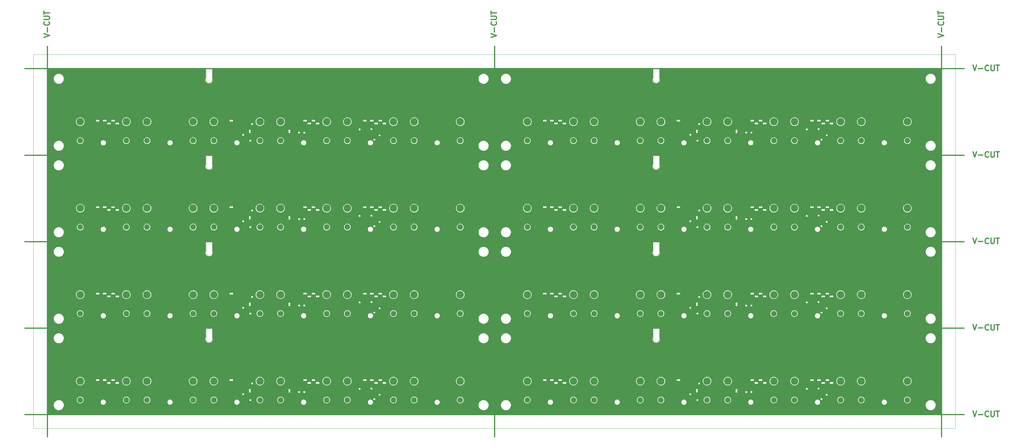
<source format=gbr>
%TF.GenerationSoftware,KiCad,Pcbnew,(7.0.0)*%
%TF.CreationDate,2023-07-14T11:16:40+02:00*%
%TF.ProjectId,Panelization,50616e65-6c69-47a6-9174-696f6e2e6b69,V1*%
%TF.SameCoordinates,Original*%
%TF.FileFunction,Copper,L2,Inr*%
%TF.FilePolarity,Positive*%
%FSLAX46Y46*%
G04 Gerber Fmt 4.6, Leading zero omitted, Abs format (unit mm)*
G04 Created by KiCad (PCBNEW (7.0.0)) date 2023-07-14 11:16:40*
%MOMM*%
%LPD*%
G01*
G04 APERTURE LIST*
%TA.AperFunction,ComponentPad*%
%ADD10C,2.660000*%
%TD*%
%TA.AperFunction,ComponentPad*%
%ADD11C,1.982000*%
%TD*%
%TA.AperFunction,ViaPad*%
%ADD12C,0.500000*%
%TD*%
%ADD13C,0.400000*%
%TA.AperFunction,Profile*%
%ADD14C,0.100000*%
%TD*%
%TA.AperFunction,Profile*%
%ADD15C,0.400000*%
%TD*%
G04 APERTURE END LIST*
D10*
%TO.N,Board_3-/DP1_SGND*%
%TO.C,J1*%
X221790000Y-138040000D03*
D11*
X221790000Y-144820000D03*
X238290000Y-144820000D03*
D10*
X238290000Y-138040000D03*
%TD*%
%TO.N,Board_5-/DP1_SGND*%
%TO.C,J1*%
X221790000Y-169040000D03*
D11*
X221790000Y-175820000D03*
X238290000Y-175820000D03*
D10*
X238290000Y-169040000D03*
%TD*%
%TO.N,Board_4-/DP1_SGND*%
%TO.C,J1*%
X61790000Y-169040000D03*
D11*
X61790000Y-175820000D03*
X78290000Y-175820000D03*
D10*
X78290000Y-169040000D03*
%TD*%
%TO.N,Board_6-/DP1_SGND*%
%TO.C,J1*%
X61790000Y-200040000D03*
D11*
X61790000Y-206820000D03*
X78290000Y-206820000D03*
D10*
X78290000Y-200040000D03*
%TD*%
%TO.N,Board_1-/DP1_SGND*%
%TO.C,J1*%
X221790000Y-107040000D03*
D11*
X221790000Y-113820000D03*
X238290000Y-113820000D03*
D10*
X238290000Y-107040000D03*
%TD*%
%TO.N,Board_7-/DP1_SGND*%
%TO.C,J1*%
X221790000Y-200040000D03*
D11*
X221790000Y-206820000D03*
X238290000Y-206820000D03*
D10*
X238290000Y-200040000D03*
%TD*%
%TO.N,Board_0-/DP1_SGND*%
%TO.C,J1*%
X61790000Y-107040000D03*
D11*
X61790000Y-113820000D03*
X78290000Y-113820000D03*
D10*
X78290000Y-107040000D03*
%TD*%
%TO.N,Board_2-/DP1_SGND*%
%TO.C,J1*%
X61790000Y-138040000D03*
D11*
X61790000Y-144820000D03*
X78290000Y-144820000D03*
D10*
X78290000Y-138040000D03*
%TD*%
%TO.N,Board_6-/DP3_SGND*%
%TO.C,J3*%
X109586000Y-200040000D03*
D11*
X109586000Y-206820000D03*
X126086000Y-206820000D03*
D10*
X126086000Y-200040000D03*
%TD*%
%TO.N,Board_7-/DP3_SGND*%
%TO.C,J3*%
X269586000Y-200040000D03*
D11*
X269586000Y-206820000D03*
X286086000Y-206820000D03*
D10*
X286086000Y-200040000D03*
%TD*%
%TO.N,Board_4-/DP3_SGND*%
%TO.C,J3*%
X109586000Y-169040000D03*
D11*
X109586000Y-175820000D03*
X126086000Y-175820000D03*
D10*
X126086000Y-169040000D03*
%TD*%
%TO.N,Board_5-/DP3_SGND*%
%TO.C,J3*%
X269586000Y-169040000D03*
D11*
X269586000Y-175820000D03*
X286086000Y-175820000D03*
D10*
X286086000Y-169040000D03*
%TD*%
%TO.N,Board_2-/DP3_SGND*%
%TO.C,J3*%
X109586000Y-138040000D03*
D11*
X109586000Y-144820000D03*
X126086000Y-144820000D03*
D10*
X126086000Y-138040000D03*
%TD*%
%TO.N,Board_0-/DP3_SGND*%
%TO.C,J3*%
X109586000Y-107040000D03*
D11*
X109586000Y-113820000D03*
X126086000Y-113820000D03*
D10*
X126086000Y-107040000D03*
%TD*%
%TO.N,Board_3-/DP3_SGND*%
%TO.C,J3*%
X269586000Y-138040000D03*
D11*
X269586000Y-144820000D03*
X286086000Y-144820000D03*
D10*
X286086000Y-138040000D03*
%TD*%
%TO.N,Board_1-/DP3_SGND*%
%TO.C,J3*%
X269586000Y-107040000D03*
D11*
X269586000Y-113820000D03*
X286086000Y-113820000D03*
D10*
X286086000Y-107040000D03*
%TD*%
%TO.N,Board_4-/DP5_SGND*%
%TO.C,J5*%
X157382000Y-169040000D03*
D11*
X157382000Y-175820000D03*
X173882000Y-175820000D03*
D10*
X173882000Y-169040000D03*
%TD*%
%TO.N,Board_3-/DP5_SGND*%
%TO.C,J5*%
X317382000Y-138040000D03*
D11*
X317382000Y-144820000D03*
X333882000Y-144820000D03*
D10*
X333882000Y-138040000D03*
%TD*%
%TO.N,Board_2-/DP5_SGND*%
%TO.C,J5*%
X157382000Y-138040000D03*
D11*
X157382000Y-144820000D03*
X173882000Y-144820000D03*
D10*
X173882000Y-138040000D03*
%TD*%
%TO.N,Board_0-/DP5_SGND*%
%TO.C,J5*%
X157382000Y-107040000D03*
D11*
X157382000Y-113820000D03*
X173882000Y-113820000D03*
D10*
X173882000Y-107040000D03*
%TD*%
%TO.N,Board_5-/DP5_SGND*%
%TO.C,J5*%
X317382000Y-169040000D03*
D11*
X317382000Y-175820000D03*
X333882000Y-175820000D03*
D10*
X333882000Y-169040000D03*
%TD*%
%TO.N,Board_7-/DP5_SGND*%
%TO.C,J5*%
X317382000Y-200040000D03*
D11*
X317382000Y-206820000D03*
X333882000Y-206820000D03*
D10*
X333882000Y-200040000D03*
%TD*%
%TO.N,Board_6-/DP5_SGND*%
%TO.C,J5*%
X157382000Y-200040000D03*
D11*
X157382000Y-206820000D03*
X173882000Y-206820000D03*
D10*
X173882000Y-200040000D03*
%TD*%
%TO.N,Board_1-/DP5_SGND*%
%TO.C,J5*%
X317382000Y-107040000D03*
D11*
X317382000Y-113820000D03*
X333882000Y-113820000D03*
D10*
X333882000Y-107040000D03*
%TD*%
%TO.N,Board_1-/DP6_SGND*%
%TO.C,J6*%
X341280000Y-107040000D03*
D11*
X341280000Y-113820000D03*
X357780000Y-113820000D03*
D10*
X357780000Y-107040000D03*
%TD*%
%TO.N,Board_3-/DP6_SGND*%
%TO.C,J6*%
X341280000Y-138040000D03*
D11*
X341280000Y-144820000D03*
X357780000Y-144820000D03*
D10*
X357780000Y-138040000D03*
%TD*%
%TO.N,Board_5-/DP6_SGND*%
%TO.C,J6*%
X341280000Y-169040000D03*
D11*
X341280000Y-175820000D03*
X357780000Y-175820000D03*
D10*
X357780000Y-169040000D03*
%TD*%
%TO.N,Board_4-/DP6_SGND*%
%TO.C,J6*%
X181280000Y-169040000D03*
D11*
X181280000Y-175820000D03*
X197780000Y-175820000D03*
D10*
X197780000Y-169040000D03*
%TD*%
%TO.N,Board_7-/DP6_SGND*%
%TO.C,J6*%
X341280000Y-200040000D03*
D11*
X341280000Y-206820000D03*
X357780000Y-206820000D03*
D10*
X357780000Y-200040000D03*
%TD*%
%TO.N,Board_6-/DP6_SGND*%
%TO.C,J6*%
X181280000Y-200040000D03*
D11*
X181280000Y-206820000D03*
X197780000Y-206820000D03*
D10*
X197780000Y-200040000D03*
%TD*%
%TO.N,Board_0-/DP6_SGND*%
%TO.C,J6*%
X181280000Y-107040000D03*
D11*
X181280000Y-113820000D03*
X197780000Y-113820000D03*
D10*
X197780000Y-107040000D03*
%TD*%
%TO.N,Board_2-/DP6_SGND*%
%TO.C,J6*%
X181280000Y-138040000D03*
D11*
X181280000Y-144820000D03*
X197780000Y-144820000D03*
D10*
X197780000Y-138040000D03*
%TD*%
%TO.N,Board_7-/DP2_SGND*%
%TO.C,J2*%
X245686000Y-200039000D03*
D11*
X245686000Y-206819000D03*
X262186000Y-206819000D03*
D10*
X262186000Y-200039000D03*
%TD*%
%TO.N,Board_4-/DP2_SGND*%
%TO.C,J2*%
X85686000Y-169039000D03*
D11*
X85686000Y-175819000D03*
X102186000Y-175819000D03*
D10*
X102186000Y-169039000D03*
%TD*%
%TO.N,Board_5-/DP2_SGND*%
%TO.C,J2*%
X245686000Y-169039000D03*
D11*
X245686000Y-175819000D03*
X262186000Y-175819000D03*
D10*
X262186000Y-169039000D03*
%TD*%
%TO.N,Board_1-/DP2_SGND*%
%TO.C,J2*%
X245686000Y-107039000D03*
D11*
X245686000Y-113819000D03*
X262186000Y-113819000D03*
D10*
X262186000Y-107039000D03*
%TD*%
%TO.N,Board_6-/DP2_SGND*%
%TO.C,J2*%
X85686000Y-200039000D03*
D11*
X85686000Y-206819000D03*
X102186000Y-206819000D03*
D10*
X102186000Y-200039000D03*
%TD*%
%TO.N,Board_0-/DP2_SGND*%
%TO.C,J2*%
X85686000Y-107039000D03*
D11*
X85686000Y-113819000D03*
X102186000Y-113819000D03*
D10*
X102186000Y-107039000D03*
%TD*%
%TO.N,Board_2-/DP2_SGND*%
%TO.C,J2*%
X85686000Y-138039000D03*
D11*
X85686000Y-144819000D03*
X102186000Y-144819000D03*
D10*
X102186000Y-138039000D03*
%TD*%
%TO.N,Board_3-/DP2_SGND*%
%TO.C,J2*%
X245686000Y-138039000D03*
D11*
X245686000Y-144819000D03*
X262186000Y-144819000D03*
D10*
X262186000Y-138039000D03*
%TD*%
%TO.N,Board_0-/DP4_SGND*%
%TO.C,J4*%
X133484000Y-107040000D03*
D11*
X133484000Y-113820000D03*
X149984000Y-113820000D03*
D10*
X149984000Y-107040000D03*
%TD*%
%TO.N,Board_3-/DP4_SGND*%
%TO.C,J4*%
X293484000Y-138040000D03*
D11*
X293484000Y-144820000D03*
X309984000Y-144820000D03*
D10*
X309984000Y-138040000D03*
%TD*%
%TO.N,Board_1-/DP4_SGND*%
%TO.C,J4*%
X293484000Y-107040000D03*
D11*
X293484000Y-113820000D03*
X309984000Y-113820000D03*
D10*
X309984000Y-107040000D03*
%TD*%
%TO.N,Board_6-/DP4_SGND*%
%TO.C,J4*%
X133484000Y-200040000D03*
D11*
X133484000Y-206820000D03*
X149984000Y-206820000D03*
D10*
X149984000Y-200040000D03*
%TD*%
%TO.N,Board_5-/DP4_SGND*%
%TO.C,J4*%
X293484000Y-169040000D03*
D11*
X293484000Y-175820000D03*
X309984000Y-175820000D03*
D10*
X309984000Y-169040000D03*
%TD*%
%TO.N,Board_2-/DP4_SGND*%
%TO.C,J4*%
X133484000Y-138040000D03*
D11*
X133484000Y-144820000D03*
X149984000Y-144820000D03*
D10*
X149984000Y-138040000D03*
%TD*%
%TO.N,Board_4-/DP4_SGND*%
%TO.C,J4*%
X133484000Y-169040000D03*
D11*
X133484000Y-175820000D03*
X149984000Y-175820000D03*
D10*
X149984000Y-169040000D03*
%TD*%
%TO.N,Board_7-/DP4_SGND*%
%TO.C,J4*%
X293484000Y-200040000D03*
D11*
X293484000Y-206820000D03*
X309984000Y-206820000D03*
D10*
X309984000Y-200040000D03*
%TD*%
D12*
%TO.N,Board_7-GND*%
X231970000Y-193497500D03*
X362100000Y-204190000D03*
X367180000Y-194030000D03*
X227137600Y-199670000D03*
X329897500Y-203670000D03*
X279085000Y-202670000D03*
X300000000Y-181770000D03*
X357020000Y-188950000D03*
X255192500Y-202670000D03*
X362100000Y-194030000D03*
X333882000Y-210582500D03*
X258187500Y-200670000D03*
X219860000Y-194030000D03*
X346860000Y-210582500D03*
X304337600Y-199670000D03*
X295200000Y-181770000D03*
X217320000Y-210582500D03*
X235100000Y-183200000D03*
X232785000Y-202670000D03*
X346860000Y-194030000D03*
X331620000Y-183200000D03*
X212240000Y-188950000D03*
X351940000Y-188950000D03*
X229638400Y-199670000D03*
X360780000Y-210582500D03*
X303680000Y-193497500D03*
X245686000Y-210586000D03*
X253490000Y-193497500D03*
X341780000Y-210582500D03*
X250340000Y-210582500D03*
X341780000Y-183200000D03*
X353782500Y-200670000D03*
X282092500Y-200670000D03*
X231295000Y-201670000D03*
X269586000Y-210582500D03*
X218790000Y-210582500D03*
X341780000Y-194030000D03*
X304800000Y-210582500D03*
X324542400Y-199670000D03*
X224940000Y-188908000D03*
X317170000Y-210582500D03*
X329897500Y-201670000D03*
X273600000Y-181770000D03*
X336882000Y-210582500D03*
X351940000Y-183200000D03*
X255420000Y-183200000D03*
X230020000Y-210582500D03*
X276000000Y-210582500D03*
X322734300Y-199670000D03*
X292800000Y-181770000D03*
X217320000Y-204142000D03*
X304800000Y-181770000D03*
X314500000Y-184670000D03*
X280595000Y-201670000D03*
X295200000Y-210582500D03*
X235100000Y-188950000D03*
X255192500Y-200670000D03*
X212240000Y-204190000D03*
X362100000Y-199110000D03*
X230770000Y-192497500D03*
X325234300Y-199670000D03*
X352270000Y-200670000D03*
X328237600Y-199670000D03*
X256700000Y-201670000D03*
X279085000Y-199670000D03*
X329737600Y-200670000D03*
X231445700Y-199670000D03*
X280800000Y-181770000D03*
X260500000Y-210582500D03*
X235100000Y-194030000D03*
X309984000Y-210582500D03*
X329897500Y-202670000D03*
X350775000Y-200670000D03*
X260500000Y-183200000D03*
X315770000Y-183200000D03*
X326540000Y-183200000D03*
X302837600Y-200670000D03*
X304495000Y-201670000D03*
X272586000Y-210582500D03*
X326540000Y-210582500D03*
X309600000Y-181770000D03*
X353782500Y-201670000D03*
X255192500Y-199670000D03*
X248686000Y-210582500D03*
X346860000Y-183200000D03*
X307642400Y-200670000D03*
X305992500Y-202670000D03*
X276000000Y-181770000D03*
X240180000Y-188950000D03*
X282092500Y-199670000D03*
X357020000Y-194030000D03*
X256670000Y-200670000D03*
X282460000Y-202577600D03*
X330042400Y-199670000D03*
X217320000Y-199110000D03*
X349080000Y-193497500D03*
X352270000Y-199670000D03*
X231137600Y-200670000D03*
X353782500Y-202670000D03*
X279085000Y-201670000D03*
X367180000Y-204190000D03*
X234442400Y-199670000D03*
X331542400Y-200670000D03*
X240180000Y-210582500D03*
X232942400Y-200670000D03*
X325180000Y-193497500D03*
X255192500Y-203670000D03*
X265500000Y-184670000D03*
X255420000Y-210582500D03*
X264230000Y-183200000D03*
X256700000Y-199670000D03*
X362100000Y-210582500D03*
X234490000Y-201670000D03*
X242627000Y-210582500D03*
X280595000Y-199670000D03*
X245260000Y-183200000D03*
X232785000Y-201670000D03*
X224790000Y-210582500D03*
X278590000Y-192497500D03*
X330882000Y-210582500D03*
X221790000Y-210582500D03*
X232637600Y-199670000D03*
X367180000Y-188950000D03*
X231295000Y-202670000D03*
X367180000Y-199110000D03*
X228942400Y-199670000D03*
X353782500Y-199645000D03*
X256700000Y-202670000D03*
X230020000Y-183200000D03*
X285600000Y-181770000D03*
X362100000Y-183200000D03*
X276742400Y-199670000D03*
X302400000Y-181770000D03*
X279790000Y-193497500D03*
X328542400Y-200670000D03*
X240180000Y-183200000D03*
X212240000Y-199110000D03*
X352270000Y-201670000D03*
X312984000Y-210582500D03*
X351480000Y-193497500D03*
X321460000Y-183200000D03*
X327042400Y-199670000D03*
X351940000Y-210582500D03*
X278400000Y-181770000D03*
X212240000Y-194030000D03*
X234137600Y-200670000D03*
X306142400Y-199670000D03*
X350280000Y-192497500D03*
X271200000Y-181770000D03*
X328392500Y-202670000D03*
X326737600Y-200670000D03*
X357020000Y-183200000D03*
X219860000Y-183200000D03*
X313230000Y-183200000D03*
X357780000Y-210582500D03*
X296630000Y-202601800D03*
X274937600Y-199670000D03*
X229570000Y-193497500D03*
X327580000Y-193497500D03*
X301280000Y-193497500D03*
X296630000Y-204406600D03*
X255890000Y-193497500D03*
X283200000Y-181770000D03*
X305992500Y-201670000D03*
X300000000Y-210582500D03*
X258187500Y-199670000D03*
X305837600Y-200670000D03*
X254690000Y-192328300D03*
X279085000Y-200670000D03*
X250340000Y-183200000D03*
X307200000Y-181770000D03*
X258187500Y-201670000D03*
X224940000Y-183200000D03*
X301337600Y-199670000D03*
X354780000Y-210582500D03*
X266586000Y-210582500D03*
X297600000Y-181770000D03*
X255192500Y-201670000D03*
X306984000Y-210582500D03*
X235100000Y-210582500D03*
X235942400Y-200670000D03*
X302480000Y-192497500D03*
X328392500Y-201670000D03*
X277390000Y-193497500D03*
X285600000Y-210582500D03*
X321460000Y-210582500D03*
X350775000Y-199670000D03*
X303142400Y-199670000D03*
X230020000Y-188950000D03*
X280800000Y-210582500D03*
X224940000Y-194030000D03*
X336700000Y-183200000D03*
X362100000Y-188950000D03*
X280595000Y-200670000D03*
X346860000Y-188950000D03*
X280595000Y-202670000D03*
X282460000Y-204382400D03*
X288000000Y-181770000D03*
X219860000Y-188908000D03*
X290400000Y-181770000D03*
X326897500Y-201670000D03*
X304642400Y-200670000D03*
%TO.N,Board_6-GND*%
X71970000Y-193497500D03*
X202100000Y-204190000D03*
X207180000Y-194030000D03*
X67137600Y-199670000D03*
X169897500Y-203670000D03*
X119085000Y-202670000D03*
X140000000Y-181770000D03*
X197020000Y-188950000D03*
X95192500Y-202670000D03*
X202100000Y-194030000D03*
X173882000Y-210582500D03*
X98187500Y-200670000D03*
X59860000Y-194030000D03*
X186860000Y-210582500D03*
X144337600Y-199670000D03*
X135200000Y-181770000D03*
X57320000Y-210582500D03*
X75100000Y-183200000D03*
X72785000Y-202670000D03*
X186860000Y-194030000D03*
X171620000Y-183200000D03*
X52240000Y-188950000D03*
X191940000Y-188950000D03*
X69638400Y-199670000D03*
X200780000Y-210582500D03*
X143680000Y-193497500D03*
X85686000Y-210586000D03*
X93490000Y-193497500D03*
X181780000Y-210582500D03*
X90340000Y-210582500D03*
X181780000Y-183200000D03*
X193782500Y-200670000D03*
X122092500Y-200670000D03*
X71295000Y-201670000D03*
X109586000Y-210582500D03*
X58790000Y-210582500D03*
X181780000Y-194030000D03*
X144800000Y-210582500D03*
X164542400Y-199670000D03*
X64940000Y-188908000D03*
X157170000Y-210582500D03*
X169897500Y-201670000D03*
X113600000Y-181770000D03*
X176882000Y-210582500D03*
X191940000Y-183200000D03*
X95420000Y-183200000D03*
X70020000Y-210582500D03*
X116000000Y-210582500D03*
X162734300Y-199670000D03*
X132800000Y-181770000D03*
X57320000Y-204142000D03*
X144800000Y-181770000D03*
X154500000Y-184670000D03*
X120595000Y-201670000D03*
X135200000Y-210582500D03*
X75100000Y-188950000D03*
X95192500Y-200670000D03*
X52240000Y-204190000D03*
X202100000Y-199110000D03*
X70770000Y-192497500D03*
X165234300Y-199670000D03*
X192270000Y-200670000D03*
X168237600Y-199670000D03*
X96700000Y-201670000D03*
X119085000Y-199670000D03*
X169737600Y-200670000D03*
X71445700Y-199670000D03*
X120800000Y-181770000D03*
X100500000Y-210582500D03*
X75100000Y-194030000D03*
X149984000Y-210582500D03*
X169897500Y-202670000D03*
X190775000Y-200670000D03*
X100500000Y-183200000D03*
X155770000Y-183200000D03*
X166540000Y-183200000D03*
X142837600Y-200670000D03*
X144495000Y-201670000D03*
X112586000Y-210582500D03*
X166540000Y-210582500D03*
X149600000Y-181770000D03*
X193782500Y-201670000D03*
X95192500Y-199670000D03*
X88686000Y-210582500D03*
X186860000Y-183200000D03*
X147642400Y-200670000D03*
X145992500Y-202670000D03*
X116000000Y-181770000D03*
X80180000Y-188950000D03*
X122092500Y-199670000D03*
X197020000Y-194030000D03*
X96670000Y-200670000D03*
X122460000Y-202577600D03*
X170042400Y-199670000D03*
X57320000Y-199110000D03*
X189080000Y-193497500D03*
X192270000Y-199670000D03*
X71137600Y-200670000D03*
X193782500Y-202670000D03*
X119085000Y-201670000D03*
X207180000Y-204190000D03*
X74442400Y-199670000D03*
X171542400Y-200670000D03*
X80180000Y-210582500D03*
X72942400Y-200670000D03*
X165180000Y-193497500D03*
X95192500Y-203670000D03*
X105500000Y-184670000D03*
X95420000Y-210582500D03*
X104230000Y-183200000D03*
X96700000Y-199670000D03*
X202100000Y-210582500D03*
X74490000Y-201670000D03*
X82627000Y-210582500D03*
X120595000Y-199670000D03*
X85260000Y-183200000D03*
X72785000Y-201670000D03*
X64790000Y-210582500D03*
X118590000Y-192497500D03*
X170882000Y-210582500D03*
X61790000Y-210582500D03*
X72637600Y-199670000D03*
X207180000Y-188950000D03*
X71295000Y-202670000D03*
X207180000Y-199110000D03*
X68942400Y-199670000D03*
X193782500Y-199645000D03*
X96700000Y-202670000D03*
X70020000Y-183200000D03*
X125600000Y-181770000D03*
X202100000Y-183200000D03*
X116742400Y-199670000D03*
X142400000Y-181770000D03*
X119790000Y-193497500D03*
X168542400Y-200670000D03*
X80180000Y-183200000D03*
X52240000Y-199110000D03*
X192270000Y-201670000D03*
X152984000Y-210582500D03*
X191480000Y-193497500D03*
X161460000Y-183200000D03*
X167042400Y-199670000D03*
X191940000Y-210582500D03*
X118400000Y-181770000D03*
X52240000Y-194030000D03*
X74137600Y-200670000D03*
X146142400Y-199670000D03*
X190280000Y-192497500D03*
X111200000Y-181770000D03*
X168392500Y-202670000D03*
X166737600Y-200670000D03*
X197020000Y-183200000D03*
X59860000Y-183200000D03*
X153230000Y-183200000D03*
X197780000Y-210582500D03*
X136630000Y-202601800D03*
X114937600Y-199670000D03*
X69570000Y-193497500D03*
X167580000Y-193497500D03*
X141280000Y-193497500D03*
X136630000Y-204406600D03*
X95890000Y-193497500D03*
X123200000Y-181770000D03*
X145992500Y-201670000D03*
X140000000Y-210582500D03*
X98187500Y-199670000D03*
X145837600Y-200670000D03*
X94690000Y-192328300D03*
X119085000Y-200670000D03*
X90340000Y-183200000D03*
X147200000Y-181770000D03*
X98187500Y-201670000D03*
X64940000Y-183200000D03*
X141337600Y-199670000D03*
X194780000Y-210582500D03*
X106586000Y-210582500D03*
X137600000Y-181770000D03*
X95192500Y-201670000D03*
X146984000Y-210582500D03*
X75100000Y-210582500D03*
X75942400Y-200670000D03*
X142480000Y-192497500D03*
X168392500Y-201670000D03*
X117390000Y-193497500D03*
X125600000Y-210582500D03*
X161460000Y-210582500D03*
X190775000Y-199670000D03*
X143142400Y-199670000D03*
X70020000Y-188950000D03*
X120800000Y-210582500D03*
X64940000Y-194030000D03*
X176700000Y-183200000D03*
X202100000Y-188950000D03*
X120595000Y-200670000D03*
X186860000Y-188950000D03*
X120595000Y-202670000D03*
X122460000Y-204382400D03*
X128000000Y-181770000D03*
X59860000Y-188908000D03*
X130400000Y-181770000D03*
X166897500Y-201670000D03*
X144642400Y-200670000D03*
%TO.N,Board_5-GND*%
X231970000Y-162497500D03*
X362100000Y-173190000D03*
X367180000Y-163030000D03*
X227137600Y-168670000D03*
X329897500Y-172670000D03*
X279085000Y-171670000D03*
X300000000Y-150770000D03*
X357020000Y-157950000D03*
X255192500Y-171670000D03*
X362100000Y-163030000D03*
X333882000Y-179582500D03*
X258187500Y-169670000D03*
X219860000Y-163030000D03*
X346860000Y-179582500D03*
X304337600Y-168670000D03*
X295200000Y-150770000D03*
X217320000Y-179582500D03*
X235100000Y-152200000D03*
X232785000Y-171670000D03*
X346860000Y-163030000D03*
X331620000Y-152200000D03*
X212240000Y-157950000D03*
X351940000Y-157950000D03*
X229638400Y-168670000D03*
X360780000Y-179582500D03*
X303680000Y-162497500D03*
X245686000Y-179586000D03*
X253490000Y-162497500D03*
X341780000Y-179582500D03*
X250340000Y-179582500D03*
X341780000Y-152200000D03*
X353782500Y-169670000D03*
X282092500Y-169670000D03*
X231295000Y-170670000D03*
X269586000Y-179582500D03*
X218790000Y-179582500D03*
X341780000Y-163030000D03*
X304800000Y-179582500D03*
X324542400Y-168670000D03*
X224940000Y-157908000D03*
X317170000Y-179582500D03*
X329897500Y-170670000D03*
X273600000Y-150770000D03*
X336882000Y-179582500D03*
X351940000Y-152200000D03*
X255420000Y-152200000D03*
X230020000Y-179582500D03*
X276000000Y-179582500D03*
X322734300Y-168670000D03*
X292800000Y-150770000D03*
X217320000Y-173142000D03*
X304800000Y-150770000D03*
X314500000Y-153670000D03*
X280595000Y-170670000D03*
X295200000Y-179582500D03*
X235100000Y-157950000D03*
X255192500Y-169670000D03*
X212240000Y-173190000D03*
X362100000Y-168110000D03*
X230770000Y-161497500D03*
X325234300Y-168670000D03*
X352270000Y-169670000D03*
X328237600Y-168670000D03*
X256700000Y-170670000D03*
X279085000Y-168670000D03*
X329737600Y-169670000D03*
X231445700Y-168670000D03*
X280800000Y-150770000D03*
X260500000Y-179582500D03*
X235100000Y-163030000D03*
X309984000Y-179582500D03*
X329897500Y-171670000D03*
X350775000Y-169670000D03*
X260500000Y-152200000D03*
X315770000Y-152200000D03*
X326540000Y-152200000D03*
X302837600Y-169670000D03*
X304495000Y-170670000D03*
X272586000Y-179582500D03*
X326540000Y-179582500D03*
X309600000Y-150770000D03*
X353782500Y-170670000D03*
X255192500Y-168670000D03*
X248686000Y-179582500D03*
X346860000Y-152200000D03*
X307642400Y-169670000D03*
X305992500Y-171670000D03*
X276000000Y-150770000D03*
X240180000Y-157950000D03*
X282092500Y-168670000D03*
X357020000Y-163030000D03*
X256670000Y-169670000D03*
X282460000Y-171577600D03*
X330042400Y-168670000D03*
X217320000Y-168110000D03*
X349080000Y-162497500D03*
X352270000Y-168670000D03*
X231137600Y-169670000D03*
X353782500Y-171670000D03*
X279085000Y-170670000D03*
X367180000Y-173190000D03*
X234442400Y-168670000D03*
X331542400Y-169670000D03*
X240180000Y-179582500D03*
X232942400Y-169670000D03*
X325180000Y-162497500D03*
X255192500Y-172670000D03*
X265500000Y-153670000D03*
X255420000Y-179582500D03*
X264230000Y-152200000D03*
X256700000Y-168670000D03*
X362100000Y-179582500D03*
X234490000Y-170670000D03*
X242627000Y-179582500D03*
X280595000Y-168670000D03*
X245260000Y-152200000D03*
X232785000Y-170670000D03*
X224790000Y-179582500D03*
X278590000Y-161497500D03*
X330882000Y-179582500D03*
X221790000Y-179582500D03*
X232637600Y-168670000D03*
X367180000Y-157950000D03*
X231295000Y-171670000D03*
X367180000Y-168110000D03*
X228942400Y-168670000D03*
X353782500Y-168645000D03*
X256700000Y-171670000D03*
X230020000Y-152200000D03*
X285600000Y-150770000D03*
X362100000Y-152200000D03*
X276742400Y-168670000D03*
X302400000Y-150770000D03*
X279790000Y-162497500D03*
X328542400Y-169670000D03*
X240180000Y-152200000D03*
X212240000Y-168110000D03*
X352270000Y-170670000D03*
X312984000Y-179582500D03*
X351480000Y-162497500D03*
X321460000Y-152200000D03*
X327042400Y-168670000D03*
X351940000Y-179582500D03*
X278400000Y-150770000D03*
X212240000Y-163030000D03*
X234137600Y-169670000D03*
X306142400Y-168670000D03*
X350280000Y-161497500D03*
X271200000Y-150770000D03*
X328392500Y-171670000D03*
X326737600Y-169670000D03*
X357020000Y-152200000D03*
X219860000Y-152200000D03*
X313230000Y-152200000D03*
X357780000Y-179582500D03*
X296630000Y-171601800D03*
X274937600Y-168670000D03*
X229570000Y-162497500D03*
X327580000Y-162497500D03*
X301280000Y-162497500D03*
X296630000Y-173406600D03*
X255890000Y-162497500D03*
X283200000Y-150770000D03*
X305992500Y-170670000D03*
X300000000Y-179582500D03*
X258187500Y-168670000D03*
X305837600Y-169670000D03*
X254690000Y-161328300D03*
X279085000Y-169670000D03*
X250340000Y-152200000D03*
X307200000Y-150770000D03*
X258187500Y-170670000D03*
X224940000Y-152200000D03*
X301337600Y-168670000D03*
X354780000Y-179582500D03*
X266586000Y-179582500D03*
X297600000Y-150770000D03*
X255192500Y-170670000D03*
X306984000Y-179582500D03*
X235100000Y-179582500D03*
X235942400Y-169670000D03*
X302480000Y-161497500D03*
X328392500Y-170670000D03*
X277390000Y-162497500D03*
X285600000Y-179582500D03*
X321460000Y-179582500D03*
X350775000Y-168670000D03*
X303142400Y-168670000D03*
X230020000Y-157950000D03*
X280800000Y-179582500D03*
X224940000Y-163030000D03*
X336700000Y-152200000D03*
X362100000Y-157950000D03*
X280595000Y-169670000D03*
X346860000Y-157950000D03*
X280595000Y-171670000D03*
X282460000Y-173382400D03*
X288000000Y-150770000D03*
X219860000Y-157908000D03*
X290400000Y-150770000D03*
X326897500Y-170670000D03*
X304642400Y-169670000D03*
%TO.N,Board_4-GND*%
X71970000Y-162497500D03*
X202100000Y-173190000D03*
X207180000Y-163030000D03*
X67137600Y-168670000D03*
X169897500Y-172670000D03*
X119085000Y-171670000D03*
X140000000Y-150770000D03*
X197020000Y-157950000D03*
X95192500Y-171670000D03*
X202100000Y-163030000D03*
X173882000Y-179582500D03*
X98187500Y-169670000D03*
X59860000Y-163030000D03*
X186860000Y-179582500D03*
X144337600Y-168670000D03*
X135200000Y-150770000D03*
X57320000Y-179582500D03*
X75100000Y-152200000D03*
X72785000Y-171670000D03*
X186860000Y-163030000D03*
X171620000Y-152200000D03*
X52240000Y-157950000D03*
X191940000Y-157950000D03*
X69638400Y-168670000D03*
X200780000Y-179582500D03*
X143680000Y-162497500D03*
X85686000Y-179586000D03*
X93490000Y-162497500D03*
X181780000Y-179582500D03*
X90340000Y-179582500D03*
X181780000Y-152200000D03*
X193782500Y-169670000D03*
X122092500Y-169670000D03*
X71295000Y-170670000D03*
X109586000Y-179582500D03*
X58790000Y-179582500D03*
X181780000Y-163030000D03*
X144800000Y-179582500D03*
X164542400Y-168670000D03*
X64940000Y-157908000D03*
X157170000Y-179582500D03*
X169897500Y-170670000D03*
X113600000Y-150770000D03*
X176882000Y-179582500D03*
X191940000Y-152200000D03*
X95420000Y-152200000D03*
X70020000Y-179582500D03*
X116000000Y-179582500D03*
X162734300Y-168670000D03*
X132800000Y-150770000D03*
X57320000Y-173142000D03*
X144800000Y-150770000D03*
X154500000Y-153670000D03*
X120595000Y-170670000D03*
X135200000Y-179582500D03*
X75100000Y-157950000D03*
X95192500Y-169670000D03*
X52240000Y-173190000D03*
X202100000Y-168110000D03*
X70770000Y-161497500D03*
X165234300Y-168670000D03*
X192270000Y-169670000D03*
X168237600Y-168670000D03*
X96700000Y-170670000D03*
X119085000Y-168670000D03*
X169737600Y-169670000D03*
X71445700Y-168670000D03*
X120800000Y-150770000D03*
X100500000Y-179582500D03*
X75100000Y-163030000D03*
X149984000Y-179582500D03*
X169897500Y-171670000D03*
X190775000Y-169670000D03*
X100500000Y-152200000D03*
X155770000Y-152200000D03*
X166540000Y-152200000D03*
X142837600Y-169670000D03*
X144495000Y-170670000D03*
X112586000Y-179582500D03*
X166540000Y-179582500D03*
X149600000Y-150770000D03*
X193782500Y-170670000D03*
X95192500Y-168670000D03*
X88686000Y-179582500D03*
X186860000Y-152200000D03*
X147642400Y-169670000D03*
X145992500Y-171670000D03*
X116000000Y-150770000D03*
X80180000Y-157950000D03*
X122092500Y-168670000D03*
X197020000Y-163030000D03*
X96670000Y-169670000D03*
X122460000Y-171577600D03*
X170042400Y-168670000D03*
X57320000Y-168110000D03*
X189080000Y-162497500D03*
X192270000Y-168670000D03*
X71137600Y-169670000D03*
X193782500Y-171670000D03*
X119085000Y-170670000D03*
X207180000Y-173190000D03*
X74442400Y-168670000D03*
X171542400Y-169670000D03*
X80180000Y-179582500D03*
X72942400Y-169670000D03*
X165180000Y-162497500D03*
X95192500Y-172670000D03*
X105500000Y-153670000D03*
X95420000Y-179582500D03*
X104230000Y-152200000D03*
X96700000Y-168670000D03*
X202100000Y-179582500D03*
X74490000Y-170670000D03*
X82627000Y-179582500D03*
X120595000Y-168670000D03*
X85260000Y-152200000D03*
X72785000Y-170670000D03*
X64790000Y-179582500D03*
X118590000Y-161497500D03*
X170882000Y-179582500D03*
X61790000Y-179582500D03*
X72637600Y-168670000D03*
X207180000Y-157950000D03*
X71295000Y-171670000D03*
X207180000Y-168110000D03*
X68942400Y-168670000D03*
X193782500Y-168645000D03*
X96700000Y-171670000D03*
X70020000Y-152200000D03*
X125600000Y-150770000D03*
X202100000Y-152200000D03*
X116742400Y-168670000D03*
X142400000Y-150770000D03*
X119790000Y-162497500D03*
X168542400Y-169670000D03*
X80180000Y-152200000D03*
X52240000Y-168110000D03*
X192270000Y-170670000D03*
X152984000Y-179582500D03*
X191480000Y-162497500D03*
X161460000Y-152200000D03*
X167042400Y-168670000D03*
X191940000Y-179582500D03*
X118400000Y-150770000D03*
X52240000Y-163030000D03*
X74137600Y-169670000D03*
X146142400Y-168670000D03*
X190280000Y-161497500D03*
X111200000Y-150770000D03*
X168392500Y-171670000D03*
X166737600Y-169670000D03*
X197020000Y-152200000D03*
X59860000Y-152200000D03*
X153230000Y-152200000D03*
X197780000Y-179582500D03*
X136630000Y-171601800D03*
X114937600Y-168670000D03*
X69570000Y-162497500D03*
X167580000Y-162497500D03*
X141280000Y-162497500D03*
X136630000Y-173406600D03*
X95890000Y-162497500D03*
X123200000Y-150770000D03*
X145992500Y-170670000D03*
X140000000Y-179582500D03*
X98187500Y-168670000D03*
X145837600Y-169670000D03*
X94690000Y-161328300D03*
X119085000Y-169670000D03*
X90340000Y-152200000D03*
X147200000Y-150770000D03*
X98187500Y-170670000D03*
X64940000Y-152200000D03*
X141337600Y-168670000D03*
X194780000Y-179582500D03*
X106586000Y-179582500D03*
X137600000Y-150770000D03*
X95192500Y-170670000D03*
X146984000Y-179582500D03*
X75100000Y-179582500D03*
X75942400Y-169670000D03*
X142480000Y-161497500D03*
X168392500Y-170670000D03*
X117390000Y-162497500D03*
X125600000Y-179582500D03*
X161460000Y-179582500D03*
X190775000Y-168670000D03*
X143142400Y-168670000D03*
X70020000Y-157950000D03*
X120800000Y-179582500D03*
X64940000Y-163030000D03*
X176700000Y-152200000D03*
X202100000Y-157950000D03*
X120595000Y-169670000D03*
X186860000Y-157950000D03*
X120595000Y-171670000D03*
X122460000Y-173382400D03*
X128000000Y-150770000D03*
X59860000Y-157908000D03*
X130400000Y-150770000D03*
X166897500Y-170670000D03*
X144642400Y-169670000D03*
%TO.N,Board_3-GND*%
X231970000Y-131497500D03*
X362100000Y-142190000D03*
X367180000Y-132030000D03*
X227137600Y-137670000D03*
X329897500Y-141670000D03*
X279085000Y-140670000D03*
X300000000Y-119770000D03*
X357020000Y-126950000D03*
X255192500Y-140670000D03*
X362100000Y-132030000D03*
X333882000Y-148582500D03*
X258187500Y-138670000D03*
X219860000Y-132030000D03*
X346860000Y-148582500D03*
X304337600Y-137670000D03*
X295200000Y-119770000D03*
X217320000Y-148582500D03*
X235100000Y-121200000D03*
X232785000Y-140670000D03*
X346860000Y-132030000D03*
X331620000Y-121200000D03*
X212240000Y-126950000D03*
X351940000Y-126950000D03*
X229638400Y-137670000D03*
X360780000Y-148582500D03*
X303680000Y-131497500D03*
X245686000Y-148586000D03*
X253490000Y-131497500D03*
X341780000Y-148582500D03*
X250340000Y-148582500D03*
X341780000Y-121200000D03*
X353782500Y-138670000D03*
X282092500Y-138670000D03*
X231295000Y-139670000D03*
X269586000Y-148582500D03*
X218790000Y-148582500D03*
X341780000Y-132030000D03*
X304800000Y-148582500D03*
X324542400Y-137670000D03*
X224940000Y-126908000D03*
X317170000Y-148582500D03*
X329897500Y-139670000D03*
X273600000Y-119770000D03*
X336882000Y-148582500D03*
X351940000Y-121200000D03*
X255420000Y-121200000D03*
X230020000Y-148582500D03*
X276000000Y-148582500D03*
X322734300Y-137670000D03*
X292800000Y-119770000D03*
X217320000Y-142142000D03*
X304800000Y-119770000D03*
X314500000Y-122670000D03*
X280595000Y-139670000D03*
X295200000Y-148582500D03*
X235100000Y-126950000D03*
X255192500Y-138670000D03*
X212240000Y-142190000D03*
X362100000Y-137110000D03*
X230770000Y-130497500D03*
X325234300Y-137670000D03*
X352270000Y-138670000D03*
X328237600Y-137670000D03*
X256700000Y-139670000D03*
X279085000Y-137670000D03*
X329737600Y-138670000D03*
X231445700Y-137670000D03*
X280800000Y-119770000D03*
X260500000Y-148582500D03*
X235100000Y-132030000D03*
X309984000Y-148582500D03*
X329897500Y-140670000D03*
X350775000Y-138670000D03*
X260500000Y-121200000D03*
X315770000Y-121200000D03*
X326540000Y-121200000D03*
X302837600Y-138670000D03*
X304495000Y-139670000D03*
X272586000Y-148582500D03*
X326540000Y-148582500D03*
X309600000Y-119770000D03*
X353782500Y-139670000D03*
X255192500Y-137670000D03*
X248686000Y-148582500D03*
X346860000Y-121200000D03*
X307642400Y-138670000D03*
X305992500Y-140670000D03*
X276000000Y-119770000D03*
X240180000Y-126950000D03*
X282092500Y-137670000D03*
X357020000Y-132030000D03*
X256670000Y-138670000D03*
X282460000Y-140577600D03*
X330042400Y-137670000D03*
X217320000Y-137110000D03*
X349080000Y-131497500D03*
X352270000Y-137670000D03*
X231137600Y-138670000D03*
X353782500Y-140670000D03*
X279085000Y-139670000D03*
X367180000Y-142190000D03*
X234442400Y-137670000D03*
X331542400Y-138670000D03*
X240180000Y-148582500D03*
X232942400Y-138670000D03*
X325180000Y-131497500D03*
X255192500Y-141670000D03*
X265500000Y-122670000D03*
X255420000Y-148582500D03*
X264230000Y-121200000D03*
X256700000Y-137670000D03*
X362100000Y-148582500D03*
X234490000Y-139670000D03*
X242627000Y-148582500D03*
X280595000Y-137670000D03*
X245260000Y-121200000D03*
X232785000Y-139670000D03*
X224790000Y-148582500D03*
X278590000Y-130497500D03*
X330882000Y-148582500D03*
X221790000Y-148582500D03*
X232637600Y-137670000D03*
X367180000Y-126950000D03*
X231295000Y-140670000D03*
X367180000Y-137110000D03*
X228942400Y-137670000D03*
X353782500Y-137645000D03*
X256700000Y-140670000D03*
X230020000Y-121200000D03*
X285600000Y-119770000D03*
X362100000Y-121200000D03*
X276742400Y-137670000D03*
X302400000Y-119770000D03*
X279790000Y-131497500D03*
X328542400Y-138670000D03*
X240180000Y-121200000D03*
X212240000Y-137110000D03*
X352270000Y-139670000D03*
X312984000Y-148582500D03*
X351480000Y-131497500D03*
X321460000Y-121200000D03*
X327042400Y-137670000D03*
X351940000Y-148582500D03*
X278400000Y-119770000D03*
X212240000Y-132030000D03*
X234137600Y-138670000D03*
X306142400Y-137670000D03*
X350280000Y-130497500D03*
X271200000Y-119770000D03*
X328392500Y-140670000D03*
X326737600Y-138670000D03*
X357020000Y-121200000D03*
X219860000Y-121200000D03*
X313230000Y-121200000D03*
X357780000Y-148582500D03*
X296630000Y-140601800D03*
X274937600Y-137670000D03*
X229570000Y-131497500D03*
X327580000Y-131497500D03*
X301280000Y-131497500D03*
X296630000Y-142406600D03*
X255890000Y-131497500D03*
X283200000Y-119770000D03*
X305992500Y-139670000D03*
X300000000Y-148582500D03*
X258187500Y-137670000D03*
X305837600Y-138670000D03*
X254690000Y-130328300D03*
X279085000Y-138670000D03*
X250340000Y-121200000D03*
X307200000Y-119770000D03*
X258187500Y-139670000D03*
X224940000Y-121200000D03*
X301337600Y-137670000D03*
X354780000Y-148582500D03*
X266586000Y-148582500D03*
X297600000Y-119770000D03*
X255192500Y-139670000D03*
X306984000Y-148582500D03*
X235100000Y-148582500D03*
X235942400Y-138670000D03*
X302480000Y-130497500D03*
X328392500Y-139670000D03*
X277390000Y-131497500D03*
X285600000Y-148582500D03*
X321460000Y-148582500D03*
X350775000Y-137670000D03*
X303142400Y-137670000D03*
X230020000Y-126950000D03*
X280800000Y-148582500D03*
X224940000Y-132030000D03*
X336700000Y-121200000D03*
X362100000Y-126950000D03*
X280595000Y-138670000D03*
X346860000Y-126950000D03*
X280595000Y-140670000D03*
X282460000Y-142382400D03*
X288000000Y-119770000D03*
X219860000Y-126908000D03*
X290400000Y-119770000D03*
X326897500Y-139670000D03*
X304642400Y-138670000D03*
%TO.N,Board_2-GND*%
X71970000Y-131497500D03*
X202100000Y-142190000D03*
X207180000Y-132030000D03*
X67137600Y-137670000D03*
X169897500Y-141670000D03*
X119085000Y-140670000D03*
X140000000Y-119770000D03*
X197020000Y-126950000D03*
X95192500Y-140670000D03*
X202100000Y-132030000D03*
X173882000Y-148582500D03*
X98187500Y-138670000D03*
X59860000Y-132030000D03*
X186860000Y-148582500D03*
X144337600Y-137670000D03*
X135200000Y-119770000D03*
X57320000Y-148582500D03*
X75100000Y-121200000D03*
X72785000Y-140670000D03*
X186860000Y-132030000D03*
X171620000Y-121200000D03*
X52240000Y-126950000D03*
X191940000Y-126950000D03*
X69638400Y-137670000D03*
X200780000Y-148582500D03*
X143680000Y-131497500D03*
X85686000Y-148586000D03*
X93490000Y-131497500D03*
X181780000Y-148582500D03*
X90340000Y-148582500D03*
X181780000Y-121200000D03*
X193782500Y-138670000D03*
X122092500Y-138670000D03*
X71295000Y-139670000D03*
X109586000Y-148582500D03*
X58790000Y-148582500D03*
X181780000Y-132030000D03*
X144800000Y-148582500D03*
X164542400Y-137670000D03*
X64940000Y-126908000D03*
X157170000Y-148582500D03*
X169897500Y-139670000D03*
X113600000Y-119770000D03*
X176882000Y-148582500D03*
X191940000Y-121200000D03*
X95420000Y-121200000D03*
X70020000Y-148582500D03*
X116000000Y-148582500D03*
X162734300Y-137670000D03*
X132800000Y-119770000D03*
X57320000Y-142142000D03*
X144800000Y-119770000D03*
X154500000Y-122670000D03*
X120595000Y-139670000D03*
X135200000Y-148582500D03*
X75100000Y-126950000D03*
X95192500Y-138670000D03*
X52240000Y-142190000D03*
X202100000Y-137110000D03*
X70770000Y-130497500D03*
X165234300Y-137670000D03*
X192270000Y-138670000D03*
X168237600Y-137670000D03*
X96700000Y-139670000D03*
X119085000Y-137670000D03*
X169737600Y-138670000D03*
X71445700Y-137670000D03*
X120800000Y-119770000D03*
X100500000Y-148582500D03*
X75100000Y-132030000D03*
X149984000Y-148582500D03*
X169897500Y-140670000D03*
X190775000Y-138670000D03*
X100500000Y-121200000D03*
X155770000Y-121200000D03*
X166540000Y-121200000D03*
X142837600Y-138670000D03*
X144495000Y-139670000D03*
X112586000Y-148582500D03*
X166540000Y-148582500D03*
X149600000Y-119770000D03*
X193782500Y-139670000D03*
X95192500Y-137670000D03*
X88686000Y-148582500D03*
X186860000Y-121200000D03*
X147642400Y-138670000D03*
X145992500Y-140670000D03*
X116000000Y-119770000D03*
X80180000Y-126950000D03*
X122092500Y-137670000D03*
X197020000Y-132030000D03*
X96670000Y-138670000D03*
X122460000Y-140577600D03*
X170042400Y-137670000D03*
X57320000Y-137110000D03*
X189080000Y-131497500D03*
X192270000Y-137670000D03*
X71137600Y-138670000D03*
X193782500Y-140670000D03*
X119085000Y-139670000D03*
X207180000Y-142190000D03*
X74442400Y-137670000D03*
X171542400Y-138670000D03*
X80180000Y-148582500D03*
X72942400Y-138670000D03*
X165180000Y-131497500D03*
X95192500Y-141670000D03*
X105500000Y-122670000D03*
X95420000Y-148582500D03*
X104230000Y-121200000D03*
X96700000Y-137670000D03*
X202100000Y-148582500D03*
X74490000Y-139670000D03*
X82627000Y-148582500D03*
X120595000Y-137670000D03*
X85260000Y-121200000D03*
X72785000Y-139670000D03*
X64790000Y-148582500D03*
X118590000Y-130497500D03*
X170882000Y-148582500D03*
X61790000Y-148582500D03*
X72637600Y-137670000D03*
X207180000Y-126950000D03*
X71295000Y-140670000D03*
X207180000Y-137110000D03*
X68942400Y-137670000D03*
X193782500Y-137645000D03*
X96700000Y-140670000D03*
X70020000Y-121200000D03*
X125600000Y-119770000D03*
X202100000Y-121200000D03*
X116742400Y-137670000D03*
X142400000Y-119770000D03*
X119790000Y-131497500D03*
X168542400Y-138670000D03*
X80180000Y-121200000D03*
X52240000Y-137110000D03*
X192270000Y-139670000D03*
X152984000Y-148582500D03*
X191480000Y-131497500D03*
X161460000Y-121200000D03*
X167042400Y-137670000D03*
X191940000Y-148582500D03*
X118400000Y-119770000D03*
X52240000Y-132030000D03*
X74137600Y-138670000D03*
X146142400Y-137670000D03*
X190280000Y-130497500D03*
X111200000Y-119770000D03*
X168392500Y-140670000D03*
X166737600Y-138670000D03*
X197020000Y-121200000D03*
X59860000Y-121200000D03*
X153230000Y-121200000D03*
X197780000Y-148582500D03*
X136630000Y-140601800D03*
X114937600Y-137670000D03*
X69570000Y-131497500D03*
X167580000Y-131497500D03*
X141280000Y-131497500D03*
X136630000Y-142406600D03*
X95890000Y-131497500D03*
X123200000Y-119770000D03*
X145992500Y-139670000D03*
X140000000Y-148582500D03*
X98187500Y-137670000D03*
X145837600Y-138670000D03*
X94690000Y-130328300D03*
X119085000Y-138670000D03*
X90340000Y-121200000D03*
X147200000Y-119770000D03*
X98187500Y-139670000D03*
X64940000Y-121200000D03*
X141337600Y-137670000D03*
X194780000Y-148582500D03*
X106586000Y-148582500D03*
X137600000Y-119770000D03*
X95192500Y-139670000D03*
X146984000Y-148582500D03*
X75100000Y-148582500D03*
X75942400Y-138670000D03*
X142480000Y-130497500D03*
X168392500Y-139670000D03*
X117390000Y-131497500D03*
X125600000Y-148582500D03*
X161460000Y-148582500D03*
X190775000Y-137670000D03*
X143142400Y-137670000D03*
X70020000Y-126950000D03*
X120800000Y-148582500D03*
X64940000Y-132030000D03*
X176700000Y-121200000D03*
X202100000Y-126950000D03*
X120595000Y-138670000D03*
X186860000Y-126950000D03*
X120595000Y-140670000D03*
X122460000Y-142382400D03*
X128000000Y-119770000D03*
X59860000Y-126908000D03*
X130400000Y-119770000D03*
X166897500Y-139670000D03*
X144642400Y-138670000D03*
%TO.N,Board_1-GND*%
X231970000Y-100497500D03*
X362100000Y-111190000D03*
X367180000Y-101030000D03*
X227137600Y-106670000D03*
X329897500Y-110670000D03*
X279085000Y-109670000D03*
X300000000Y-88770000D03*
X357020000Y-95950000D03*
X255192500Y-109670000D03*
X362100000Y-101030000D03*
X333882000Y-117582500D03*
X258187500Y-107670000D03*
X219860000Y-101030000D03*
X346860000Y-117582500D03*
X304337600Y-106670000D03*
X295200000Y-88770000D03*
X217320000Y-117582500D03*
X235100000Y-90200000D03*
X232785000Y-109670000D03*
X346860000Y-101030000D03*
X331620000Y-90200000D03*
X212240000Y-95950000D03*
X351940000Y-95950000D03*
X229638400Y-106670000D03*
X360780000Y-117582500D03*
X303680000Y-100497500D03*
X245686000Y-117586000D03*
X253490000Y-100497500D03*
X341780000Y-117582500D03*
X250340000Y-117582500D03*
X341780000Y-90200000D03*
X353782500Y-107670000D03*
X282092500Y-107670000D03*
X231295000Y-108670000D03*
X269586000Y-117582500D03*
X218790000Y-117582500D03*
X341780000Y-101030000D03*
X304800000Y-117582500D03*
X324542400Y-106670000D03*
X224940000Y-95908000D03*
X317170000Y-117582500D03*
X329897500Y-108670000D03*
X273600000Y-88770000D03*
X336882000Y-117582500D03*
X351940000Y-90200000D03*
X255420000Y-90200000D03*
X230020000Y-117582500D03*
X276000000Y-117582500D03*
X322734300Y-106670000D03*
X292800000Y-88770000D03*
X217320000Y-111142000D03*
X304800000Y-88770000D03*
X314500000Y-91670000D03*
X280595000Y-108670000D03*
X295200000Y-117582500D03*
X235100000Y-95950000D03*
X255192500Y-107670000D03*
X212240000Y-111190000D03*
X362100000Y-106110000D03*
X230770000Y-99497500D03*
X325234300Y-106670000D03*
X352270000Y-107670000D03*
X328237600Y-106670000D03*
X256700000Y-108670000D03*
X279085000Y-106670000D03*
X329737600Y-107670000D03*
X231445700Y-106670000D03*
X280800000Y-88770000D03*
X260500000Y-117582500D03*
X235100000Y-101030000D03*
X309984000Y-117582500D03*
X329897500Y-109670000D03*
X350775000Y-107670000D03*
X260500000Y-90200000D03*
X315770000Y-90200000D03*
X326540000Y-90200000D03*
X302837600Y-107670000D03*
X304495000Y-108670000D03*
X272586000Y-117582500D03*
X326540000Y-117582500D03*
X309600000Y-88770000D03*
X353782500Y-108670000D03*
X255192500Y-106670000D03*
X248686000Y-117582500D03*
X346860000Y-90200000D03*
X307642400Y-107670000D03*
X305992500Y-109670000D03*
X276000000Y-88770000D03*
X240180000Y-95950000D03*
X282092500Y-106670000D03*
X357020000Y-101030000D03*
X256670000Y-107670000D03*
X282460000Y-109577600D03*
X330042400Y-106670000D03*
X217320000Y-106110000D03*
X349080000Y-100497500D03*
X352270000Y-106670000D03*
X231137600Y-107670000D03*
X353782500Y-109670000D03*
X279085000Y-108670000D03*
X367180000Y-111190000D03*
X234442400Y-106670000D03*
X331542400Y-107670000D03*
X240180000Y-117582500D03*
X232942400Y-107670000D03*
X325180000Y-100497500D03*
X255192500Y-110670000D03*
X265500000Y-91670000D03*
X255420000Y-117582500D03*
X264230000Y-90200000D03*
X256700000Y-106670000D03*
X362100000Y-117582500D03*
X234490000Y-108670000D03*
X242627000Y-117582500D03*
X280595000Y-106670000D03*
X245260000Y-90200000D03*
X232785000Y-108670000D03*
X224790000Y-117582500D03*
X278590000Y-99497500D03*
X330882000Y-117582500D03*
X221790000Y-117582500D03*
X232637600Y-106670000D03*
X367180000Y-95950000D03*
X231295000Y-109670000D03*
X367180000Y-106110000D03*
X228942400Y-106670000D03*
X353782500Y-106645000D03*
X256700000Y-109670000D03*
X230020000Y-90200000D03*
X285600000Y-88770000D03*
X362100000Y-90200000D03*
X276742400Y-106670000D03*
X302400000Y-88770000D03*
X279790000Y-100497500D03*
X328542400Y-107670000D03*
X240180000Y-90200000D03*
X212240000Y-106110000D03*
X352270000Y-108670000D03*
X312984000Y-117582500D03*
X351480000Y-100497500D03*
X321460000Y-90200000D03*
X327042400Y-106670000D03*
X351940000Y-117582500D03*
X278400000Y-88770000D03*
X212240000Y-101030000D03*
X234137600Y-107670000D03*
X306142400Y-106670000D03*
X350280000Y-99497500D03*
X271200000Y-88770000D03*
X328392500Y-109670000D03*
X326737600Y-107670000D03*
X357020000Y-90200000D03*
X219860000Y-90200000D03*
X313230000Y-90200000D03*
X357780000Y-117582500D03*
X296630000Y-109601800D03*
X274937600Y-106670000D03*
X229570000Y-100497500D03*
X327580000Y-100497500D03*
X301280000Y-100497500D03*
X296630000Y-111406600D03*
X255890000Y-100497500D03*
X283200000Y-88770000D03*
X305992500Y-108670000D03*
X300000000Y-117582500D03*
X258187500Y-106670000D03*
X305837600Y-107670000D03*
X254690000Y-99328300D03*
X279085000Y-107670000D03*
X250340000Y-90200000D03*
X307200000Y-88770000D03*
X258187500Y-108670000D03*
X224940000Y-90200000D03*
X301337600Y-106670000D03*
X354780000Y-117582500D03*
X266586000Y-117582500D03*
X297600000Y-88770000D03*
X255192500Y-108670000D03*
X306984000Y-117582500D03*
X235100000Y-117582500D03*
X235942400Y-107670000D03*
X302480000Y-99497500D03*
X328392500Y-108670000D03*
X277390000Y-100497500D03*
X285600000Y-117582500D03*
X321460000Y-117582500D03*
X350775000Y-106670000D03*
X303142400Y-106670000D03*
X230020000Y-95950000D03*
X280800000Y-117582500D03*
X224940000Y-101030000D03*
X336700000Y-90200000D03*
X362100000Y-95950000D03*
X280595000Y-107670000D03*
X346860000Y-95950000D03*
X280595000Y-109670000D03*
X282460000Y-111382400D03*
X288000000Y-88770000D03*
X219860000Y-95908000D03*
X290400000Y-88770000D03*
X326897500Y-108670000D03*
X304642400Y-107670000D03*
%TO.N,Board_0-GND*%
X71970000Y-100497500D03*
X202100000Y-111190000D03*
X207180000Y-101030000D03*
X67137600Y-106670000D03*
X169897500Y-110670000D03*
X119085000Y-109670000D03*
X140000000Y-88770000D03*
X197020000Y-95950000D03*
X95192500Y-109670000D03*
X202100000Y-101030000D03*
X173882000Y-117582500D03*
X98187500Y-107670000D03*
X59860000Y-101030000D03*
X186860000Y-117582500D03*
X144337600Y-106670000D03*
X135200000Y-88770000D03*
X57320000Y-117582500D03*
X75100000Y-90200000D03*
X72785000Y-109670000D03*
X186860000Y-101030000D03*
X171620000Y-90200000D03*
X52240000Y-95950000D03*
X191940000Y-95950000D03*
X69638400Y-106670000D03*
X200780000Y-117582500D03*
X143680000Y-100497500D03*
X85686000Y-117586000D03*
X93490000Y-100497500D03*
X181780000Y-117582500D03*
X90340000Y-117582500D03*
X181780000Y-90200000D03*
X193782500Y-107670000D03*
X122092500Y-107670000D03*
X71295000Y-108670000D03*
X109586000Y-117582500D03*
X58790000Y-117582500D03*
X181780000Y-101030000D03*
X144800000Y-117582500D03*
X164542400Y-106670000D03*
X64940000Y-95908000D03*
X157170000Y-117582500D03*
X169897500Y-108670000D03*
X113600000Y-88770000D03*
X176882000Y-117582500D03*
X191940000Y-90200000D03*
X95420000Y-90200000D03*
X70020000Y-117582500D03*
X116000000Y-117582500D03*
X162734300Y-106670000D03*
X132800000Y-88770000D03*
X57320000Y-111142000D03*
X144800000Y-88770000D03*
X154500000Y-91670000D03*
X120595000Y-108670000D03*
X135200000Y-117582500D03*
X75100000Y-95950000D03*
X95192500Y-107670000D03*
X52240000Y-111190000D03*
X202100000Y-106110000D03*
X70770000Y-99497500D03*
X165234300Y-106670000D03*
X192270000Y-107670000D03*
X168237600Y-106670000D03*
X96700000Y-108670000D03*
X119085000Y-106670000D03*
X169737600Y-107670000D03*
X71445700Y-106670000D03*
X120800000Y-88770000D03*
X100500000Y-117582500D03*
X75100000Y-101030000D03*
X149984000Y-117582500D03*
X169897500Y-109670000D03*
X190775000Y-107670000D03*
X100500000Y-90200000D03*
X155770000Y-90200000D03*
X166540000Y-90200000D03*
X142837600Y-107670000D03*
X144495000Y-108670000D03*
X112586000Y-117582500D03*
X166540000Y-117582500D03*
X149600000Y-88770000D03*
X193782500Y-108670000D03*
X95192500Y-106670000D03*
X88686000Y-117582500D03*
X186860000Y-90200000D03*
X147642400Y-107670000D03*
X145992500Y-109670000D03*
X116000000Y-88770000D03*
X80180000Y-95950000D03*
X122092500Y-106670000D03*
X197020000Y-101030000D03*
X96670000Y-107670000D03*
X122460000Y-109577600D03*
X170042400Y-106670000D03*
X57320000Y-106110000D03*
X189080000Y-100497500D03*
X192270000Y-106670000D03*
X71137600Y-107670000D03*
X193782500Y-109670000D03*
X119085000Y-108670000D03*
X207180000Y-111190000D03*
X74442400Y-106670000D03*
X171542400Y-107670000D03*
X80180000Y-117582500D03*
X72942400Y-107670000D03*
X165180000Y-100497500D03*
X95192500Y-110670000D03*
X105500000Y-91670000D03*
X95420000Y-117582500D03*
X104230000Y-90200000D03*
X96700000Y-106670000D03*
X202100000Y-117582500D03*
X74490000Y-108670000D03*
X82627000Y-117582500D03*
X120595000Y-106670000D03*
X85260000Y-90200000D03*
X72785000Y-108670000D03*
X64790000Y-117582500D03*
X118590000Y-99497500D03*
X170882000Y-117582500D03*
X61790000Y-117582500D03*
X72637600Y-106670000D03*
X207180000Y-95950000D03*
X71295000Y-109670000D03*
X207180000Y-106110000D03*
X68942400Y-106670000D03*
X193782500Y-106645000D03*
X96700000Y-109670000D03*
X70020000Y-90200000D03*
X125600000Y-88770000D03*
X202100000Y-90200000D03*
X116742400Y-106670000D03*
X142400000Y-88770000D03*
X119790000Y-100497500D03*
X168542400Y-107670000D03*
X80180000Y-90200000D03*
X52240000Y-106110000D03*
X192270000Y-108670000D03*
X152984000Y-117582500D03*
X191480000Y-100497500D03*
X161460000Y-90200000D03*
X167042400Y-106670000D03*
X191940000Y-117582500D03*
X118400000Y-88770000D03*
X52240000Y-101030000D03*
X74137600Y-107670000D03*
X146142400Y-106670000D03*
X190280000Y-99497500D03*
X111200000Y-88770000D03*
X168392500Y-109670000D03*
X166737600Y-107670000D03*
X197020000Y-90200000D03*
X59860000Y-90200000D03*
X153230000Y-90200000D03*
X197780000Y-117582500D03*
X136630000Y-109601800D03*
X114937600Y-106670000D03*
X69570000Y-100497500D03*
X167580000Y-100497500D03*
X141280000Y-100497500D03*
X136630000Y-111406600D03*
X95890000Y-100497500D03*
X123200000Y-88770000D03*
X145992500Y-108670000D03*
X140000000Y-117582500D03*
X98187500Y-106670000D03*
X145837600Y-107670000D03*
X94690000Y-99328300D03*
X119085000Y-107670000D03*
X90340000Y-90200000D03*
X147200000Y-88770000D03*
X98187500Y-108670000D03*
X64940000Y-90200000D03*
X141337600Y-106670000D03*
X194780000Y-117582500D03*
X106586000Y-117582500D03*
X137600000Y-88770000D03*
X95192500Y-108670000D03*
X146984000Y-117582500D03*
X75100000Y-117582500D03*
X75942400Y-107670000D03*
X142480000Y-99497500D03*
X168392500Y-108670000D03*
X117390000Y-100497500D03*
X125600000Y-117582500D03*
X161460000Y-117582500D03*
X190775000Y-106670000D03*
X143142400Y-106670000D03*
X70020000Y-95950000D03*
X120800000Y-117582500D03*
X64940000Y-101030000D03*
X176700000Y-90200000D03*
X202100000Y-95950000D03*
X120595000Y-107670000D03*
X186860000Y-95950000D03*
X120595000Y-109670000D03*
X122460000Y-111382400D03*
X128000000Y-88770000D03*
X59860000Y-95908000D03*
X130400000Y-88770000D03*
X166897500Y-108670000D03*
X144642400Y-107670000D03*
%TD*%
%TA.AperFunction,Conductor*%
%TO.N,Board_2-GND*%
G36*
X106666500Y-119067381D02*
G01*
X106712619Y-119113500D01*
X106729500Y-119176500D01*
X106729500Y-122359858D01*
X106717695Y-122413108D01*
X106656153Y-122545084D01*
X106656149Y-122545093D01*
X106653829Y-122550070D01*
X106652408Y-122555371D01*
X106652405Y-122555381D01*
X106595901Y-122766255D01*
X106595899Y-122766263D01*
X106594479Y-122771565D01*
X106594000Y-122777032D01*
X106593999Y-122777042D01*
X106591152Y-122809590D01*
X106574494Y-123000000D01*
X106574973Y-123005475D01*
X106593999Y-123222957D01*
X106594000Y-123222965D01*
X106594479Y-123228435D01*
X106595899Y-123233737D01*
X106595901Y-123233744D01*
X106652405Y-123444618D01*
X106652407Y-123444624D01*
X106653829Y-123449930D01*
X106656151Y-123454909D01*
X106656153Y-123454915D01*
X106712929Y-123576671D01*
X106750738Y-123657753D01*
X106753891Y-123662256D01*
X106753894Y-123662261D01*
X106830477Y-123771632D01*
X106882264Y-123845591D01*
X107044409Y-124007736D01*
X107232247Y-124139262D01*
X107440070Y-124236171D01*
X107661565Y-124295521D01*
X107832780Y-124310500D01*
X107944480Y-124310500D01*
X107947220Y-124310500D01*
X108118435Y-124295521D01*
X108339930Y-124236171D01*
X108547753Y-124139262D01*
X108735591Y-124007736D01*
X108897736Y-123845591D01*
X109029262Y-123657753D01*
X109126171Y-123449930D01*
X109185521Y-123228435D01*
X109205506Y-123000000D01*
X109188440Y-122804929D01*
X204319500Y-122804929D01*
X204320201Y-122809583D01*
X204320202Y-122809590D01*
X204348077Y-122994525D01*
X204359720Y-123071772D01*
X204361106Y-123076268D01*
X204361108Y-123076273D01*
X204437871Y-123325134D01*
X204437874Y-123325143D01*
X204439262Y-123329641D01*
X204441307Y-123333887D01*
X204441308Y-123333890D01*
X204554302Y-123568525D01*
X204554303Y-123568526D01*
X204556349Y-123572774D01*
X204708365Y-123795741D01*
X204711565Y-123799190D01*
X204711570Y-123799196D01*
X204863133Y-123962541D01*
X204891915Y-123993561D01*
X205102898Y-124161815D01*
X205106976Y-124164169D01*
X205106977Y-124164170D01*
X205332020Y-124294098D01*
X205336602Y-124296743D01*
X205340991Y-124298465D01*
X205340994Y-124298467D01*
X205425544Y-124331650D01*
X205587805Y-124395334D01*
X205850897Y-124455383D01*
X206052624Y-124470500D01*
X206185023Y-124470500D01*
X206187376Y-124470500D01*
X206389103Y-124455383D01*
X206652195Y-124395334D01*
X206903398Y-124296743D01*
X207137102Y-124161815D01*
X207348085Y-123993561D01*
X207531635Y-123795741D01*
X207683651Y-123572775D01*
X207800738Y-123329641D01*
X207880280Y-123071772D01*
X207920500Y-122804929D01*
X207920500Y-122535071D01*
X207880280Y-122268228D01*
X207800738Y-122010359D01*
X207683651Y-121767226D01*
X207531635Y-121544259D01*
X207528433Y-121540808D01*
X207528429Y-121540803D01*
X207351285Y-121349888D01*
X207348085Y-121346439D01*
X207137102Y-121178185D01*
X207133026Y-121175831D01*
X207133022Y-121175829D01*
X206907485Y-121045616D01*
X206907478Y-121045612D01*
X206903398Y-121043257D01*
X206899014Y-121041536D01*
X206899005Y-121041532D01*
X206656588Y-120946390D01*
X206656586Y-120946389D01*
X206652195Y-120944666D01*
X206647595Y-120943616D01*
X206393704Y-120885667D01*
X206393702Y-120885666D01*
X206389103Y-120884617D01*
X206384401Y-120884264D01*
X206384397Y-120884264D01*
X206189718Y-120869675D01*
X206189704Y-120869674D01*
X206187376Y-120869500D01*
X206052624Y-120869500D01*
X206050296Y-120869674D01*
X206050281Y-120869675D01*
X205855602Y-120884264D01*
X205855596Y-120884264D01*
X205850897Y-120884617D01*
X205846299Y-120885666D01*
X205846295Y-120885667D01*
X205592404Y-120943616D01*
X205592400Y-120943617D01*
X205587805Y-120944666D01*
X205583417Y-120946388D01*
X205583411Y-120946390D01*
X205340994Y-121041532D01*
X205340979Y-121041538D01*
X205336602Y-121043257D01*
X205332526Y-121045610D01*
X205332514Y-121045616D01*
X205106977Y-121175829D01*
X205106967Y-121175835D01*
X205102898Y-121178185D01*
X205099221Y-121181116D01*
X205099217Y-121181120D01*
X204895595Y-121343504D01*
X204891915Y-121346439D01*
X204888719Y-121349882D01*
X204888714Y-121349888D01*
X204711570Y-121540803D01*
X204711559Y-121540816D01*
X204708365Y-121544259D01*
X204705715Y-121548145D01*
X204705706Y-121548157D01*
X204559005Y-121763328D01*
X204558999Y-121763336D01*
X204556349Y-121767225D01*
X204554304Y-121771470D01*
X204554303Y-121771473D01*
X204441308Y-122006109D01*
X204441304Y-122006116D01*
X204439262Y-122010359D01*
X204437876Y-122014852D01*
X204437871Y-122014865D01*
X204361108Y-122263726D01*
X204361106Y-122263734D01*
X204359720Y-122268228D01*
X204359019Y-122272878D01*
X204359018Y-122272883D01*
X204320202Y-122530409D01*
X204320201Y-122530417D01*
X204319500Y-122535071D01*
X204319500Y-122804929D01*
X109188440Y-122804929D01*
X109185521Y-122771565D01*
X109126171Y-122550070D01*
X109062305Y-122413108D01*
X109050500Y-122359858D01*
X109050500Y-119176500D01*
X109067381Y-119113500D01*
X109113500Y-119067381D01*
X109176500Y-119050500D01*
X155989955Y-119050500D01*
X156010045Y-119050500D01*
X209823500Y-119050500D01*
X209886500Y-119067381D01*
X209932619Y-119113500D01*
X209949500Y-119176500D01*
X209949500Y-149823500D01*
X209932619Y-149886500D01*
X209886500Y-149932619D01*
X209823500Y-149949500D01*
X50176500Y-149949500D01*
X50113500Y-149932619D01*
X50067381Y-149886500D01*
X50050500Y-149823500D01*
X50050500Y-146804929D01*
X52319500Y-146804929D01*
X52320201Y-146809583D01*
X52320202Y-146809590D01*
X52359018Y-147067116D01*
X52359720Y-147071772D01*
X52361106Y-147076268D01*
X52361108Y-147076273D01*
X52437871Y-147325134D01*
X52437874Y-147325143D01*
X52439262Y-147329641D01*
X52441307Y-147333887D01*
X52441308Y-147333890D01*
X52554302Y-147568525D01*
X52554303Y-147568526D01*
X52556349Y-147572774D01*
X52708365Y-147795741D01*
X52711565Y-147799190D01*
X52711570Y-147799196D01*
X52863133Y-147962541D01*
X52891915Y-147993561D01*
X53102898Y-148161815D01*
X53336602Y-148296743D01*
X53340991Y-148298465D01*
X53340994Y-148298467D01*
X53425544Y-148331650D01*
X53587805Y-148395334D01*
X53850897Y-148455383D01*
X54052624Y-148470500D01*
X54185023Y-148470500D01*
X54187376Y-148470500D01*
X54389103Y-148455383D01*
X54652195Y-148395334D01*
X54903398Y-148296743D01*
X55137102Y-148161815D01*
X55348085Y-147993561D01*
X55531635Y-147795741D01*
X55683651Y-147572775D01*
X55800738Y-147329641D01*
X55880280Y-147071772D01*
X55920500Y-146804929D01*
X204319500Y-146804929D01*
X204320201Y-146809583D01*
X204320202Y-146809590D01*
X204359018Y-147067116D01*
X204359720Y-147071772D01*
X204361106Y-147076268D01*
X204361108Y-147076273D01*
X204437871Y-147325134D01*
X204437874Y-147325143D01*
X204439262Y-147329641D01*
X204441307Y-147333887D01*
X204441308Y-147333890D01*
X204554302Y-147568525D01*
X204554303Y-147568526D01*
X204556349Y-147572774D01*
X204708365Y-147795741D01*
X204711565Y-147799190D01*
X204711570Y-147799196D01*
X204863133Y-147962541D01*
X204891915Y-147993561D01*
X205102898Y-148161815D01*
X205336602Y-148296743D01*
X205340991Y-148298465D01*
X205340994Y-148298467D01*
X205425544Y-148331650D01*
X205587805Y-148395334D01*
X205850897Y-148455383D01*
X206052624Y-148470500D01*
X206185023Y-148470500D01*
X206187376Y-148470500D01*
X206389103Y-148455383D01*
X206652195Y-148395334D01*
X206903398Y-148296743D01*
X207137102Y-148161815D01*
X207348085Y-147993561D01*
X207531635Y-147795741D01*
X207683651Y-147572775D01*
X207800738Y-147329641D01*
X207880280Y-147071772D01*
X207920500Y-146804929D01*
X207920500Y-146535071D01*
X207880280Y-146268228D01*
X207800738Y-146010359D01*
X207738013Y-145880110D01*
X207685697Y-145771474D01*
X207685695Y-145771471D01*
X207683651Y-145767226D01*
X207531635Y-145544259D01*
X207528433Y-145540808D01*
X207528429Y-145540803D01*
X207351285Y-145349888D01*
X207348085Y-145346439D01*
X207137102Y-145178185D01*
X207133026Y-145175831D01*
X207133022Y-145175829D01*
X206907485Y-145045616D01*
X206907478Y-145045612D01*
X206903398Y-145043257D01*
X206899014Y-145041536D01*
X206899005Y-145041532D01*
X206656588Y-144946390D01*
X206656586Y-144946389D01*
X206652195Y-144944666D01*
X206619432Y-144937188D01*
X206393704Y-144885667D01*
X206393702Y-144885666D01*
X206389103Y-144884617D01*
X206384401Y-144884264D01*
X206384397Y-144884264D01*
X206189718Y-144869675D01*
X206189704Y-144869674D01*
X206187376Y-144869500D01*
X206052624Y-144869500D01*
X206050296Y-144869674D01*
X206050281Y-144869675D01*
X205855602Y-144884264D01*
X205855596Y-144884264D01*
X205850897Y-144884617D01*
X205846299Y-144885666D01*
X205846295Y-144885667D01*
X205592404Y-144943616D01*
X205592400Y-144943617D01*
X205587805Y-144944666D01*
X205583417Y-144946388D01*
X205583411Y-144946390D01*
X205340994Y-145041532D01*
X205340979Y-145041538D01*
X205336602Y-145043257D01*
X205332526Y-145045610D01*
X205332514Y-145045616D01*
X205106977Y-145175829D01*
X205106967Y-145175835D01*
X205102898Y-145178185D01*
X205099221Y-145181116D01*
X205099217Y-145181120D01*
X204935816Y-145311429D01*
X204891915Y-145346439D01*
X204888719Y-145349882D01*
X204888714Y-145349888D01*
X204711570Y-145540803D01*
X204711559Y-145540816D01*
X204708365Y-145544259D01*
X204705715Y-145548145D01*
X204705706Y-145548157D01*
X204559005Y-145763328D01*
X204558999Y-145763336D01*
X204556349Y-145767225D01*
X204554304Y-145771470D01*
X204554303Y-145771473D01*
X204441308Y-146006109D01*
X204441304Y-146006116D01*
X204439262Y-146010359D01*
X204437876Y-146014852D01*
X204437871Y-146014865D01*
X204361108Y-146263726D01*
X204361106Y-146263734D01*
X204359720Y-146268228D01*
X204359019Y-146272878D01*
X204359018Y-146272883D01*
X204320202Y-146530409D01*
X204320201Y-146530417D01*
X204319500Y-146535071D01*
X204319500Y-146804929D01*
X55920500Y-146804929D01*
X55920500Y-146535071D01*
X55880280Y-146268228D01*
X55800738Y-146010359D01*
X55738013Y-145880110D01*
X55685697Y-145771474D01*
X55685695Y-145771471D01*
X55683651Y-145767226D01*
X55531635Y-145544259D01*
X55528433Y-145540808D01*
X55528429Y-145540803D01*
X55351285Y-145349888D01*
X55348085Y-145346439D01*
X55137102Y-145178185D01*
X55133026Y-145175831D01*
X55133022Y-145175829D01*
X54907485Y-145045616D01*
X54907478Y-145045612D01*
X54903398Y-145043257D01*
X54899014Y-145041536D01*
X54899005Y-145041532D01*
X54656588Y-144946390D01*
X54656586Y-144946389D01*
X54652195Y-144944666D01*
X54619432Y-144937188D01*
X54393704Y-144885667D01*
X54393702Y-144885666D01*
X54389103Y-144884617D01*
X54384401Y-144884264D01*
X54384397Y-144884264D01*
X54189718Y-144869675D01*
X54189704Y-144869674D01*
X54187376Y-144869500D01*
X54052624Y-144869500D01*
X54050296Y-144869674D01*
X54050281Y-144869675D01*
X53855602Y-144884264D01*
X53855596Y-144884264D01*
X53850897Y-144884617D01*
X53846299Y-144885666D01*
X53846295Y-144885667D01*
X53592404Y-144943616D01*
X53592400Y-144943617D01*
X53587805Y-144944666D01*
X53583417Y-144946388D01*
X53583411Y-144946390D01*
X53340994Y-145041532D01*
X53340979Y-145041538D01*
X53336602Y-145043257D01*
X53332526Y-145045610D01*
X53332514Y-145045616D01*
X53106977Y-145175829D01*
X53106967Y-145175835D01*
X53102898Y-145178185D01*
X53099221Y-145181116D01*
X53099217Y-145181120D01*
X52935816Y-145311429D01*
X52891915Y-145346439D01*
X52888719Y-145349882D01*
X52888714Y-145349888D01*
X52711570Y-145540803D01*
X52711559Y-145540816D01*
X52708365Y-145544259D01*
X52705715Y-145548145D01*
X52705706Y-145548157D01*
X52559005Y-145763328D01*
X52558999Y-145763336D01*
X52556349Y-145767225D01*
X52554304Y-145771470D01*
X52554303Y-145771473D01*
X52441308Y-146006109D01*
X52441304Y-146006116D01*
X52439262Y-146010359D01*
X52437876Y-146014852D01*
X52437871Y-146014865D01*
X52361108Y-146263726D01*
X52361106Y-146263734D01*
X52359720Y-146268228D01*
X52359019Y-146272878D01*
X52359018Y-146272883D01*
X52320202Y-146530409D01*
X52320201Y-146530417D01*
X52319500Y-146535071D01*
X52319500Y-146804929D01*
X50050500Y-146804929D01*
X50050500Y-144820000D01*
X60593395Y-144820000D01*
X60613769Y-145039876D01*
X60674199Y-145252264D01*
X60676793Y-145257474D01*
X60676796Y-145257481D01*
X60722810Y-145349888D01*
X60772626Y-145449931D01*
X60905698Y-145626148D01*
X61068884Y-145774911D01*
X61073833Y-145777975D01*
X61240400Y-145881110D01*
X61256627Y-145891157D01*
X61262057Y-145893260D01*
X61262060Y-145893262D01*
X61321703Y-145916367D01*
X61462533Y-145970925D01*
X61679591Y-146011500D01*
X61894581Y-146011500D01*
X61900409Y-146011500D01*
X62117467Y-145970925D01*
X62323373Y-145891157D01*
X62511116Y-145774911D01*
X62596280Y-145697274D01*
X69114500Y-145697274D01*
X69115871Y-145703727D01*
X69115872Y-145703730D01*
X69153575Y-145881110D01*
X69153576Y-145881115D01*
X69154949Y-145887571D01*
X69234078Y-146065299D01*
X69237956Y-146070636D01*
X69237958Y-146070640D01*
X69344551Y-146217352D01*
X69348431Y-146222692D01*
X69493008Y-146352870D01*
X69661492Y-146450144D01*
X69846518Y-146510262D01*
X69991496Y-146525500D01*
X70085214Y-146525500D01*
X70088504Y-146525500D01*
X70233482Y-146510262D01*
X70418508Y-146450144D01*
X70586992Y-146352870D01*
X70731569Y-146222692D01*
X70845922Y-146065299D01*
X70925051Y-145887571D01*
X70965500Y-145697274D01*
X70965500Y-145502726D01*
X70925051Y-145312429D01*
X70845922Y-145134701D01*
X70731569Y-144977308D01*
X70586992Y-144847130D01*
X70540001Y-144820000D01*
X77093395Y-144820000D01*
X77113769Y-145039876D01*
X77174199Y-145252264D01*
X77176793Y-145257474D01*
X77176796Y-145257481D01*
X77222810Y-145349888D01*
X77272626Y-145449931D01*
X77405698Y-145626148D01*
X77568884Y-145774911D01*
X77573833Y-145777975D01*
X77740400Y-145881110D01*
X77756627Y-145891157D01*
X77762057Y-145893260D01*
X77762060Y-145893262D01*
X77821703Y-145916367D01*
X77962533Y-145970925D01*
X78179591Y-146011500D01*
X78394581Y-146011500D01*
X78400409Y-146011500D01*
X78617467Y-145970925D01*
X78823373Y-145891157D01*
X79011116Y-145774911D01*
X79174302Y-145626148D01*
X79307374Y-145449931D01*
X79405801Y-145252264D01*
X79466231Y-145039876D01*
X79486605Y-144820000D01*
X79486512Y-144819000D01*
X84489395Y-144819000D01*
X84509769Y-145038876D01*
X84570199Y-145251264D01*
X84572793Y-145256474D01*
X84572796Y-145256481D01*
X84619308Y-145349888D01*
X84668626Y-145448931D01*
X84801698Y-145625148D01*
X84964884Y-145773911D01*
X84969833Y-145776975D01*
X85138015Y-145881110D01*
X85152627Y-145890157D01*
X85158057Y-145892260D01*
X85158060Y-145892262D01*
X85217703Y-145915367D01*
X85358533Y-145969925D01*
X85575591Y-146010500D01*
X85790581Y-146010500D01*
X85796409Y-146010500D01*
X86013467Y-145969925D01*
X86219373Y-145890157D01*
X86407116Y-145773911D01*
X86492280Y-145696274D01*
X93010500Y-145696274D01*
X93011871Y-145702727D01*
X93011872Y-145702730D01*
X93049575Y-145880110D01*
X93049576Y-145880115D01*
X93050949Y-145886571D01*
X93130078Y-146064299D01*
X93244431Y-146221692D01*
X93389008Y-146351870D01*
X93557492Y-146449144D01*
X93742518Y-146509262D01*
X93887496Y-146524500D01*
X93981214Y-146524500D01*
X93984504Y-146524500D01*
X94129482Y-146509262D01*
X94314508Y-146449144D01*
X94482992Y-146351870D01*
X94627569Y-146221692D01*
X94741922Y-146064299D01*
X94821051Y-145886571D01*
X94861500Y-145696274D01*
X94861500Y-145501726D01*
X94821051Y-145311429D01*
X94741922Y-145133701D01*
X94735608Y-145125011D01*
X94631448Y-144981647D01*
X94627569Y-144976308D01*
X94482992Y-144846130D01*
X94436001Y-144819000D01*
X100989395Y-144819000D01*
X101009769Y-145038876D01*
X101070199Y-145251264D01*
X101072793Y-145256474D01*
X101072796Y-145256481D01*
X101119308Y-145349888D01*
X101168626Y-145448931D01*
X101301698Y-145625148D01*
X101464884Y-145773911D01*
X101469833Y-145776975D01*
X101638015Y-145881110D01*
X101652627Y-145890157D01*
X101658057Y-145892260D01*
X101658060Y-145892262D01*
X101717703Y-145915367D01*
X101858533Y-145969925D01*
X102075591Y-146010500D01*
X102290581Y-146010500D01*
X102296409Y-146010500D01*
X102513467Y-145969925D01*
X102719373Y-145890157D01*
X102907116Y-145773911D01*
X103070302Y-145625148D01*
X103203374Y-145448931D01*
X103301801Y-145251264D01*
X103362231Y-145038876D01*
X103382512Y-144820000D01*
X108389395Y-144820000D01*
X108409769Y-145039876D01*
X108470199Y-145252264D01*
X108472793Y-145257474D01*
X108472796Y-145257481D01*
X108518810Y-145349888D01*
X108568626Y-145449931D01*
X108701698Y-145626148D01*
X108864884Y-145774911D01*
X108869833Y-145777975D01*
X109036400Y-145881110D01*
X109052627Y-145891157D01*
X109058057Y-145893260D01*
X109058060Y-145893262D01*
X109117703Y-145916367D01*
X109258533Y-145970925D01*
X109475591Y-146011500D01*
X109690581Y-146011500D01*
X109696409Y-146011500D01*
X109913467Y-145970925D01*
X110119373Y-145891157D01*
X110307116Y-145774911D01*
X110392280Y-145697274D01*
X116910500Y-145697274D01*
X116911871Y-145703727D01*
X116911872Y-145703730D01*
X116949575Y-145881110D01*
X116949576Y-145881115D01*
X116950949Y-145887571D01*
X117030078Y-146065299D01*
X117033956Y-146070636D01*
X117033958Y-146070640D01*
X117140551Y-146217352D01*
X117144431Y-146222692D01*
X117289008Y-146352870D01*
X117457492Y-146450144D01*
X117642518Y-146510262D01*
X117787496Y-146525500D01*
X117881214Y-146525500D01*
X117884504Y-146525500D01*
X118029482Y-146510262D01*
X118214508Y-146450144D01*
X118382992Y-146352870D01*
X118527569Y-146222692D01*
X118641922Y-146065299D01*
X118721051Y-145887571D01*
X118761500Y-145697274D01*
X118761500Y-145502726D01*
X118721051Y-145312429D01*
X118641922Y-145134701D01*
X118527569Y-144977308D01*
X118382992Y-144847130D01*
X118361982Y-144835000D01*
X122324479Y-144835000D01*
X122326393Y-144845855D01*
X122342497Y-144937188D01*
X122342498Y-144937191D01*
X122344412Y-144948045D01*
X122349923Y-144957590D01*
X122349924Y-144957593D01*
X122396295Y-145037910D01*
X122401806Y-145047455D01*
X122489739Y-145121240D01*
X122597606Y-145160500D01*
X122701367Y-145160500D01*
X122712394Y-145160500D01*
X122820261Y-145121240D01*
X122908194Y-145047455D01*
X122965588Y-144948045D01*
X122983382Y-144847130D01*
X122983607Y-144845855D01*
X122985521Y-144835000D01*
X122982876Y-144820000D01*
X124889395Y-144820000D01*
X124909769Y-145039876D01*
X124970199Y-145252264D01*
X124972793Y-145257474D01*
X124972796Y-145257481D01*
X125018810Y-145349888D01*
X125068626Y-145449931D01*
X125201698Y-145626148D01*
X125364884Y-145774911D01*
X125369833Y-145777975D01*
X125536400Y-145881110D01*
X125552627Y-145891157D01*
X125558057Y-145893260D01*
X125558060Y-145893262D01*
X125617703Y-145916367D01*
X125758533Y-145970925D01*
X125975591Y-146011500D01*
X126190581Y-146011500D01*
X126196409Y-146011500D01*
X126413467Y-145970925D01*
X126619373Y-145891157D01*
X126807116Y-145774911D01*
X126970302Y-145626148D01*
X127103374Y-145449931D01*
X127201801Y-145252264D01*
X127262231Y-145039876D01*
X127282605Y-144820000D01*
X132287395Y-144820000D01*
X132307769Y-145039876D01*
X132368199Y-145252264D01*
X132370793Y-145257474D01*
X132370796Y-145257481D01*
X132416810Y-145349888D01*
X132466626Y-145449931D01*
X132599698Y-145626148D01*
X132762884Y-145774911D01*
X132767833Y-145777975D01*
X132934400Y-145881110D01*
X132950627Y-145891157D01*
X132956057Y-145893260D01*
X132956060Y-145893262D01*
X133015703Y-145916367D01*
X133156533Y-145970925D01*
X133373591Y-146011500D01*
X133588581Y-146011500D01*
X133594409Y-146011500D01*
X133811467Y-145970925D01*
X134017373Y-145891157D01*
X134205116Y-145774911D01*
X134290280Y-145697274D01*
X140808500Y-145697274D01*
X140809871Y-145703727D01*
X140809872Y-145703730D01*
X140847575Y-145881110D01*
X140847576Y-145881115D01*
X140848949Y-145887571D01*
X140928078Y-146065299D01*
X140931956Y-146070636D01*
X140931958Y-146070640D01*
X141038551Y-146217352D01*
X141042431Y-146222692D01*
X141187008Y-146352870D01*
X141355492Y-146450144D01*
X141540518Y-146510262D01*
X141685496Y-146525500D01*
X141779214Y-146525500D01*
X141782504Y-146525500D01*
X141927482Y-146510262D01*
X142112508Y-146450144D01*
X142280992Y-146352870D01*
X142425569Y-146222692D01*
X142539922Y-146065299D01*
X142619051Y-145887571D01*
X142659500Y-145697274D01*
X142659500Y-145502726D01*
X142619051Y-145312429D01*
X142539922Y-145134701D01*
X142425569Y-144977308D01*
X142280992Y-144847130D01*
X142234001Y-144820000D01*
X148787395Y-144820000D01*
X148807769Y-145039876D01*
X148868199Y-145252264D01*
X148870793Y-145257474D01*
X148870796Y-145257481D01*
X148916810Y-145349888D01*
X148966626Y-145449931D01*
X149099698Y-145626148D01*
X149262884Y-145774911D01*
X149267833Y-145777975D01*
X149434400Y-145881110D01*
X149450627Y-145891157D01*
X149456057Y-145893260D01*
X149456060Y-145893262D01*
X149515703Y-145916367D01*
X149656533Y-145970925D01*
X149873591Y-146011500D01*
X150088581Y-146011500D01*
X150094409Y-146011500D01*
X150311467Y-145970925D01*
X150517373Y-145891157D01*
X150705116Y-145774911D01*
X150868302Y-145626148D01*
X151001374Y-145449931D01*
X151099801Y-145252264D01*
X151160231Y-145039876D01*
X151180605Y-144820000D01*
X156185395Y-144820000D01*
X156205769Y-145039876D01*
X156266199Y-145252264D01*
X156268793Y-145257474D01*
X156268796Y-145257481D01*
X156314810Y-145349888D01*
X156364626Y-145449931D01*
X156497698Y-145626148D01*
X156660884Y-145774911D01*
X156665833Y-145777975D01*
X156832400Y-145881110D01*
X156848627Y-145891157D01*
X156854057Y-145893260D01*
X156854060Y-145893262D01*
X156913703Y-145916367D01*
X157054533Y-145970925D01*
X157271591Y-146011500D01*
X157486581Y-146011500D01*
X157492409Y-146011500D01*
X157709467Y-145970925D01*
X157915373Y-145891157D01*
X158103116Y-145774911D01*
X158188280Y-145697274D01*
X164706500Y-145697274D01*
X164707871Y-145703727D01*
X164707872Y-145703730D01*
X164745575Y-145881110D01*
X164745576Y-145881115D01*
X164746949Y-145887571D01*
X164826078Y-146065299D01*
X164829956Y-146070636D01*
X164829958Y-146070640D01*
X164936551Y-146217352D01*
X164940431Y-146222692D01*
X165085008Y-146352870D01*
X165253492Y-146450144D01*
X165438518Y-146510262D01*
X165583496Y-146525500D01*
X165677214Y-146525500D01*
X165680504Y-146525500D01*
X165825482Y-146510262D01*
X166010508Y-146450144D01*
X166178992Y-146352870D01*
X166323569Y-146222692D01*
X166437922Y-146065299D01*
X166517051Y-145887571D01*
X166557500Y-145697274D01*
X166557500Y-145502726D01*
X166517051Y-145312429D01*
X166437922Y-145134701D01*
X166323569Y-144977308D01*
X166178992Y-144847130D01*
X166132001Y-144820000D01*
X172685395Y-144820000D01*
X172705769Y-145039876D01*
X172766199Y-145252264D01*
X172768793Y-145257474D01*
X172768796Y-145257481D01*
X172814810Y-145349888D01*
X172864626Y-145449931D01*
X172997698Y-145626148D01*
X173160884Y-145774911D01*
X173165833Y-145777975D01*
X173332400Y-145881110D01*
X173348627Y-145891157D01*
X173354057Y-145893260D01*
X173354060Y-145893262D01*
X173413703Y-145916367D01*
X173554533Y-145970925D01*
X173771591Y-146011500D01*
X173986581Y-146011500D01*
X173992409Y-146011500D01*
X174209467Y-145970925D01*
X174415373Y-145891157D01*
X174603116Y-145774911D01*
X174766302Y-145626148D01*
X174899374Y-145449931D01*
X174997801Y-145252264D01*
X175058231Y-145039876D01*
X175078605Y-144820000D01*
X180083395Y-144820000D01*
X180103769Y-145039876D01*
X180164199Y-145252264D01*
X180166793Y-145257474D01*
X180166796Y-145257481D01*
X180212810Y-145349888D01*
X180262626Y-145449931D01*
X180395698Y-145626148D01*
X180558884Y-145774911D01*
X180563833Y-145777975D01*
X180730400Y-145881110D01*
X180746627Y-145891157D01*
X180752057Y-145893260D01*
X180752060Y-145893262D01*
X180811703Y-145916367D01*
X180952533Y-145970925D01*
X181169591Y-146011500D01*
X181384581Y-146011500D01*
X181390409Y-146011500D01*
X181607467Y-145970925D01*
X181813373Y-145891157D01*
X182001116Y-145774911D01*
X182086280Y-145697274D01*
X188604500Y-145697274D01*
X188605871Y-145703727D01*
X188605872Y-145703730D01*
X188643575Y-145881110D01*
X188643576Y-145881115D01*
X188644949Y-145887571D01*
X188724078Y-146065299D01*
X188727956Y-146070636D01*
X188727958Y-146070640D01*
X188834551Y-146217352D01*
X188838431Y-146222692D01*
X188983008Y-146352870D01*
X189151492Y-146450144D01*
X189336518Y-146510262D01*
X189481496Y-146525500D01*
X189575214Y-146525500D01*
X189578504Y-146525500D01*
X189723482Y-146510262D01*
X189908508Y-146450144D01*
X190076992Y-146352870D01*
X190221569Y-146222692D01*
X190335922Y-146065299D01*
X190415051Y-145887571D01*
X190455500Y-145697274D01*
X190455500Y-145502726D01*
X190415051Y-145312429D01*
X190335922Y-145134701D01*
X190221569Y-144977308D01*
X190076992Y-144847130D01*
X190030001Y-144820000D01*
X196583395Y-144820000D01*
X196603769Y-145039876D01*
X196664199Y-145252264D01*
X196666793Y-145257474D01*
X196666796Y-145257481D01*
X196712810Y-145349888D01*
X196762626Y-145449931D01*
X196895698Y-145626148D01*
X197058884Y-145774911D01*
X197063833Y-145777975D01*
X197230400Y-145881110D01*
X197246627Y-145891157D01*
X197252057Y-145893260D01*
X197252060Y-145893262D01*
X197311703Y-145916367D01*
X197452533Y-145970925D01*
X197669591Y-146011500D01*
X197884581Y-146011500D01*
X197890409Y-146011500D01*
X198107467Y-145970925D01*
X198313373Y-145891157D01*
X198501116Y-145774911D01*
X198664302Y-145626148D01*
X198797374Y-145449931D01*
X198895801Y-145252264D01*
X198956231Y-145039876D01*
X198976605Y-144820000D01*
X198956231Y-144600124D01*
X198895801Y-144387736D01*
X198884457Y-144364955D01*
X198799971Y-144195285D01*
X198797374Y-144190069D01*
X198664302Y-144013852D01*
X198501116Y-143865089D01*
X198494551Y-143861024D01*
X198318329Y-143751911D01*
X198318323Y-143751908D01*
X198313373Y-143748843D01*
X198307946Y-143746740D01*
X198307939Y-143746737D01*
X198112893Y-143671177D01*
X198112892Y-143671176D01*
X198107467Y-143669075D01*
X198101748Y-143668006D01*
X198101745Y-143668005D01*
X197896135Y-143629570D01*
X197896131Y-143629569D01*
X197890409Y-143628500D01*
X197669591Y-143628500D01*
X197663869Y-143629569D01*
X197663864Y-143629570D01*
X197458254Y-143668005D01*
X197458248Y-143668006D01*
X197452533Y-143669075D01*
X197447110Y-143671175D01*
X197447106Y-143671177D01*
X197252060Y-143746737D01*
X197252048Y-143746742D01*
X197246627Y-143748843D01*
X197241680Y-143751905D01*
X197241670Y-143751911D01*
X197063833Y-143862024D01*
X197063827Y-143862027D01*
X197058884Y-143865089D01*
X197054583Y-143869009D01*
X197054580Y-143869012D01*
X196900006Y-144009924D01*
X196900001Y-144009928D01*
X196895698Y-144013852D01*
X196892188Y-144018498D01*
X196892186Y-144018502D01*
X196766136Y-144185420D01*
X196766132Y-144185425D01*
X196762626Y-144190069D01*
X196760031Y-144195279D01*
X196760028Y-144195285D01*
X196666796Y-144382518D01*
X196666791Y-144382529D01*
X196664199Y-144387736D01*
X196662605Y-144393337D01*
X196662605Y-144393338D01*
X196616368Y-144555845D01*
X196603769Y-144600124D01*
X196603232Y-144605916D01*
X196603232Y-144605918D01*
X196590084Y-144747814D01*
X196583395Y-144820000D01*
X190030001Y-144820000D01*
X189908508Y-144749856D01*
X189793248Y-144712406D01*
X189729761Y-144691778D01*
X189729759Y-144691777D01*
X189723482Y-144689738D01*
X189716918Y-144689048D01*
X189581773Y-144674843D01*
X189581761Y-144674842D01*
X189578504Y-144674500D01*
X189481496Y-144674500D01*
X189478239Y-144674842D01*
X189478226Y-144674843D01*
X189343081Y-144689048D01*
X189343079Y-144689048D01*
X189336518Y-144689738D01*
X189330242Y-144691777D01*
X189330238Y-144691778D01*
X189157776Y-144747814D01*
X189157774Y-144747814D01*
X189151492Y-144749856D01*
X189145770Y-144753159D01*
X189145769Y-144753160D01*
X188988728Y-144843827D01*
X188988724Y-144843829D01*
X188983008Y-144847130D01*
X188978101Y-144851548D01*
X188978100Y-144851549D01*
X188860327Y-144957593D01*
X188838431Y-144977308D01*
X188834556Y-144982641D01*
X188834551Y-144982647D01*
X188727958Y-145129359D01*
X188727953Y-145129367D01*
X188724078Y-145134701D01*
X188721393Y-145140729D01*
X188721392Y-145140733D01*
X188647636Y-145306393D01*
X188644949Y-145312429D01*
X188643577Y-145318881D01*
X188643575Y-145318889D01*
X188606085Y-145495269D01*
X188604500Y-145502726D01*
X188604500Y-145697274D01*
X182086280Y-145697274D01*
X182164302Y-145626148D01*
X182297374Y-145449931D01*
X182395801Y-145252264D01*
X182456231Y-145039876D01*
X182476605Y-144820000D01*
X182456231Y-144600124D01*
X182395801Y-144387736D01*
X182384457Y-144364955D01*
X182299971Y-144195285D01*
X182297374Y-144190069D01*
X182164302Y-144013852D01*
X182001116Y-143865089D01*
X181994551Y-143861024D01*
X181818329Y-143751911D01*
X181818323Y-143751908D01*
X181813373Y-143748843D01*
X181807946Y-143746740D01*
X181807939Y-143746737D01*
X181612893Y-143671177D01*
X181612892Y-143671176D01*
X181607467Y-143669075D01*
X181601748Y-143668006D01*
X181601745Y-143668005D01*
X181396135Y-143629570D01*
X181396131Y-143629569D01*
X181390409Y-143628500D01*
X181169591Y-143628500D01*
X181163869Y-143629569D01*
X181163864Y-143629570D01*
X180958254Y-143668005D01*
X180958248Y-143668006D01*
X180952533Y-143669075D01*
X180947110Y-143671175D01*
X180947106Y-143671177D01*
X180752060Y-143746737D01*
X180752048Y-143746742D01*
X180746627Y-143748843D01*
X180741680Y-143751905D01*
X180741670Y-143751911D01*
X180563833Y-143862024D01*
X180563827Y-143862027D01*
X180558884Y-143865089D01*
X180554583Y-143869009D01*
X180554580Y-143869012D01*
X180400006Y-144009924D01*
X180400001Y-144009928D01*
X180395698Y-144013852D01*
X180392188Y-144018498D01*
X180392186Y-144018502D01*
X180266136Y-144185420D01*
X180266132Y-144185425D01*
X180262626Y-144190069D01*
X180260031Y-144195279D01*
X180260028Y-144195285D01*
X180166796Y-144382518D01*
X180166791Y-144382529D01*
X180164199Y-144387736D01*
X180162605Y-144393337D01*
X180162605Y-144393338D01*
X180116368Y-144555845D01*
X180103769Y-144600124D01*
X180103232Y-144605916D01*
X180103232Y-144605918D01*
X180090084Y-144747814D01*
X180083395Y-144820000D01*
X175078605Y-144820000D01*
X175058231Y-144600124D01*
X174997801Y-144387736D01*
X174986457Y-144364955D01*
X174901971Y-144195285D01*
X174899374Y-144190069D01*
X174766302Y-144013852D01*
X174603116Y-143865089D01*
X174596551Y-143861024D01*
X174420329Y-143751911D01*
X174420323Y-143751908D01*
X174415373Y-143748843D01*
X174409946Y-143746740D01*
X174409939Y-143746737D01*
X174214893Y-143671177D01*
X174214892Y-143671176D01*
X174209467Y-143669075D01*
X174203748Y-143668006D01*
X174203745Y-143668005D01*
X173998135Y-143629570D01*
X173998131Y-143629569D01*
X173992409Y-143628500D01*
X173771591Y-143628500D01*
X173765869Y-143629569D01*
X173765864Y-143629570D01*
X173560254Y-143668005D01*
X173560248Y-143668006D01*
X173554533Y-143669075D01*
X173549110Y-143671175D01*
X173549106Y-143671177D01*
X173354060Y-143746737D01*
X173354048Y-143746742D01*
X173348627Y-143748843D01*
X173343680Y-143751905D01*
X173343670Y-143751911D01*
X173165833Y-143862024D01*
X173165827Y-143862027D01*
X173160884Y-143865089D01*
X173156583Y-143869009D01*
X173156580Y-143869012D01*
X173002006Y-144009924D01*
X173002001Y-144009928D01*
X172997698Y-144013852D01*
X172994188Y-144018498D01*
X172994186Y-144018502D01*
X172868136Y-144185420D01*
X172868132Y-144185425D01*
X172864626Y-144190069D01*
X172862031Y-144195279D01*
X172862028Y-144195285D01*
X172768796Y-144382518D01*
X172768791Y-144382529D01*
X172766199Y-144387736D01*
X172764605Y-144393337D01*
X172764605Y-144393338D01*
X172718368Y-144555845D01*
X172705769Y-144600124D01*
X172705232Y-144605916D01*
X172705232Y-144605918D01*
X172692084Y-144747814D01*
X172685395Y-144820000D01*
X166132001Y-144820000D01*
X166010508Y-144749856D01*
X165895248Y-144712406D01*
X165831761Y-144691778D01*
X165831759Y-144691777D01*
X165825482Y-144689738D01*
X165818918Y-144689048D01*
X165683773Y-144674843D01*
X165683761Y-144674842D01*
X165680504Y-144674500D01*
X165583496Y-144674500D01*
X165580239Y-144674842D01*
X165580226Y-144674843D01*
X165445081Y-144689048D01*
X165445079Y-144689048D01*
X165438518Y-144689738D01*
X165432242Y-144691777D01*
X165432238Y-144691778D01*
X165259776Y-144747814D01*
X165259774Y-144747814D01*
X165253492Y-144749856D01*
X165247770Y-144753159D01*
X165247769Y-144753160D01*
X165090728Y-144843827D01*
X165090724Y-144843829D01*
X165085008Y-144847130D01*
X165080101Y-144851548D01*
X165080100Y-144851549D01*
X164962327Y-144957593D01*
X164940431Y-144977308D01*
X164936556Y-144982641D01*
X164936551Y-144982647D01*
X164829958Y-145129359D01*
X164829953Y-145129367D01*
X164826078Y-145134701D01*
X164823393Y-145140729D01*
X164823392Y-145140733D01*
X164749636Y-145306393D01*
X164746949Y-145312429D01*
X164745577Y-145318881D01*
X164745575Y-145318889D01*
X164708085Y-145495269D01*
X164706500Y-145502726D01*
X164706500Y-145697274D01*
X158188280Y-145697274D01*
X158266302Y-145626148D01*
X158399374Y-145449931D01*
X158497801Y-145252264D01*
X158558231Y-145039876D01*
X158578605Y-144820000D01*
X158558231Y-144600124D01*
X158523483Y-144478000D01*
X166702479Y-144478000D01*
X166704393Y-144488855D01*
X166720497Y-144580188D01*
X166720498Y-144580191D01*
X166722412Y-144591045D01*
X166727923Y-144600590D01*
X166727924Y-144600593D01*
X166746110Y-144632092D01*
X166779806Y-144690455D01*
X166867739Y-144764240D01*
X166975606Y-144803500D01*
X167079367Y-144803500D01*
X167090394Y-144803500D01*
X167198261Y-144764240D01*
X167286194Y-144690455D01*
X167343588Y-144591045D01*
X167363521Y-144478000D01*
X167343588Y-144364955D01*
X167286194Y-144265545D01*
X167198261Y-144191760D01*
X167187901Y-144187989D01*
X167187899Y-144187988D01*
X167100756Y-144156271D01*
X167100753Y-144156270D01*
X167090394Y-144152500D01*
X166975606Y-144152500D01*
X166965246Y-144156270D01*
X166965244Y-144156271D01*
X166878099Y-144187989D01*
X166878096Y-144187990D01*
X166867740Y-144191760D01*
X166859299Y-144198842D01*
X166859295Y-144198845D01*
X166788251Y-144258458D01*
X166788248Y-144258460D01*
X166779806Y-144265545D01*
X166774296Y-144275087D01*
X166774293Y-144275092D01*
X166727924Y-144355406D01*
X166727922Y-144355411D01*
X166722412Y-144364955D01*
X166720498Y-144375806D01*
X166720497Y-144375811D01*
X166717407Y-144393338D01*
X166702479Y-144478000D01*
X158523483Y-144478000D01*
X158497801Y-144387736D01*
X158486457Y-144364955D01*
X158401971Y-144195285D01*
X158399374Y-144190069D01*
X158266302Y-144013852D01*
X158103116Y-143865089D01*
X158096551Y-143861024D01*
X157920329Y-143751911D01*
X157920323Y-143751908D01*
X157915373Y-143748843D01*
X157909946Y-143746740D01*
X157909939Y-143746737D01*
X157714893Y-143671177D01*
X157714892Y-143671176D01*
X157709467Y-143669075D01*
X157703748Y-143668006D01*
X157703745Y-143668005D01*
X157498135Y-143629570D01*
X157498131Y-143629569D01*
X157492409Y-143628500D01*
X157271591Y-143628500D01*
X157265869Y-143629569D01*
X157265864Y-143629570D01*
X157060254Y-143668005D01*
X157060248Y-143668006D01*
X157054533Y-143669075D01*
X157049110Y-143671175D01*
X157049106Y-143671177D01*
X156854060Y-143746737D01*
X156854048Y-143746742D01*
X156848627Y-143748843D01*
X156843680Y-143751905D01*
X156843670Y-143751911D01*
X156665833Y-143862024D01*
X156665827Y-143862027D01*
X156660884Y-143865089D01*
X156656583Y-143869009D01*
X156656580Y-143869012D01*
X156502006Y-144009924D01*
X156502001Y-144009928D01*
X156497698Y-144013852D01*
X156494188Y-144018498D01*
X156494186Y-144018502D01*
X156368136Y-144185420D01*
X156368132Y-144185425D01*
X156364626Y-144190069D01*
X156362031Y-144195279D01*
X156362028Y-144195285D01*
X156268796Y-144382518D01*
X156268791Y-144382529D01*
X156266199Y-144387736D01*
X156264605Y-144393337D01*
X156264605Y-144393338D01*
X156218368Y-144555845D01*
X156205769Y-144600124D01*
X156205232Y-144605916D01*
X156205232Y-144605918D01*
X156192084Y-144747814D01*
X156185395Y-144820000D01*
X151180605Y-144820000D01*
X151160231Y-144600124D01*
X151099801Y-144387736D01*
X151088457Y-144364955D01*
X151003971Y-144195285D01*
X151001374Y-144190069D01*
X150868302Y-144013852D01*
X150705116Y-143865089D01*
X150698551Y-143861024D01*
X150522329Y-143751911D01*
X150522323Y-143751908D01*
X150517373Y-143748843D01*
X150511946Y-143746740D01*
X150511939Y-143746737D01*
X150316893Y-143671177D01*
X150316892Y-143671176D01*
X150311467Y-143669075D01*
X150305748Y-143668006D01*
X150305745Y-143668005D01*
X150100135Y-143629570D01*
X150100131Y-143629569D01*
X150094409Y-143628500D01*
X149873591Y-143628500D01*
X149867869Y-143629569D01*
X149867864Y-143629570D01*
X149662254Y-143668005D01*
X149662248Y-143668006D01*
X149656533Y-143669075D01*
X149651110Y-143671175D01*
X149651106Y-143671177D01*
X149456060Y-143746737D01*
X149456048Y-143746742D01*
X149450627Y-143748843D01*
X149445680Y-143751905D01*
X149445670Y-143751911D01*
X149267833Y-143862024D01*
X149267827Y-143862027D01*
X149262884Y-143865089D01*
X149258583Y-143869009D01*
X149258580Y-143869012D01*
X149104006Y-144009924D01*
X149104001Y-144009928D01*
X149099698Y-144013852D01*
X149096188Y-144018498D01*
X149096186Y-144018502D01*
X148970136Y-144185420D01*
X148970132Y-144185425D01*
X148966626Y-144190069D01*
X148964031Y-144195279D01*
X148964028Y-144195285D01*
X148870796Y-144382518D01*
X148870791Y-144382529D01*
X148868199Y-144387736D01*
X148866605Y-144393337D01*
X148866605Y-144393338D01*
X148820368Y-144555845D01*
X148807769Y-144600124D01*
X148807232Y-144605916D01*
X148807232Y-144605918D01*
X148794084Y-144747814D01*
X148787395Y-144820000D01*
X142234001Y-144820000D01*
X142112508Y-144749856D01*
X141997248Y-144712406D01*
X141933761Y-144691778D01*
X141933759Y-144691777D01*
X141927482Y-144689738D01*
X141920918Y-144689048D01*
X141785773Y-144674843D01*
X141785761Y-144674842D01*
X141782504Y-144674500D01*
X141685496Y-144674500D01*
X141682239Y-144674842D01*
X141682226Y-144674843D01*
X141547081Y-144689048D01*
X141547079Y-144689048D01*
X141540518Y-144689738D01*
X141534242Y-144691777D01*
X141534238Y-144691778D01*
X141361776Y-144747814D01*
X141361774Y-144747814D01*
X141355492Y-144749856D01*
X141349770Y-144753159D01*
X141349769Y-144753160D01*
X141192728Y-144843827D01*
X141192724Y-144843829D01*
X141187008Y-144847130D01*
X141182101Y-144851548D01*
X141182100Y-144851549D01*
X141064327Y-144957593D01*
X141042431Y-144977308D01*
X141038556Y-144982641D01*
X141038551Y-144982647D01*
X140931958Y-145129359D01*
X140931953Y-145129367D01*
X140928078Y-145134701D01*
X140925393Y-145140729D01*
X140925392Y-145140733D01*
X140851636Y-145306393D01*
X140848949Y-145312429D01*
X140847577Y-145318881D01*
X140847575Y-145318889D01*
X140810085Y-145495269D01*
X140808500Y-145502726D01*
X140808500Y-145697274D01*
X134290280Y-145697274D01*
X134368302Y-145626148D01*
X134501374Y-145449931D01*
X134599801Y-145252264D01*
X134660231Y-145039876D01*
X134680605Y-144820000D01*
X134660231Y-144600124D01*
X134599801Y-144387736D01*
X134588457Y-144364955D01*
X134503971Y-144195285D01*
X134501374Y-144190069D01*
X134368302Y-144013852D01*
X134205116Y-143865089D01*
X134198551Y-143861024D01*
X134022329Y-143751911D01*
X134022323Y-143751908D01*
X134017373Y-143748843D01*
X134011946Y-143746740D01*
X134011939Y-143746737D01*
X133816893Y-143671177D01*
X133816892Y-143671176D01*
X133811467Y-143669075D01*
X133805748Y-143668006D01*
X133805745Y-143668005D01*
X133600135Y-143629570D01*
X133600131Y-143629569D01*
X133594409Y-143628500D01*
X133373591Y-143628500D01*
X133367869Y-143629569D01*
X133367864Y-143629570D01*
X133162254Y-143668005D01*
X133162248Y-143668006D01*
X133156533Y-143669075D01*
X133151110Y-143671175D01*
X133151106Y-143671177D01*
X132956060Y-143746737D01*
X132956048Y-143746742D01*
X132950627Y-143748843D01*
X132945680Y-143751905D01*
X132945670Y-143751911D01*
X132767833Y-143862024D01*
X132767827Y-143862027D01*
X132762884Y-143865089D01*
X132758583Y-143869009D01*
X132758580Y-143869012D01*
X132604006Y-144009924D01*
X132604001Y-144009928D01*
X132599698Y-144013852D01*
X132596188Y-144018498D01*
X132596186Y-144018502D01*
X132470136Y-144185420D01*
X132470132Y-144185425D01*
X132466626Y-144190069D01*
X132464031Y-144195279D01*
X132464028Y-144195285D01*
X132370796Y-144382518D01*
X132370791Y-144382529D01*
X132368199Y-144387736D01*
X132366605Y-144393337D01*
X132366605Y-144393338D01*
X132320368Y-144555845D01*
X132307769Y-144600124D01*
X132307232Y-144605916D01*
X132307232Y-144605918D01*
X132294084Y-144747814D01*
X132287395Y-144820000D01*
X127282605Y-144820000D01*
X127262231Y-144600124D01*
X127201801Y-144387736D01*
X127190457Y-144364955D01*
X127105971Y-144195285D01*
X127103374Y-144190069D01*
X126970302Y-144013852D01*
X126807116Y-143865089D01*
X126800551Y-143861024D01*
X126624329Y-143751911D01*
X126624323Y-143751908D01*
X126619373Y-143748843D01*
X126613946Y-143746740D01*
X126613939Y-143746737D01*
X126418893Y-143671177D01*
X126418892Y-143671176D01*
X126413467Y-143669075D01*
X126407748Y-143668006D01*
X126407745Y-143668005D01*
X126202135Y-143629570D01*
X126202131Y-143629569D01*
X126196409Y-143628500D01*
X125975591Y-143628500D01*
X125969869Y-143629569D01*
X125969864Y-143629570D01*
X125764254Y-143668005D01*
X125764248Y-143668006D01*
X125758533Y-143669075D01*
X125753110Y-143671175D01*
X125753106Y-143671177D01*
X125558060Y-143746737D01*
X125558048Y-143746742D01*
X125552627Y-143748843D01*
X125547680Y-143751905D01*
X125547670Y-143751911D01*
X125369833Y-143862024D01*
X125369827Y-143862027D01*
X125364884Y-143865089D01*
X125360583Y-143869009D01*
X125360580Y-143869012D01*
X125206006Y-144009924D01*
X125206001Y-144009928D01*
X125201698Y-144013852D01*
X125198188Y-144018498D01*
X125198186Y-144018502D01*
X125072136Y-144185420D01*
X125072132Y-144185425D01*
X125068626Y-144190069D01*
X125066031Y-144195279D01*
X125066028Y-144195285D01*
X124972796Y-144382518D01*
X124972791Y-144382529D01*
X124970199Y-144387736D01*
X124968605Y-144393337D01*
X124968605Y-144393338D01*
X124922368Y-144555845D01*
X124909769Y-144600124D01*
X124909232Y-144605916D01*
X124909232Y-144605918D01*
X124896084Y-144747814D01*
X124889395Y-144820000D01*
X122982876Y-144820000D01*
X122965588Y-144721955D01*
X122908194Y-144622545D01*
X122820261Y-144548760D01*
X122809901Y-144544989D01*
X122809899Y-144544988D01*
X122722756Y-144513271D01*
X122722753Y-144513270D01*
X122712394Y-144509500D01*
X122597606Y-144509500D01*
X122587246Y-144513270D01*
X122587244Y-144513271D01*
X122500099Y-144544989D01*
X122500096Y-144544990D01*
X122489740Y-144548760D01*
X122481299Y-144555842D01*
X122481295Y-144555845D01*
X122410251Y-144615458D01*
X122410248Y-144615460D01*
X122401806Y-144622545D01*
X122396296Y-144632087D01*
X122396293Y-144632092D01*
X122349924Y-144712406D01*
X122349922Y-144712411D01*
X122344412Y-144721955D01*
X122342498Y-144732806D01*
X122342497Y-144732811D01*
X122336291Y-144768011D01*
X122324479Y-144835000D01*
X118361982Y-144835000D01*
X118214508Y-144749856D01*
X118099248Y-144712406D01*
X118035761Y-144691778D01*
X118035759Y-144691777D01*
X118029482Y-144689738D01*
X118022918Y-144689048D01*
X117887773Y-144674843D01*
X117887761Y-144674842D01*
X117884504Y-144674500D01*
X117787496Y-144674500D01*
X117784239Y-144674842D01*
X117784226Y-144674843D01*
X117649081Y-144689048D01*
X117649079Y-144689048D01*
X117642518Y-144689738D01*
X117636242Y-144691777D01*
X117636238Y-144691778D01*
X117463776Y-144747814D01*
X117463774Y-144747814D01*
X117457492Y-144749856D01*
X117451770Y-144753159D01*
X117451769Y-144753160D01*
X117294728Y-144843827D01*
X117294724Y-144843829D01*
X117289008Y-144847130D01*
X117284101Y-144851548D01*
X117284100Y-144851549D01*
X117166327Y-144957593D01*
X117144431Y-144977308D01*
X117140556Y-144982641D01*
X117140551Y-144982647D01*
X117033958Y-145129359D01*
X117033953Y-145129367D01*
X117030078Y-145134701D01*
X117027393Y-145140729D01*
X117027392Y-145140733D01*
X116953636Y-145306393D01*
X116950949Y-145312429D01*
X116949577Y-145318881D01*
X116949575Y-145318889D01*
X116912085Y-145495269D01*
X116910500Y-145502726D01*
X116910500Y-145697274D01*
X110392280Y-145697274D01*
X110470302Y-145626148D01*
X110603374Y-145449931D01*
X110701801Y-145252264D01*
X110762231Y-145039876D01*
X110782605Y-144820000D01*
X110762231Y-144600124D01*
X110701801Y-144387736D01*
X110690457Y-144364955D01*
X110605971Y-144195285D01*
X110603374Y-144190069D01*
X110470302Y-144013852D01*
X110307116Y-143865089D01*
X110300551Y-143861024D01*
X110124329Y-143751911D01*
X110124323Y-143751908D01*
X110119373Y-143748843D01*
X110113946Y-143746740D01*
X110113939Y-143746737D01*
X109918893Y-143671177D01*
X109918892Y-143671176D01*
X109913467Y-143669075D01*
X109907748Y-143668006D01*
X109907745Y-143668005D01*
X109702135Y-143629570D01*
X109702131Y-143629569D01*
X109696409Y-143628500D01*
X109475591Y-143628500D01*
X109469869Y-143629569D01*
X109469864Y-143629570D01*
X109264254Y-143668005D01*
X109264248Y-143668006D01*
X109258533Y-143669075D01*
X109253110Y-143671175D01*
X109253106Y-143671177D01*
X109058060Y-143746737D01*
X109058048Y-143746742D01*
X109052627Y-143748843D01*
X109047680Y-143751905D01*
X109047670Y-143751911D01*
X108869833Y-143862024D01*
X108869827Y-143862027D01*
X108864884Y-143865089D01*
X108860583Y-143869009D01*
X108860580Y-143869012D01*
X108706006Y-144009924D01*
X108706001Y-144009928D01*
X108701698Y-144013852D01*
X108698188Y-144018498D01*
X108698186Y-144018502D01*
X108572136Y-144185420D01*
X108572132Y-144185425D01*
X108568626Y-144190069D01*
X108566031Y-144195279D01*
X108566028Y-144195285D01*
X108472796Y-144382518D01*
X108472791Y-144382529D01*
X108470199Y-144387736D01*
X108468605Y-144393337D01*
X108468605Y-144393338D01*
X108422368Y-144555845D01*
X108409769Y-144600124D01*
X108409232Y-144605916D01*
X108409232Y-144605918D01*
X108396084Y-144747814D01*
X108389395Y-144820000D01*
X103382512Y-144820000D01*
X103382605Y-144819000D01*
X103362231Y-144599124D01*
X103301801Y-144386736D01*
X103290955Y-144364955D01*
X103205971Y-144194285D01*
X103203374Y-144189069D01*
X103070302Y-144012852D01*
X102907116Y-143864089D01*
X102902166Y-143861024D01*
X102724329Y-143750911D01*
X102724323Y-143750908D01*
X102719373Y-143747843D01*
X102713946Y-143745740D01*
X102713939Y-143745737D01*
X102518893Y-143670177D01*
X102518892Y-143670176D01*
X102513467Y-143668075D01*
X102507748Y-143667006D01*
X102507745Y-143667005D01*
X102302135Y-143628570D01*
X102302131Y-143628569D01*
X102296409Y-143627500D01*
X102075591Y-143627500D01*
X102069869Y-143628569D01*
X102069864Y-143628570D01*
X101864254Y-143667005D01*
X101864248Y-143667006D01*
X101858533Y-143668075D01*
X101853110Y-143670175D01*
X101853106Y-143670177D01*
X101658060Y-143745737D01*
X101658048Y-143745742D01*
X101652627Y-143747843D01*
X101647680Y-143750905D01*
X101647670Y-143750911D01*
X101469833Y-143861024D01*
X101469827Y-143861027D01*
X101464884Y-143864089D01*
X101460583Y-143868009D01*
X101460580Y-143868012D01*
X101306006Y-144008924D01*
X101306001Y-144008928D01*
X101301698Y-144012852D01*
X101298188Y-144017498D01*
X101298186Y-144017502D01*
X101172136Y-144184420D01*
X101172132Y-144184425D01*
X101168626Y-144189069D01*
X101166031Y-144194279D01*
X101166028Y-144194285D01*
X101072796Y-144381518D01*
X101072791Y-144381529D01*
X101070199Y-144386736D01*
X101068605Y-144392337D01*
X101068605Y-144392338D01*
X101012068Y-144591045D01*
X101009769Y-144599124D01*
X101009232Y-144604916D01*
X101009232Y-144604918D01*
X101000650Y-144697538D01*
X100989395Y-144819000D01*
X94436001Y-144819000D01*
X94314508Y-144748856D01*
X94156566Y-144697538D01*
X94135761Y-144690778D01*
X94135759Y-144690777D01*
X94129482Y-144688738D01*
X94122918Y-144688048D01*
X93987773Y-144673843D01*
X93987761Y-144673842D01*
X93984504Y-144673500D01*
X93887496Y-144673500D01*
X93884239Y-144673842D01*
X93884226Y-144673843D01*
X93749081Y-144688048D01*
X93749079Y-144688048D01*
X93742518Y-144688738D01*
X93736242Y-144690777D01*
X93736238Y-144690778D01*
X93563776Y-144746814D01*
X93563774Y-144746814D01*
X93557492Y-144748856D01*
X93551770Y-144752159D01*
X93551769Y-144752160D01*
X93394728Y-144842827D01*
X93394724Y-144842829D01*
X93389008Y-144846130D01*
X93384101Y-144850548D01*
X93384100Y-144850549D01*
X93362859Y-144869675D01*
X93244431Y-144976308D01*
X93240556Y-144981641D01*
X93240551Y-144981647D01*
X93133958Y-145128359D01*
X93133953Y-145128367D01*
X93130078Y-145133701D01*
X93127393Y-145139729D01*
X93127392Y-145139733D01*
X93075413Y-145256481D01*
X93050949Y-145311429D01*
X93049577Y-145317881D01*
X93049575Y-145317889D01*
X93020521Y-145454579D01*
X93010500Y-145501726D01*
X93010500Y-145696274D01*
X86492280Y-145696274D01*
X86570302Y-145625148D01*
X86703374Y-145448931D01*
X86801801Y-145251264D01*
X86862231Y-145038876D01*
X86882605Y-144819000D01*
X86862231Y-144599124D01*
X86801801Y-144386736D01*
X86790955Y-144364955D01*
X86705971Y-144194285D01*
X86703374Y-144189069D01*
X86570302Y-144012852D01*
X86407116Y-143864089D01*
X86402166Y-143861024D01*
X86224329Y-143750911D01*
X86224323Y-143750908D01*
X86219373Y-143747843D01*
X86213946Y-143745740D01*
X86213939Y-143745737D01*
X86018893Y-143670177D01*
X86018892Y-143670176D01*
X86013467Y-143668075D01*
X86007748Y-143667006D01*
X86007745Y-143667005D01*
X85802135Y-143628570D01*
X85802131Y-143628569D01*
X85796409Y-143627500D01*
X85575591Y-143627500D01*
X85569869Y-143628569D01*
X85569864Y-143628570D01*
X85364254Y-143667005D01*
X85364248Y-143667006D01*
X85358533Y-143668075D01*
X85353110Y-143670175D01*
X85353106Y-143670177D01*
X85158060Y-143745737D01*
X85158048Y-143745742D01*
X85152627Y-143747843D01*
X85147680Y-143750905D01*
X85147670Y-143750911D01*
X84969833Y-143861024D01*
X84969827Y-143861027D01*
X84964884Y-143864089D01*
X84960583Y-143868009D01*
X84960580Y-143868012D01*
X84806006Y-144008924D01*
X84806001Y-144008928D01*
X84801698Y-144012852D01*
X84798188Y-144017498D01*
X84798186Y-144017502D01*
X84672136Y-144184420D01*
X84672132Y-144184425D01*
X84668626Y-144189069D01*
X84666031Y-144194279D01*
X84666028Y-144194285D01*
X84572796Y-144381518D01*
X84572791Y-144381529D01*
X84570199Y-144386736D01*
X84568605Y-144392337D01*
X84568605Y-144392338D01*
X84512068Y-144591045D01*
X84509769Y-144599124D01*
X84509232Y-144604916D01*
X84509232Y-144604918D01*
X84500650Y-144697538D01*
X84489395Y-144819000D01*
X79486512Y-144819000D01*
X79466231Y-144600124D01*
X79405801Y-144387736D01*
X79394457Y-144364955D01*
X79309971Y-144195285D01*
X79307374Y-144190069D01*
X79174302Y-144013852D01*
X79011116Y-143865089D01*
X79004551Y-143861024D01*
X78828329Y-143751911D01*
X78828323Y-143751908D01*
X78823373Y-143748843D01*
X78817946Y-143746740D01*
X78817939Y-143746737D01*
X78622893Y-143671177D01*
X78622892Y-143671176D01*
X78617467Y-143669075D01*
X78611748Y-143668006D01*
X78611745Y-143668005D01*
X78406135Y-143629570D01*
X78406131Y-143629569D01*
X78400409Y-143628500D01*
X78179591Y-143628500D01*
X78173869Y-143629569D01*
X78173864Y-143629570D01*
X77968254Y-143668005D01*
X77968248Y-143668006D01*
X77962533Y-143669075D01*
X77957110Y-143671175D01*
X77957106Y-143671177D01*
X77762060Y-143746737D01*
X77762048Y-143746742D01*
X77756627Y-143748843D01*
X77751680Y-143751905D01*
X77751670Y-143751911D01*
X77573833Y-143862024D01*
X77573827Y-143862027D01*
X77568884Y-143865089D01*
X77564583Y-143869009D01*
X77564580Y-143869012D01*
X77410006Y-144009924D01*
X77410001Y-144009928D01*
X77405698Y-144013852D01*
X77402188Y-144018498D01*
X77402186Y-144018502D01*
X77276136Y-144185420D01*
X77276132Y-144185425D01*
X77272626Y-144190069D01*
X77270031Y-144195279D01*
X77270028Y-144195285D01*
X77176796Y-144382518D01*
X77176791Y-144382529D01*
X77174199Y-144387736D01*
X77172605Y-144393337D01*
X77172605Y-144393338D01*
X77126368Y-144555845D01*
X77113769Y-144600124D01*
X77113232Y-144605916D01*
X77113232Y-144605918D01*
X77100084Y-144747814D01*
X77093395Y-144820000D01*
X70540001Y-144820000D01*
X70418508Y-144749856D01*
X70303248Y-144712406D01*
X70239761Y-144691778D01*
X70239759Y-144691777D01*
X70233482Y-144689738D01*
X70226918Y-144689048D01*
X70091773Y-144674843D01*
X70091761Y-144674842D01*
X70088504Y-144674500D01*
X69991496Y-144674500D01*
X69988239Y-144674842D01*
X69988226Y-144674843D01*
X69853081Y-144689048D01*
X69853079Y-144689048D01*
X69846518Y-144689738D01*
X69840242Y-144691777D01*
X69840238Y-144691778D01*
X69667776Y-144747814D01*
X69667774Y-144747814D01*
X69661492Y-144749856D01*
X69655770Y-144753159D01*
X69655769Y-144753160D01*
X69498728Y-144843827D01*
X69498724Y-144843829D01*
X69493008Y-144847130D01*
X69488101Y-144851548D01*
X69488100Y-144851549D01*
X69370327Y-144957593D01*
X69348431Y-144977308D01*
X69344556Y-144982641D01*
X69344551Y-144982647D01*
X69237958Y-145129359D01*
X69237953Y-145129367D01*
X69234078Y-145134701D01*
X69231393Y-145140729D01*
X69231392Y-145140733D01*
X69157636Y-145306393D01*
X69154949Y-145312429D01*
X69153577Y-145318881D01*
X69153575Y-145318889D01*
X69116085Y-145495269D01*
X69114500Y-145502726D01*
X69114500Y-145697274D01*
X62596280Y-145697274D01*
X62674302Y-145626148D01*
X62807374Y-145449931D01*
X62905801Y-145252264D01*
X62966231Y-145039876D01*
X62986605Y-144820000D01*
X62966231Y-144600124D01*
X62905801Y-144387736D01*
X62894457Y-144364955D01*
X62809971Y-144195285D01*
X62807374Y-144190069D01*
X62674302Y-144013852D01*
X62511116Y-143865089D01*
X62504551Y-143861024D01*
X62328329Y-143751911D01*
X62328323Y-143751908D01*
X62323373Y-143748843D01*
X62317946Y-143746740D01*
X62317939Y-143746737D01*
X62122893Y-143671177D01*
X62122892Y-143671176D01*
X62117467Y-143669075D01*
X62111748Y-143668006D01*
X62111745Y-143668005D01*
X61906135Y-143629570D01*
X61906131Y-143629569D01*
X61900409Y-143628500D01*
X61679591Y-143628500D01*
X61673869Y-143629569D01*
X61673864Y-143629570D01*
X61468254Y-143668005D01*
X61468248Y-143668006D01*
X61462533Y-143669075D01*
X61457110Y-143671175D01*
X61457106Y-143671177D01*
X61262060Y-143746737D01*
X61262048Y-143746742D01*
X61256627Y-143748843D01*
X61251680Y-143751905D01*
X61251670Y-143751911D01*
X61073833Y-143862024D01*
X61073827Y-143862027D01*
X61068884Y-143865089D01*
X61064583Y-143869009D01*
X61064580Y-143869012D01*
X60910006Y-144009924D01*
X60910001Y-144009928D01*
X60905698Y-144013852D01*
X60902188Y-144018498D01*
X60902186Y-144018502D01*
X60776136Y-144185420D01*
X60776132Y-144185425D01*
X60772626Y-144190069D01*
X60770031Y-144195279D01*
X60770028Y-144195285D01*
X60676796Y-144382518D01*
X60676791Y-144382529D01*
X60674199Y-144387736D01*
X60672605Y-144393337D01*
X60672605Y-144393338D01*
X60626368Y-144555845D01*
X60613769Y-144600124D01*
X60613232Y-144605916D01*
X60613232Y-144605918D01*
X60600084Y-144747814D01*
X60593395Y-144820000D01*
X50050500Y-144820000D01*
X50050500Y-142730000D01*
X119759479Y-142730000D01*
X119761393Y-142740855D01*
X119777497Y-142832188D01*
X119777498Y-142832191D01*
X119779412Y-142843045D01*
X119784923Y-142852590D01*
X119784924Y-142852593D01*
X119825657Y-142923145D01*
X119836806Y-142942455D01*
X119924739Y-143016240D01*
X120032606Y-143055500D01*
X120136367Y-143055500D01*
X120147394Y-143055500D01*
X120255261Y-143016240D01*
X120343194Y-142942455D01*
X120348075Y-142934000D01*
X168587479Y-142934000D01*
X168589393Y-142944855D01*
X168605497Y-143036188D01*
X168605498Y-143036191D01*
X168607412Y-143047045D01*
X168612923Y-143056590D01*
X168612924Y-143056593D01*
X168659295Y-143136910D01*
X168664806Y-143146455D01*
X168752739Y-143220240D01*
X168860606Y-143259500D01*
X168964367Y-143259500D01*
X168975394Y-143259500D01*
X169083261Y-143220240D01*
X169171194Y-143146455D01*
X169228588Y-143047045D01*
X169248521Y-142934000D01*
X169228588Y-142820955D01*
X169171194Y-142721545D01*
X169083261Y-142647760D01*
X169072901Y-142643989D01*
X169072899Y-142643988D01*
X168985756Y-142612271D01*
X168985753Y-142612270D01*
X168975394Y-142608500D01*
X168860606Y-142608500D01*
X168850246Y-142612270D01*
X168850244Y-142612271D01*
X168763099Y-142643989D01*
X168763096Y-142643990D01*
X168752740Y-142647760D01*
X168744299Y-142654842D01*
X168744295Y-142654845D01*
X168673251Y-142714458D01*
X168673248Y-142714460D01*
X168664806Y-142721545D01*
X168659296Y-142731087D01*
X168659293Y-142731092D01*
X168612924Y-142811406D01*
X168612922Y-142811411D01*
X168607412Y-142820955D01*
X168605498Y-142831806D01*
X168605497Y-142831811D01*
X168601833Y-142852593D01*
X168587479Y-142934000D01*
X120348075Y-142934000D01*
X120400588Y-142843045D01*
X120420521Y-142730000D01*
X120400588Y-142616955D01*
X120343194Y-142517545D01*
X120255261Y-142443760D01*
X120244901Y-142439989D01*
X120244899Y-142439988D01*
X120157756Y-142408271D01*
X120157753Y-142408270D01*
X120147394Y-142404500D01*
X120032606Y-142404500D01*
X120022246Y-142408270D01*
X120022244Y-142408271D01*
X119935099Y-142439989D01*
X119935096Y-142439990D01*
X119924740Y-142443760D01*
X119916299Y-142450842D01*
X119916295Y-142450845D01*
X119845251Y-142510458D01*
X119845248Y-142510460D01*
X119836806Y-142517545D01*
X119831296Y-142527087D01*
X119831293Y-142527092D01*
X119784924Y-142607406D01*
X119784922Y-142607411D01*
X119779412Y-142616955D01*
X119777498Y-142627806D01*
X119777497Y-142627811D01*
X119762219Y-142714458D01*
X119759479Y-142730000D01*
X50050500Y-142730000D01*
X50050500Y-141780800D01*
X122129479Y-141780800D01*
X122131393Y-141791655D01*
X122147497Y-141882988D01*
X122147498Y-141882991D01*
X122149412Y-141893845D01*
X122154923Y-141903390D01*
X122154924Y-141903393D01*
X122181339Y-141949145D01*
X122206806Y-141993255D01*
X122294739Y-142067040D01*
X122402606Y-142106300D01*
X122506367Y-142106300D01*
X122517394Y-142106300D01*
X122625261Y-142067040D01*
X122713194Y-141993255D01*
X122770588Y-141893845D01*
X122786254Y-141805000D01*
X136299479Y-141805000D01*
X136301393Y-141815855D01*
X136317497Y-141907188D01*
X136317498Y-141907191D01*
X136319412Y-141918045D01*
X136324923Y-141927590D01*
X136324924Y-141927593D01*
X136371295Y-142007910D01*
X136376806Y-142017455D01*
X136464739Y-142091240D01*
X136572606Y-142130500D01*
X136676367Y-142130500D01*
X136687394Y-142130500D01*
X136795261Y-142091240D01*
X136883194Y-142017455D01*
X136916365Y-141960000D01*
X139782479Y-141960000D01*
X139784393Y-141970855D01*
X139800497Y-142062188D01*
X139800498Y-142062191D01*
X139802412Y-142073045D01*
X139807923Y-142082590D01*
X139807924Y-142082593D01*
X139848836Y-142153455D01*
X139859806Y-142172455D01*
X139947739Y-142246240D01*
X140055606Y-142285500D01*
X140159367Y-142285500D01*
X140170394Y-142285500D01*
X140278261Y-142246240D01*
X140366194Y-142172455D01*
X140423588Y-142073045D01*
X140443521Y-141960000D01*
X140440171Y-141941000D01*
X141619479Y-141941000D01*
X141621393Y-141951855D01*
X141637497Y-142043188D01*
X141637498Y-142043191D01*
X141639412Y-142054045D01*
X141644923Y-142063590D01*
X141644924Y-142063593D01*
X141667403Y-142102528D01*
X141696806Y-142153455D01*
X141784739Y-142227240D01*
X141892606Y-142266500D01*
X141996367Y-142266500D01*
X142007394Y-142266500D01*
X142115261Y-142227240D01*
X142203194Y-142153455D01*
X142260588Y-142054045D01*
X142280521Y-141941000D01*
X142260588Y-141827955D01*
X142203194Y-141728545D01*
X142115261Y-141654760D01*
X142104901Y-141650989D01*
X142104899Y-141650988D01*
X142017756Y-141619271D01*
X142017753Y-141619270D01*
X142007394Y-141615500D01*
X141892606Y-141615500D01*
X141882246Y-141619270D01*
X141882244Y-141619271D01*
X141795099Y-141650989D01*
X141795096Y-141650990D01*
X141784740Y-141654760D01*
X141776299Y-141661842D01*
X141776295Y-141661845D01*
X141705251Y-141721458D01*
X141705248Y-141721460D01*
X141696806Y-141728545D01*
X141691296Y-141738087D01*
X141691293Y-141738092D01*
X141644924Y-141818406D01*
X141644922Y-141818411D01*
X141639412Y-141827955D01*
X141637498Y-141838806D01*
X141637497Y-141838811D01*
X141621843Y-141927593D01*
X141619479Y-141941000D01*
X140440171Y-141941000D01*
X140423588Y-141846955D01*
X140366194Y-141747545D01*
X140278261Y-141673760D01*
X140267901Y-141669989D01*
X140267899Y-141669988D01*
X140180756Y-141638271D01*
X140180753Y-141638270D01*
X140170394Y-141634500D01*
X140055606Y-141634500D01*
X140045246Y-141638270D01*
X140045244Y-141638271D01*
X139958099Y-141669989D01*
X139958096Y-141669990D01*
X139947740Y-141673760D01*
X139939299Y-141680842D01*
X139939295Y-141680845D01*
X139868251Y-141740458D01*
X139868248Y-141740460D01*
X139859806Y-141747545D01*
X139854296Y-141757087D01*
X139854293Y-141757092D01*
X139807924Y-141837406D01*
X139807922Y-141837411D01*
X139802412Y-141846955D01*
X139800498Y-141857806D01*
X139800497Y-141857811D01*
X139792460Y-141903393D01*
X139782479Y-141960000D01*
X136916365Y-141960000D01*
X136940588Y-141918045D01*
X136960521Y-141805000D01*
X136940588Y-141691955D01*
X136883194Y-141592545D01*
X136874747Y-141585457D01*
X136874524Y-141585191D01*
X136848442Y-141533258D01*
X136848442Y-141475142D01*
X136874524Y-141423209D01*
X136874747Y-141422942D01*
X136883194Y-141415855D01*
X136940588Y-141316445D01*
X136960521Y-141203400D01*
X136940588Y-141090355D01*
X136883194Y-140990945D01*
X136795261Y-140917160D01*
X136784901Y-140913389D01*
X136784899Y-140913388D01*
X136697756Y-140881671D01*
X136697753Y-140881670D01*
X136687394Y-140877900D01*
X136572606Y-140877900D01*
X136562246Y-140881670D01*
X136562244Y-140881671D01*
X136475099Y-140913389D01*
X136475096Y-140913390D01*
X136464740Y-140917160D01*
X136456299Y-140924242D01*
X136456295Y-140924245D01*
X136385251Y-140983858D01*
X136385248Y-140983860D01*
X136376806Y-140990945D01*
X136371296Y-141000487D01*
X136371293Y-141000492D01*
X136324924Y-141080806D01*
X136324922Y-141080811D01*
X136319412Y-141090355D01*
X136317498Y-141101206D01*
X136317497Y-141101211D01*
X136313527Y-141123728D01*
X136299479Y-141203400D01*
X136301393Y-141214255D01*
X136317497Y-141305588D01*
X136317498Y-141305591D01*
X136319412Y-141316445D01*
X136324923Y-141325990D01*
X136324924Y-141325993D01*
X136357323Y-141382110D01*
X136376806Y-141415855D01*
X136385246Y-141422937D01*
X136385476Y-141423211D01*
X136411557Y-141475143D01*
X136411557Y-141533257D01*
X136385476Y-141585189D01*
X136385246Y-141585462D01*
X136376806Y-141592545D01*
X136371297Y-141602085D01*
X136371295Y-141602089D01*
X136324924Y-141682406D01*
X136324922Y-141682411D01*
X136319412Y-141691955D01*
X136317498Y-141702806D01*
X136317497Y-141702811D01*
X136305660Y-141769945D01*
X136299479Y-141805000D01*
X122786254Y-141805000D01*
X122790521Y-141780800D01*
X122770588Y-141667755D01*
X122713194Y-141568345D01*
X122704753Y-141561262D01*
X122704523Y-141560988D01*
X122678442Y-141509054D01*
X122678443Y-141450939D01*
X122704526Y-141399006D01*
X122704746Y-141398743D01*
X122713194Y-141391655D01*
X122770588Y-141292245D01*
X122790521Y-141179200D01*
X122770588Y-141066155D01*
X122713194Y-140966745D01*
X122625261Y-140892960D01*
X122614901Y-140889189D01*
X122614899Y-140889188D01*
X122527756Y-140857471D01*
X122527753Y-140857470D01*
X122517394Y-140853700D01*
X122402606Y-140853700D01*
X122392246Y-140857470D01*
X122392244Y-140857471D01*
X122305099Y-140889189D01*
X122305096Y-140889190D01*
X122294740Y-140892960D01*
X122286299Y-140900042D01*
X122286295Y-140900045D01*
X122215251Y-140959658D01*
X122215248Y-140959660D01*
X122206806Y-140966745D01*
X122201296Y-140976287D01*
X122201293Y-140976292D01*
X122154924Y-141056606D01*
X122154922Y-141056611D01*
X122149412Y-141066155D01*
X122147498Y-141077006D01*
X122147497Y-141077011D01*
X122139260Y-141123728D01*
X122129479Y-141179200D01*
X122131393Y-141190055D01*
X122147497Y-141281388D01*
X122147498Y-141281391D01*
X122149412Y-141292245D01*
X122154923Y-141301790D01*
X122154924Y-141301793D01*
X122168896Y-141325993D01*
X122206806Y-141391655D01*
X122215246Y-141398737D01*
X122215476Y-141399011D01*
X122241557Y-141450943D01*
X122241557Y-141509057D01*
X122215476Y-141560989D01*
X122215246Y-141561262D01*
X122206806Y-141568345D01*
X122201297Y-141577885D01*
X122201295Y-141577889D01*
X122154924Y-141658206D01*
X122154922Y-141658211D01*
X122149412Y-141667755D01*
X122147498Y-141678606D01*
X122147497Y-141678611D01*
X122136592Y-141740458D01*
X122129479Y-141780800D01*
X50050500Y-141780800D01*
X50050500Y-140802000D01*
X161443479Y-140802000D01*
X161445393Y-140812855D01*
X161461497Y-140904188D01*
X161461498Y-140904191D01*
X161463412Y-140915045D01*
X161468923Y-140924590D01*
X161468924Y-140924593D01*
X161515295Y-141004910D01*
X161520806Y-141014455D01*
X161608739Y-141088240D01*
X161716606Y-141127500D01*
X161820367Y-141127500D01*
X161831394Y-141127500D01*
X161939261Y-141088240D01*
X162027194Y-141014455D01*
X162084588Y-140915045D01*
X162104521Y-140802000D01*
X162085654Y-140695000D01*
X165669479Y-140695000D01*
X165671393Y-140705855D01*
X165687497Y-140797188D01*
X165687498Y-140797191D01*
X165689412Y-140808045D01*
X165694923Y-140817590D01*
X165694924Y-140817593D01*
X165736260Y-140889189D01*
X165746806Y-140907455D01*
X165834739Y-140981240D01*
X165942606Y-141020500D01*
X166046367Y-141020500D01*
X166057394Y-141020500D01*
X166165261Y-140981240D01*
X166253194Y-140907455D01*
X166310588Y-140808045D01*
X166330521Y-140695000D01*
X166310588Y-140581955D01*
X166253194Y-140482545D01*
X166165261Y-140408760D01*
X166154901Y-140404989D01*
X166154899Y-140404988D01*
X166067756Y-140373271D01*
X166067753Y-140373270D01*
X166057394Y-140369500D01*
X165942606Y-140369500D01*
X165932246Y-140373270D01*
X165932244Y-140373271D01*
X165845099Y-140404989D01*
X165845096Y-140404990D01*
X165834740Y-140408760D01*
X165826299Y-140415842D01*
X165826295Y-140415845D01*
X165755251Y-140475458D01*
X165755248Y-140475460D01*
X165746806Y-140482545D01*
X165741296Y-140492087D01*
X165741293Y-140492092D01*
X165694924Y-140572406D01*
X165694922Y-140572411D01*
X165689412Y-140581955D01*
X165687498Y-140592806D01*
X165687497Y-140592811D01*
X165686390Y-140599092D01*
X165669479Y-140695000D01*
X162085654Y-140695000D01*
X162084588Y-140688955D01*
X162027194Y-140589545D01*
X161939261Y-140515760D01*
X161928901Y-140511989D01*
X161928899Y-140511988D01*
X161841756Y-140480271D01*
X161841753Y-140480270D01*
X161831394Y-140476500D01*
X161716606Y-140476500D01*
X161706246Y-140480270D01*
X161706244Y-140480271D01*
X161619099Y-140511989D01*
X161619096Y-140511990D01*
X161608740Y-140515760D01*
X161600299Y-140522842D01*
X161600295Y-140522845D01*
X161529251Y-140582458D01*
X161529248Y-140582460D01*
X161520806Y-140589545D01*
X161515296Y-140599087D01*
X161515293Y-140599092D01*
X161468924Y-140679406D01*
X161468922Y-140679411D01*
X161463412Y-140688955D01*
X161461498Y-140699806D01*
X161461497Y-140699811D01*
X161445393Y-140791145D01*
X161443479Y-140802000D01*
X50050500Y-140802000D01*
X50050500Y-138040000D01*
X60254767Y-138040000D01*
X60255155Y-138044930D01*
X60273279Y-138275229D01*
X60273280Y-138275237D01*
X60273668Y-138280163D01*
X60274822Y-138284971D01*
X60274823Y-138284975D01*
X60314552Y-138450458D01*
X60329907Y-138514413D01*
X60331800Y-138518983D01*
X60331801Y-138518986D01*
X60391265Y-138662545D01*
X60422097Y-138736981D01*
X60424682Y-138741200D01*
X60424683Y-138741201D01*
X60528410Y-138910469D01*
X60547970Y-138942387D01*
X60704426Y-139125574D01*
X60887613Y-139282030D01*
X61093019Y-139407903D01*
X61315587Y-139500093D01*
X61549837Y-139556332D01*
X61790000Y-139575233D01*
X62030163Y-139556332D01*
X62264413Y-139500093D01*
X62486981Y-139407903D01*
X62692387Y-139282030D01*
X62875574Y-139125574D01*
X63032030Y-138942387D01*
X63157903Y-138736981D01*
X63185647Y-138670000D01*
X71408679Y-138670000D01*
X71410593Y-138680855D01*
X71426697Y-138772188D01*
X71426698Y-138772191D01*
X71428612Y-138783045D01*
X71434123Y-138792590D01*
X71434124Y-138792593D01*
X71475435Y-138864145D01*
X71486006Y-138882455D01*
X71573939Y-138956240D01*
X71681806Y-138995500D01*
X71785567Y-138995500D01*
X71796594Y-138995500D01*
X71904461Y-138956240D01*
X71959009Y-138910468D01*
X72010942Y-138884386D01*
X72069058Y-138884386D01*
X72120990Y-138910468D01*
X72175539Y-138956240D01*
X72283406Y-138995500D01*
X72387167Y-138995500D01*
X72398194Y-138995500D01*
X72506061Y-138956240D01*
X72593994Y-138882455D01*
X72651388Y-138783045D01*
X72671321Y-138670000D01*
X74408679Y-138670000D01*
X74410593Y-138680855D01*
X74426697Y-138772188D01*
X74426698Y-138772191D01*
X74428612Y-138783045D01*
X74434123Y-138792590D01*
X74434124Y-138792593D01*
X74475435Y-138864145D01*
X74486006Y-138882455D01*
X74573939Y-138956240D01*
X74681806Y-138995500D01*
X74785567Y-138995500D01*
X74796594Y-138995500D01*
X74904461Y-138956240D01*
X74959009Y-138910468D01*
X75010942Y-138884386D01*
X75069058Y-138884386D01*
X75120990Y-138910468D01*
X75175539Y-138956240D01*
X75283406Y-138995500D01*
X75387167Y-138995500D01*
X75398194Y-138995500D01*
X75506061Y-138956240D01*
X75593994Y-138882455D01*
X75651388Y-138783045D01*
X75671321Y-138670000D01*
X75651388Y-138556955D01*
X75593994Y-138457545D01*
X75506061Y-138383760D01*
X75495701Y-138379989D01*
X75495699Y-138379988D01*
X75408556Y-138348271D01*
X75408553Y-138348270D01*
X75398194Y-138344500D01*
X75283406Y-138344500D01*
X75273046Y-138348270D01*
X75273044Y-138348271D01*
X75185899Y-138379989D01*
X75185896Y-138379990D01*
X75175540Y-138383760D01*
X75167099Y-138390842D01*
X75167095Y-138390845D01*
X75120990Y-138429532D01*
X75069057Y-138455613D01*
X75010942Y-138455613D01*
X74959009Y-138429531D01*
X74912907Y-138390847D01*
X74912906Y-138390846D01*
X74904461Y-138383760D01*
X74894101Y-138379989D01*
X74894099Y-138379988D01*
X74806956Y-138348271D01*
X74806953Y-138348270D01*
X74796594Y-138344500D01*
X74681806Y-138344500D01*
X74671446Y-138348270D01*
X74671444Y-138348271D01*
X74584299Y-138379989D01*
X74584296Y-138379990D01*
X74573940Y-138383760D01*
X74565499Y-138390842D01*
X74565495Y-138390845D01*
X74494451Y-138450458D01*
X74494448Y-138450460D01*
X74486006Y-138457545D01*
X74480496Y-138467087D01*
X74480493Y-138467092D01*
X74434124Y-138547406D01*
X74434122Y-138547411D01*
X74428612Y-138556955D01*
X74426698Y-138567806D01*
X74426697Y-138567811D01*
X74421754Y-138595847D01*
X74408679Y-138670000D01*
X72671321Y-138670000D01*
X72651388Y-138556955D01*
X72593994Y-138457545D01*
X72506061Y-138383760D01*
X72495701Y-138379989D01*
X72495699Y-138379988D01*
X72408556Y-138348271D01*
X72408553Y-138348270D01*
X72398194Y-138344500D01*
X72283406Y-138344500D01*
X72273046Y-138348270D01*
X72273044Y-138348271D01*
X72185899Y-138379989D01*
X72185896Y-138379990D01*
X72175540Y-138383760D01*
X72167099Y-138390842D01*
X72167095Y-138390845D01*
X72120990Y-138429532D01*
X72069057Y-138455613D01*
X72010942Y-138455613D01*
X71959009Y-138429531D01*
X71912907Y-138390847D01*
X71912906Y-138390846D01*
X71904461Y-138383760D01*
X71894101Y-138379989D01*
X71894099Y-138379988D01*
X71806956Y-138348271D01*
X71806953Y-138348270D01*
X71796594Y-138344500D01*
X71681806Y-138344500D01*
X71671446Y-138348270D01*
X71671444Y-138348271D01*
X71584299Y-138379989D01*
X71584296Y-138379990D01*
X71573940Y-138383760D01*
X71565499Y-138390842D01*
X71565495Y-138390845D01*
X71494451Y-138450458D01*
X71494448Y-138450460D01*
X71486006Y-138457545D01*
X71480496Y-138467087D01*
X71480493Y-138467092D01*
X71434124Y-138547406D01*
X71434122Y-138547411D01*
X71428612Y-138556955D01*
X71426698Y-138567806D01*
X71426697Y-138567811D01*
X71421754Y-138595847D01*
X71408679Y-138670000D01*
X63185647Y-138670000D01*
X63250093Y-138514413D01*
X63306332Y-138280163D01*
X63325233Y-138040000D01*
X76754767Y-138040000D01*
X76755155Y-138044930D01*
X76773279Y-138275229D01*
X76773280Y-138275237D01*
X76773668Y-138280163D01*
X76774822Y-138284971D01*
X76774823Y-138284975D01*
X76814552Y-138450458D01*
X76829907Y-138514413D01*
X76831800Y-138518983D01*
X76831801Y-138518986D01*
X76891265Y-138662545D01*
X76922097Y-138736981D01*
X76924682Y-138741200D01*
X76924683Y-138741201D01*
X77028410Y-138910469D01*
X77047970Y-138942387D01*
X77204426Y-139125574D01*
X77387613Y-139282030D01*
X77593019Y-139407903D01*
X77815587Y-139500093D01*
X78049837Y-139556332D01*
X78290000Y-139575233D01*
X78530163Y-139556332D01*
X78764413Y-139500093D01*
X78986981Y-139407903D01*
X79192387Y-139282030D01*
X79375574Y-139125574D01*
X79532030Y-138942387D01*
X79657903Y-138736981D01*
X79750093Y-138514413D01*
X79806332Y-138280163D01*
X79825233Y-138040000D01*
X79825154Y-138039000D01*
X84150767Y-138039000D01*
X84151155Y-138043930D01*
X84169279Y-138274229D01*
X84169280Y-138274237D01*
X84169668Y-138279163D01*
X84170822Y-138283971D01*
X84170823Y-138283975D01*
X84210792Y-138450458D01*
X84225907Y-138513413D01*
X84227800Y-138517983D01*
X84227801Y-138517986D01*
X84295263Y-138680855D01*
X84318097Y-138735981D01*
X84443970Y-138941387D01*
X84600426Y-139124574D01*
X84783613Y-139281030D01*
X84989019Y-139406903D01*
X85211587Y-139499093D01*
X85445837Y-139555332D01*
X85686000Y-139574233D01*
X85926163Y-139555332D01*
X86160413Y-139499093D01*
X86382981Y-139406903D01*
X86588387Y-139281030D01*
X86771574Y-139124574D01*
X86928030Y-138941387D01*
X87053903Y-138735981D01*
X87146093Y-138513413D01*
X87202332Y-138279163D01*
X87221233Y-138039000D01*
X100650767Y-138039000D01*
X100651155Y-138043930D01*
X100669279Y-138274229D01*
X100669280Y-138274237D01*
X100669668Y-138279163D01*
X100670822Y-138283971D01*
X100670823Y-138283975D01*
X100710792Y-138450458D01*
X100725907Y-138513413D01*
X100727800Y-138517983D01*
X100727801Y-138517986D01*
X100795263Y-138680855D01*
X100818097Y-138735981D01*
X100943970Y-138941387D01*
X101100426Y-139124574D01*
X101283613Y-139281030D01*
X101489019Y-139406903D01*
X101711587Y-139499093D01*
X101945837Y-139555332D01*
X102186000Y-139574233D01*
X102426163Y-139555332D01*
X102660413Y-139499093D01*
X102882981Y-139406903D01*
X103088387Y-139281030D01*
X103271574Y-139124574D01*
X103428030Y-138941387D01*
X103553903Y-138735981D01*
X103646093Y-138513413D01*
X103702332Y-138279163D01*
X103721154Y-138040000D01*
X108050767Y-138040000D01*
X108051155Y-138044930D01*
X108069279Y-138275229D01*
X108069280Y-138275237D01*
X108069668Y-138280163D01*
X108070822Y-138284971D01*
X108070823Y-138284975D01*
X108110552Y-138450458D01*
X108125907Y-138514413D01*
X108127800Y-138518983D01*
X108127801Y-138518986D01*
X108187265Y-138662545D01*
X108218097Y-138736981D01*
X108220682Y-138741200D01*
X108220683Y-138741201D01*
X108324410Y-138910469D01*
X108343970Y-138942387D01*
X108500426Y-139125574D01*
X108683613Y-139282030D01*
X108889019Y-139407903D01*
X109111587Y-139500093D01*
X109345837Y-139556332D01*
X109586000Y-139575233D01*
X109826163Y-139556332D01*
X110060413Y-139500093D01*
X110282981Y-139407903D01*
X110488387Y-139282030D01*
X110671574Y-139125574D01*
X110828030Y-138942387D01*
X110869325Y-138875000D01*
X122957479Y-138875000D01*
X122959393Y-138885855D01*
X122975497Y-138977188D01*
X122975498Y-138977191D01*
X122977412Y-138988045D01*
X122982923Y-138997590D01*
X122982924Y-138997593D01*
X123029295Y-139077910D01*
X123034806Y-139087455D01*
X123122739Y-139161240D01*
X123230606Y-139200500D01*
X123334367Y-139200500D01*
X123345394Y-139200500D01*
X123453261Y-139161240D01*
X123541194Y-139087455D01*
X123598588Y-138988045D01*
X123618521Y-138875000D01*
X123598588Y-138761955D01*
X123541194Y-138662545D01*
X123453261Y-138588760D01*
X123442901Y-138584989D01*
X123442899Y-138584988D01*
X123355756Y-138553271D01*
X123355753Y-138553270D01*
X123345394Y-138549500D01*
X123230606Y-138549500D01*
X123220246Y-138553270D01*
X123220244Y-138553271D01*
X123133099Y-138584989D01*
X123133096Y-138584990D01*
X123122740Y-138588760D01*
X123114299Y-138595842D01*
X123114295Y-138595845D01*
X123043251Y-138655458D01*
X123043248Y-138655460D01*
X123034806Y-138662545D01*
X123029296Y-138672087D01*
X123029293Y-138672092D01*
X122982924Y-138752406D01*
X122982922Y-138752411D01*
X122977412Y-138761955D01*
X122975498Y-138772806D01*
X122975497Y-138772811D01*
X122959393Y-138864145D01*
X122957479Y-138875000D01*
X110869325Y-138875000D01*
X110953903Y-138736981D01*
X111046093Y-138514413D01*
X111102332Y-138280163D01*
X111121233Y-138040000D01*
X124550767Y-138040000D01*
X124551155Y-138044930D01*
X124569279Y-138275229D01*
X124569280Y-138275237D01*
X124569668Y-138280163D01*
X124570822Y-138284971D01*
X124570823Y-138284975D01*
X124610552Y-138450458D01*
X124625907Y-138514413D01*
X124627800Y-138518983D01*
X124627801Y-138518986D01*
X124687265Y-138662545D01*
X124718097Y-138736981D01*
X124720682Y-138741200D01*
X124720683Y-138741201D01*
X124824410Y-138910469D01*
X124843970Y-138942387D01*
X125000426Y-139125574D01*
X125183613Y-139282030D01*
X125389019Y-139407903D01*
X125611587Y-139500093D01*
X125845837Y-139556332D01*
X126086000Y-139575233D01*
X126326163Y-139556332D01*
X126560413Y-139500093D01*
X126782981Y-139407903D01*
X126988387Y-139282030D01*
X127171574Y-139125574D01*
X127328030Y-138942387D01*
X127453903Y-138736981D01*
X127546093Y-138514413D01*
X127602332Y-138280163D01*
X127621233Y-138040000D01*
X131948767Y-138040000D01*
X131949155Y-138044930D01*
X131967279Y-138275229D01*
X131967280Y-138275237D01*
X131967668Y-138280163D01*
X131968822Y-138284971D01*
X131968823Y-138284975D01*
X132008552Y-138450458D01*
X132023907Y-138514413D01*
X132025800Y-138518983D01*
X132025801Y-138518986D01*
X132085265Y-138662545D01*
X132116097Y-138736981D01*
X132118682Y-138741200D01*
X132118683Y-138741201D01*
X132222410Y-138910469D01*
X132241970Y-138942387D01*
X132398426Y-139125574D01*
X132581613Y-139282030D01*
X132787019Y-139407903D01*
X133009587Y-139500093D01*
X133243837Y-139556332D01*
X133484000Y-139575233D01*
X133724163Y-139556332D01*
X133958413Y-139500093D01*
X134180981Y-139407903D01*
X134386387Y-139282030D01*
X134569574Y-139125574D01*
X134726030Y-138942387D01*
X134851903Y-138736981D01*
X134879647Y-138670000D01*
X143108679Y-138670000D01*
X143110593Y-138680855D01*
X143126697Y-138772188D01*
X143126698Y-138772191D01*
X143128612Y-138783045D01*
X143134123Y-138792590D01*
X143134124Y-138792593D01*
X143175435Y-138864145D01*
X143186006Y-138882455D01*
X143273939Y-138956240D01*
X143381806Y-138995500D01*
X143485567Y-138995500D01*
X143496594Y-138995500D01*
X143604461Y-138956240D01*
X143659009Y-138910468D01*
X143710940Y-138884387D01*
X143769056Y-138884386D01*
X143820990Y-138910468D01*
X143833048Y-138920586D01*
X143875539Y-138956240D01*
X143983406Y-138995500D01*
X144087167Y-138995500D01*
X144098194Y-138995500D01*
X144206061Y-138956240D01*
X144293994Y-138882455D01*
X144351388Y-138783045D01*
X144371321Y-138670000D01*
X146108679Y-138670000D01*
X146110593Y-138680855D01*
X146126697Y-138772188D01*
X146126698Y-138772191D01*
X146128612Y-138783045D01*
X146134123Y-138792590D01*
X146134124Y-138792593D01*
X146175435Y-138864145D01*
X146186006Y-138882455D01*
X146273939Y-138956240D01*
X146381806Y-138995500D01*
X146485567Y-138995500D01*
X146496594Y-138995500D01*
X146604461Y-138956240D01*
X146659009Y-138910468D01*
X146710940Y-138884387D01*
X146769056Y-138884386D01*
X146820990Y-138910468D01*
X146833048Y-138920586D01*
X146875539Y-138956240D01*
X146983406Y-138995500D01*
X147087167Y-138995500D01*
X147098194Y-138995500D01*
X147206061Y-138956240D01*
X147293994Y-138882455D01*
X147351388Y-138783045D01*
X147371321Y-138670000D01*
X147351388Y-138556955D01*
X147293994Y-138457545D01*
X147206061Y-138383760D01*
X147195701Y-138379989D01*
X147195699Y-138379988D01*
X147108556Y-138348271D01*
X147108553Y-138348270D01*
X147098194Y-138344500D01*
X146983406Y-138344500D01*
X146973046Y-138348270D01*
X146973044Y-138348271D01*
X146885899Y-138379989D01*
X146885896Y-138379990D01*
X146875540Y-138383760D01*
X146867099Y-138390842D01*
X146867095Y-138390845D01*
X146820990Y-138429532D01*
X146769057Y-138455613D01*
X146710942Y-138455613D01*
X146659009Y-138429531D01*
X146612907Y-138390847D01*
X146612906Y-138390846D01*
X146604461Y-138383760D01*
X146594101Y-138379989D01*
X146594099Y-138379988D01*
X146506956Y-138348271D01*
X146506953Y-138348270D01*
X146496594Y-138344500D01*
X146381806Y-138344500D01*
X146371446Y-138348270D01*
X146371444Y-138348271D01*
X146284299Y-138379989D01*
X146284296Y-138379990D01*
X146273940Y-138383760D01*
X146265499Y-138390842D01*
X146265495Y-138390845D01*
X146194451Y-138450458D01*
X146194448Y-138450460D01*
X146186006Y-138457545D01*
X146180496Y-138467087D01*
X146180493Y-138467092D01*
X146134124Y-138547406D01*
X146134122Y-138547411D01*
X146128612Y-138556955D01*
X146126698Y-138567806D01*
X146126697Y-138567811D01*
X146121754Y-138595847D01*
X146108679Y-138670000D01*
X144371321Y-138670000D01*
X144351388Y-138556955D01*
X144293994Y-138457545D01*
X144206061Y-138383760D01*
X144195701Y-138379989D01*
X144195699Y-138379988D01*
X144108556Y-138348271D01*
X144108553Y-138348270D01*
X144098194Y-138344500D01*
X143983406Y-138344500D01*
X143973046Y-138348270D01*
X143973044Y-138348271D01*
X143885899Y-138379989D01*
X143885896Y-138379990D01*
X143875540Y-138383760D01*
X143867099Y-138390842D01*
X143867095Y-138390845D01*
X143820990Y-138429532D01*
X143769057Y-138455613D01*
X143710942Y-138455613D01*
X143659009Y-138429531D01*
X143612907Y-138390847D01*
X143612906Y-138390846D01*
X143604461Y-138383760D01*
X143594101Y-138379989D01*
X143594099Y-138379988D01*
X143506956Y-138348271D01*
X143506953Y-138348270D01*
X143496594Y-138344500D01*
X143381806Y-138344500D01*
X143371446Y-138348270D01*
X143371444Y-138348271D01*
X143284299Y-138379989D01*
X143284296Y-138379990D01*
X143273940Y-138383760D01*
X143265499Y-138390842D01*
X143265495Y-138390845D01*
X143194451Y-138450458D01*
X143194448Y-138450460D01*
X143186006Y-138457545D01*
X143180496Y-138467087D01*
X143180493Y-138467092D01*
X143134124Y-138547406D01*
X143134122Y-138547411D01*
X143128612Y-138556955D01*
X143126698Y-138567806D01*
X143126697Y-138567811D01*
X143121754Y-138595847D01*
X143108679Y-138670000D01*
X134879647Y-138670000D01*
X134944093Y-138514413D01*
X135000332Y-138280163D01*
X135019233Y-138040000D01*
X148448767Y-138040000D01*
X148449155Y-138044930D01*
X148467279Y-138275229D01*
X148467280Y-138275237D01*
X148467668Y-138280163D01*
X148468822Y-138284971D01*
X148468823Y-138284975D01*
X148508552Y-138450458D01*
X148523907Y-138514413D01*
X148525800Y-138518983D01*
X148525801Y-138518986D01*
X148585265Y-138662545D01*
X148616097Y-138736981D01*
X148618682Y-138741200D01*
X148618683Y-138741201D01*
X148722410Y-138910469D01*
X148741970Y-138942387D01*
X148898426Y-139125574D01*
X149081613Y-139282030D01*
X149287019Y-139407903D01*
X149509587Y-139500093D01*
X149743837Y-139556332D01*
X149984000Y-139575233D01*
X150224163Y-139556332D01*
X150458413Y-139500093D01*
X150680981Y-139407903D01*
X150886387Y-139282030D01*
X151069574Y-139125574D01*
X151226030Y-138942387D01*
X151351903Y-138736981D01*
X151444093Y-138514413D01*
X151500332Y-138280163D01*
X151519233Y-138040000D01*
X155846767Y-138040000D01*
X155847155Y-138044930D01*
X155865279Y-138275229D01*
X155865280Y-138275237D01*
X155865668Y-138280163D01*
X155866822Y-138284971D01*
X155866823Y-138284975D01*
X155906552Y-138450458D01*
X155921907Y-138514413D01*
X155923800Y-138518983D01*
X155923801Y-138518986D01*
X155983265Y-138662545D01*
X156014097Y-138736981D01*
X156016682Y-138741200D01*
X156016683Y-138741201D01*
X156120410Y-138910469D01*
X156139970Y-138942387D01*
X156296426Y-139125574D01*
X156479613Y-139282030D01*
X156685019Y-139407903D01*
X156907587Y-139500093D01*
X157141837Y-139556332D01*
X157382000Y-139575233D01*
X157622163Y-139556332D01*
X157856413Y-139500093D01*
X158078981Y-139407903D01*
X158284387Y-139282030D01*
X158467574Y-139125574D01*
X158624030Y-138942387D01*
X158749903Y-138736981D01*
X158777647Y-138670000D01*
X167008679Y-138670000D01*
X167010593Y-138680855D01*
X167026697Y-138772188D01*
X167026698Y-138772191D01*
X167028612Y-138783045D01*
X167034123Y-138792590D01*
X167034124Y-138792593D01*
X167075435Y-138864145D01*
X167086006Y-138882455D01*
X167173939Y-138956240D01*
X167281806Y-138995500D01*
X167385567Y-138995500D01*
X167396594Y-138995500D01*
X167504461Y-138956240D01*
X167559009Y-138910468D01*
X167610942Y-138884386D01*
X167669058Y-138884386D01*
X167720990Y-138910468D01*
X167775539Y-138956240D01*
X167883406Y-138995500D01*
X167987167Y-138995500D01*
X167998194Y-138995500D01*
X168106061Y-138956240D01*
X168193994Y-138882455D01*
X168251388Y-138783045D01*
X168271321Y-138670000D01*
X170008679Y-138670000D01*
X170010593Y-138680855D01*
X170026697Y-138772188D01*
X170026698Y-138772191D01*
X170028612Y-138783045D01*
X170034123Y-138792590D01*
X170034124Y-138792593D01*
X170075435Y-138864145D01*
X170086006Y-138882455D01*
X170173939Y-138956240D01*
X170281806Y-138995500D01*
X170385567Y-138995500D01*
X170396594Y-138995500D01*
X170504461Y-138956240D01*
X170559009Y-138910468D01*
X170610942Y-138884386D01*
X170669058Y-138884386D01*
X170720990Y-138910468D01*
X170775539Y-138956240D01*
X170883406Y-138995500D01*
X170987167Y-138995500D01*
X170998194Y-138995500D01*
X171106061Y-138956240D01*
X171193994Y-138882455D01*
X171251388Y-138783045D01*
X171271321Y-138670000D01*
X171251388Y-138556955D01*
X171193994Y-138457545D01*
X171106061Y-138383760D01*
X171095701Y-138379989D01*
X171095699Y-138379988D01*
X171008556Y-138348271D01*
X171008553Y-138348270D01*
X170998194Y-138344500D01*
X170883406Y-138344500D01*
X170873046Y-138348270D01*
X170873044Y-138348271D01*
X170785899Y-138379989D01*
X170785896Y-138379990D01*
X170775540Y-138383760D01*
X170767099Y-138390842D01*
X170767095Y-138390845D01*
X170720990Y-138429532D01*
X170669057Y-138455613D01*
X170610942Y-138455613D01*
X170559009Y-138429531D01*
X170512907Y-138390847D01*
X170512906Y-138390846D01*
X170504461Y-138383760D01*
X170494101Y-138379989D01*
X170494099Y-138379988D01*
X170406956Y-138348271D01*
X170406953Y-138348270D01*
X170396594Y-138344500D01*
X170281806Y-138344500D01*
X170271446Y-138348270D01*
X170271444Y-138348271D01*
X170184299Y-138379989D01*
X170184296Y-138379990D01*
X170173940Y-138383760D01*
X170165499Y-138390842D01*
X170165495Y-138390845D01*
X170094451Y-138450458D01*
X170094448Y-138450460D01*
X170086006Y-138457545D01*
X170080496Y-138467087D01*
X170080493Y-138467092D01*
X170034124Y-138547406D01*
X170034122Y-138547411D01*
X170028612Y-138556955D01*
X170026698Y-138567806D01*
X170026697Y-138567811D01*
X170021754Y-138595847D01*
X170008679Y-138670000D01*
X168271321Y-138670000D01*
X168251388Y-138556955D01*
X168193994Y-138457545D01*
X168106061Y-138383760D01*
X168095701Y-138379989D01*
X168095699Y-138379988D01*
X168008556Y-138348271D01*
X168008553Y-138348270D01*
X167998194Y-138344500D01*
X167883406Y-138344500D01*
X167873046Y-138348270D01*
X167873044Y-138348271D01*
X167785899Y-138379989D01*
X167785896Y-138379990D01*
X167775540Y-138383760D01*
X167767099Y-138390842D01*
X167767095Y-138390845D01*
X167720990Y-138429532D01*
X167669057Y-138455613D01*
X167610942Y-138455613D01*
X167559009Y-138429531D01*
X167512907Y-138390847D01*
X167512906Y-138390846D01*
X167504461Y-138383760D01*
X167494101Y-138379989D01*
X167494099Y-138379988D01*
X167406956Y-138348271D01*
X167406953Y-138348270D01*
X167396594Y-138344500D01*
X167281806Y-138344500D01*
X167271446Y-138348270D01*
X167271444Y-138348271D01*
X167184299Y-138379989D01*
X167184296Y-138379990D01*
X167173940Y-138383760D01*
X167165499Y-138390842D01*
X167165495Y-138390845D01*
X167094451Y-138450458D01*
X167094448Y-138450460D01*
X167086006Y-138457545D01*
X167080496Y-138467087D01*
X167080493Y-138467092D01*
X167034124Y-138547406D01*
X167034122Y-138547411D01*
X167028612Y-138556955D01*
X167026698Y-138567806D01*
X167026697Y-138567811D01*
X167021754Y-138595847D01*
X167008679Y-138670000D01*
X158777647Y-138670000D01*
X158842093Y-138514413D01*
X158898332Y-138280163D01*
X158917233Y-138040000D01*
X172346767Y-138040000D01*
X172347155Y-138044930D01*
X172365279Y-138275229D01*
X172365280Y-138275237D01*
X172365668Y-138280163D01*
X172366822Y-138284971D01*
X172366823Y-138284975D01*
X172406552Y-138450458D01*
X172421907Y-138514413D01*
X172423800Y-138518983D01*
X172423801Y-138518986D01*
X172483265Y-138662545D01*
X172514097Y-138736981D01*
X172516682Y-138741200D01*
X172516683Y-138741201D01*
X172620410Y-138910469D01*
X172639970Y-138942387D01*
X172796426Y-139125574D01*
X172979613Y-139282030D01*
X173185019Y-139407903D01*
X173407587Y-139500093D01*
X173641837Y-139556332D01*
X173882000Y-139575233D01*
X174122163Y-139556332D01*
X174356413Y-139500093D01*
X174578981Y-139407903D01*
X174784387Y-139282030D01*
X174967574Y-139125574D01*
X175124030Y-138942387D01*
X175249903Y-138736981D01*
X175342093Y-138514413D01*
X175398332Y-138280163D01*
X175417233Y-138040000D01*
X179744767Y-138040000D01*
X179745155Y-138044930D01*
X179763279Y-138275229D01*
X179763280Y-138275237D01*
X179763668Y-138280163D01*
X179764822Y-138284971D01*
X179764823Y-138284975D01*
X179804552Y-138450458D01*
X179819907Y-138514413D01*
X179821800Y-138518983D01*
X179821801Y-138518986D01*
X179881265Y-138662545D01*
X179912097Y-138736981D01*
X179914682Y-138741200D01*
X179914683Y-138741201D01*
X180018410Y-138910469D01*
X180037970Y-138942387D01*
X180194426Y-139125574D01*
X180377613Y-139282030D01*
X180583019Y-139407903D01*
X180805587Y-139500093D01*
X181039837Y-139556332D01*
X181280000Y-139575233D01*
X181520163Y-139556332D01*
X181754413Y-139500093D01*
X181976981Y-139407903D01*
X182182387Y-139282030D01*
X182365574Y-139125574D01*
X182522030Y-138942387D01*
X182647903Y-138736981D01*
X182740093Y-138514413D01*
X182796332Y-138280163D01*
X182815233Y-138040000D01*
X196244767Y-138040000D01*
X196245155Y-138044930D01*
X196263279Y-138275229D01*
X196263280Y-138275237D01*
X196263668Y-138280163D01*
X196264822Y-138284971D01*
X196264823Y-138284975D01*
X196304552Y-138450458D01*
X196319907Y-138514413D01*
X196321800Y-138518983D01*
X196321801Y-138518986D01*
X196381265Y-138662545D01*
X196412097Y-138736981D01*
X196414682Y-138741200D01*
X196414683Y-138741201D01*
X196518410Y-138910469D01*
X196537970Y-138942387D01*
X196694426Y-139125574D01*
X196877613Y-139282030D01*
X197083019Y-139407903D01*
X197305587Y-139500093D01*
X197539837Y-139556332D01*
X197780000Y-139575233D01*
X198020163Y-139556332D01*
X198254413Y-139500093D01*
X198476981Y-139407903D01*
X198682387Y-139282030D01*
X198865574Y-139125574D01*
X199022030Y-138942387D01*
X199147903Y-138736981D01*
X199240093Y-138514413D01*
X199296332Y-138280163D01*
X199315233Y-138040000D01*
X199296332Y-137799837D01*
X199240093Y-137565587D01*
X199147903Y-137343019D01*
X199022030Y-137137613D01*
X198865574Y-136954426D01*
X198682387Y-136797970D01*
X198476981Y-136672097D01*
X198254413Y-136579907D01*
X198249605Y-136578752D01*
X198249600Y-136578751D01*
X198024975Y-136524823D01*
X198024971Y-136524822D01*
X198020163Y-136523668D01*
X198015237Y-136523280D01*
X198015229Y-136523279D01*
X197784930Y-136505155D01*
X197780000Y-136504767D01*
X197775070Y-136505155D01*
X197544770Y-136523279D01*
X197544760Y-136523280D01*
X197539837Y-136523668D01*
X197535030Y-136524822D01*
X197535024Y-136524823D01*
X197310399Y-136578751D01*
X197310390Y-136578753D01*
X197305587Y-136579907D01*
X197301019Y-136581798D01*
X197301013Y-136581801D01*
X197087593Y-136670202D01*
X197087588Y-136670204D01*
X197083019Y-136672097D01*
X197078804Y-136674679D01*
X197078798Y-136674683D01*
X196881830Y-136795385D01*
X196881822Y-136795390D01*
X196877613Y-136797970D01*
X196873852Y-136801181D01*
X196873848Y-136801185D01*
X196698188Y-136951212D01*
X196698181Y-136951218D01*
X196694426Y-136954426D01*
X196691218Y-136958181D01*
X196691212Y-136958188D01*
X196541185Y-137133848D01*
X196541181Y-137133852D01*
X196537970Y-137137613D01*
X196535390Y-137141822D01*
X196535385Y-137141830D01*
X196414683Y-137338798D01*
X196414679Y-137338804D01*
X196412097Y-137343019D01*
X196410204Y-137347588D01*
X196410202Y-137347593D01*
X196321801Y-137561013D01*
X196321798Y-137561019D01*
X196319907Y-137565587D01*
X196318753Y-137570390D01*
X196318751Y-137570399D01*
X196264823Y-137795024D01*
X196264822Y-137795030D01*
X196263668Y-137799837D01*
X196263280Y-137804760D01*
X196263279Y-137804770D01*
X196252146Y-137946240D01*
X196244767Y-138040000D01*
X182815233Y-138040000D01*
X182796332Y-137799837D01*
X182740093Y-137565587D01*
X182647903Y-137343019D01*
X182522030Y-137137613D01*
X182365574Y-136954426D01*
X182182387Y-136797970D01*
X181976981Y-136672097D01*
X181754413Y-136579907D01*
X181749605Y-136578752D01*
X181749600Y-136578751D01*
X181524975Y-136524823D01*
X181524971Y-136524822D01*
X181520163Y-136523668D01*
X181515237Y-136523280D01*
X181515229Y-136523279D01*
X181284930Y-136505155D01*
X181280000Y-136504767D01*
X181275070Y-136505155D01*
X181044770Y-136523279D01*
X181044760Y-136523280D01*
X181039837Y-136523668D01*
X181035030Y-136524822D01*
X181035024Y-136524823D01*
X180810399Y-136578751D01*
X180810390Y-136578753D01*
X180805587Y-136579907D01*
X180801019Y-136581798D01*
X180801013Y-136581801D01*
X180587593Y-136670202D01*
X180587588Y-136670204D01*
X180583019Y-136672097D01*
X180578804Y-136674679D01*
X180578798Y-136674683D01*
X180381830Y-136795385D01*
X180381822Y-136795390D01*
X180377613Y-136797970D01*
X180373852Y-136801181D01*
X180373848Y-136801185D01*
X180198188Y-136951212D01*
X180198181Y-136951218D01*
X180194426Y-136954426D01*
X180191218Y-136958181D01*
X180191212Y-136958188D01*
X180041185Y-137133848D01*
X180041181Y-137133852D01*
X180037970Y-137137613D01*
X180035390Y-137141822D01*
X180035385Y-137141830D01*
X179914683Y-137338798D01*
X179914679Y-137338804D01*
X179912097Y-137343019D01*
X179910204Y-137347588D01*
X179910202Y-137347593D01*
X179821801Y-137561013D01*
X179821798Y-137561019D01*
X179819907Y-137565587D01*
X179818753Y-137570390D01*
X179818751Y-137570399D01*
X179764823Y-137795024D01*
X179764822Y-137795030D01*
X179763668Y-137799837D01*
X179763280Y-137804760D01*
X179763279Y-137804770D01*
X179752146Y-137946240D01*
X179744767Y-138040000D01*
X175417233Y-138040000D01*
X175398332Y-137799837D01*
X175342093Y-137565587D01*
X175249903Y-137343019D01*
X175124030Y-137137613D01*
X174967574Y-136954426D01*
X174784387Y-136797970D01*
X174578981Y-136672097D01*
X174356413Y-136579907D01*
X174351605Y-136578752D01*
X174351600Y-136578751D01*
X174126975Y-136524823D01*
X174126971Y-136524822D01*
X174122163Y-136523668D01*
X174117237Y-136523280D01*
X174117229Y-136523279D01*
X173886930Y-136505155D01*
X173882000Y-136504767D01*
X173877070Y-136505155D01*
X173646770Y-136523279D01*
X173646760Y-136523280D01*
X173641837Y-136523668D01*
X173637030Y-136524822D01*
X173637024Y-136524823D01*
X173412399Y-136578751D01*
X173412390Y-136578753D01*
X173407587Y-136579907D01*
X173403019Y-136581798D01*
X173403013Y-136581801D01*
X173189593Y-136670202D01*
X173189588Y-136670204D01*
X173185019Y-136672097D01*
X173180804Y-136674679D01*
X173180798Y-136674683D01*
X172983830Y-136795385D01*
X172983822Y-136795390D01*
X172979613Y-136797970D01*
X172975852Y-136801181D01*
X172975848Y-136801185D01*
X172800188Y-136951212D01*
X172800181Y-136951218D01*
X172796426Y-136954426D01*
X172793218Y-136958181D01*
X172793212Y-136958188D01*
X172643185Y-137133848D01*
X172643181Y-137133852D01*
X172639970Y-137137613D01*
X172637390Y-137141822D01*
X172637385Y-137141830D01*
X172516683Y-137338798D01*
X172516679Y-137338804D01*
X172514097Y-137343019D01*
X172512204Y-137347588D01*
X172512202Y-137347593D01*
X172423801Y-137561013D01*
X172423798Y-137561019D01*
X172421907Y-137565587D01*
X172420753Y-137570390D01*
X172420751Y-137570399D01*
X172366823Y-137795024D01*
X172366822Y-137795030D01*
X172365668Y-137799837D01*
X172365280Y-137804760D01*
X172365279Y-137804770D01*
X172354146Y-137946240D01*
X172346767Y-138040000D01*
X158917233Y-138040000D01*
X158898332Y-137799837D01*
X158867161Y-137670000D01*
X163005379Y-137670000D01*
X163007293Y-137680855D01*
X163023397Y-137772188D01*
X163023398Y-137772191D01*
X163025312Y-137783045D01*
X163030823Y-137792590D01*
X163030824Y-137792593D01*
X163077195Y-137872910D01*
X163082706Y-137882455D01*
X163170639Y-137956240D01*
X163278506Y-137995500D01*
X163382267Y-137995500D01*
X163393294Y-137995500D01*
X163501161Y-137956240D01*
X163557360Y-137909082D01*
X163609292Y-137883001D01*
X163667408Y-137883001D01*
X163719339Y-137909082D01*
X163775539Y-137956240D01*
X163883406Y-137995500D01*
X163987167Y-137995500D01*
X163998194Y-137995500D01*
X164106061Y-137956240D01*
X164193994Y-137882455D01*
X164251388Y-137783045D01*
X164271321Y-137670000D01*
X165505379Y-137670000D01*
X165507293Y-137680855D01*
X165523397Y-137772188D01*
X165523398Y-137772191D01*
X165525312Y-137783045D01*
X165530823Y-137792590D01*
X165530824Y-137792593D01*
X165577195Y-137872910D01*
X165582706Y-137882455D01*
X165670639Y-137956240D01*
X165778506Y-137995500D01*
X165882267Y-137995500D01*
X165893294Y-137995500D01*
X166001161Y-137956240D01*
X166057360Y-137909082D01*
X166109292Y-137883001D01*
X166167408Y-137883001D01*
X166219339Y-137909082D01*
X166275539Y-137956240D01*
X166383406Y-137995500D01*
X166487167Y-137995500D01*
X166498194Y-137995500D01*
X166606061Y-137956240D01*
X166693994Y-137882455D01*
X166751388Y-137783045D01*
X166771321Y-137670000D01*
X168508679Y-137670000D01*
X168510593Y-137680855D01*
X168526697Y-137772188D01*
X168526698Y-137772191D01*
X168528612Y-137783045D01*
X168534123Y-137792590D01*
X168534124Y-137792593D01*
X168580495Y-137872910D01*
X168586006Y-137882455D01*
X168673939Y-137956240D01*
X168781806Y-137995500D01*
X168885567Y-137995500D01*
X168896594Y-137995500D01*
X169004461Y-137956240D01*
X169059009Y-137910468D01*
X169110942Y-137884386D01*
X169169058Y-137884386D01*
X169220990Y-137910468D01*
X169275539Y-137956240D01*
X169383406Y-137995500D01*
X169487167Y-137995500D01*
X169498194Y-137995500D01*
X169606061Y-137956240D01*
X169693994Y-137882455D01*
X169751388Y-137783045D01*
X169771321Y-137670000D01*
X169751388Y-137556955D01*
X169740101Y-137537406D01*
X169699504Y-137467089D01*
X169693994Y-137457545D01*
X169606061Y-137383760D01*
X169595701Y-137379989D01*
X169595699Y-137379988D01*
X169508556Y-137348271D01*
X169508553Y-137348270D01*
X169498194Y-137344500D01*
X169383406Y-137344500D01*
X169373046Y-137348270D01*
X169373044Y-137348271D01*
X169285899Y-137379989D01*
X169285896Y-137379990D01*
X169275540Y-137383760D01*
X169267099Y-137390842D01*
X169267095Y-137390845D01*
X169220990Y-137429532D01*
X169169057Y-137455613D01*
X169110942Y-137455613D01*
X169059009Y-137429531D01*
X169012907Y-137390847D01*
X169012906Y-137390846D01*
X169004461Y-137383760D01*
X168994101Y-137379989D01*
X168994099Y-137379988D01*
X168906956Y-137348271D01*
X168906953Y-137348270D01*
X168896594Y-137344500D01*
X168781806Y-137344500D01*
X168771446Y-137348270D01*
X168771444Y-137348271D01*
X168684299Y-137379989D01*
X168684296Y-137379990D01*
X168673940Y-137383760D01*
X168665499Y-137390842D01*
X168665495Y-137390845D01*
X168594451Y-137450458D01*
X168594448Y-137450460D01*
X168586006Y-137457545D01*
X168580496Y-137467087D01*
X168580493Y-137467092D01*
X168534124Y-137547406D01*
X168534122Y-137547411D01*
X168528612Y-137556955D01*
X168526698Y-137567806D01*
X168526697Y-137567811D01*
X168526241Y-137570399D01*
X168508679Y-137670000D01*
X166771321Y-137670000D01*
X166751388Y-137556955D01*
X166740101Y-137537406D01*
X166699504Y-137467089D01*
X166693994Y-137457545D01*
X166606061Y-137383760D01*
X166595701Y-137379989D01*
X166595699Y-137379988D01*
X166508556Y-137348271D01*
X166508553Y-137348270D01*
X166498194Y-137344500D01*
X166383406Y-137344500D01*
X166373046Y-137348270D01*
X166373044Y-137348271D01*
X166285899Y-137379989D01*
X166285896Y-137379990D01*
X166275540Y-137383760D01*
X166267095Y-137390845D01*
X166267095Y-137390846D01*
X166219341Y-137430916D01*
X166167407Y-137456998D01*
X166109292Y-137456998D01*
X166057359Y-137430916D01*
X166009606Y-137390846D01*
X166009605Y-137390845D01*
X166001161Y-137383760D01*
X165990801Y-137379989D01*
X165990799Y-137379988D01*
X165903656Y-137348271D01*
X165903653Y-137348270D01*
X165893294Y-137344500D01*
X165778506Y-137344500D01*
X165768146Y-137348270D01*
X165768144Y-137348271D01*
X165680999Y-137379989D01*
X165680996Y-137379990D01*
X165670640Y-137383760D01*
X165662199Y-137390842D01*
X165662195Y-137390845D01*
X165591151Y-137450458D01*
X165591148Y-137450460D01*
X165582706Y-137457545D01*
X165577196Y-137467087D01*
X165577193Y-137467092D01*
X165530824Y-137547406D01*
X165530822Y-137547411D01*
X165525312Y-137556955D01*
X165523398Y-137567806D01*
X165523397Y-137567811D01*
X165522941Y-137570399D01*
X165505379Y-137670000D01*
X164271321Y-137670000D01*
X164251388Y-137556955D01*
X164240101Y-137537406D01*
X164199504Y-137467089D01*
X164193994Y-137457545D01*
X164106061Y-137383760D01*
X164095701Y-137379989D01*
X164095699Y-137379988D01*
X164008556Y-137348271D01*
X164008553Y-137348270D01*
X163998194Y-137344500D01*
X163883406Y-137344500D01*
X163873046Y-137348270D01*
X163873044Y-137348271D01*
X163785899Y-137379989D01*
X163785896Y-137379990D01*
X163775540Y-137383760D01*
X163767095Y-137390845D01*
X163767095Y-137390846D01*
X163719341Y-137430916D01*
X163667407Y-137456998D01*
X163609292Y-137456998D01*
X163557359Y-137430916D01*
X163509606Y-137390846D01*
X163509605Y-137390845D01*
X163501161Y-137383760D01*
X163490801Y-137379989D01*
X163490799Y-137379988D01*
X163403656Y-137348271D01*
X163403653Y-137348270D01*
X163393294Y-137344500D01*
X163278506Y-137344500D01*
X163268146Y-137348270D01*
X163268144Y-137348271D01*
X163180999Y-137379989D01*
X163180996Y-137379990D01*
X163170640Y-137383760D01*
X163162199Y-137390842D01*
X163162195Y-137390845D01*
X163091151Y-137450458D01*
X163091148Y-137450460D01*
X163082706Y-137457545D01*
X163077196Y-137467087D01*
X163077193Y-137467092D01*
X163030824Y-137547406D01*
X163030822Y-137547411D01*
X163025312Y-137556955D01*
X163023398Y-137567806D01*
X163023397Y-137567811D01*
X163022941Y-137570399D01*
X163005379Y-137670000D01*
X158867161Y-137670000D01*
X158842093Y-137565587D01*
X158749903Y-137343019D01*
X158624030Y-137137613D01*
X158467574Y-136954426D01*
X158284387Y-136797970D01*
X158078981Y-136672097D01*
X157856413Y-136579907D01*
X157851605Y-136578752D01*
X157851600Y-136578751D01*
X157626975Y-136524823D01*
X157626971Y-136524822D01*
X157622163Y-136523668D01*
X157617237Y-136523280D01*
X157617229Y-136523279D01*
X157386930Y-136505155D01*
X157382000Y-136504767D01*
X157377070Y-136505155D01*
X157146770Y-136523279D01*
X157146760Y-136523280D01*
X157141837Y-136523668D01*
X157137030Y-136524822D01*
X157137024Y-136524823D01*
X156912399Y-136578751D01*
X156912390Y-136578753D01*
X156907587Y-136579907D01*
X156903019Y-136581798D01*
X156903013Y-136581801D01*
X156689593Y-136670202D01*
X156689588Y-136670204D01*
X156685019Y-136672097D01*
X156680804Y-136674679D01*
X156680798Y-136674683D01*
X156483830Y-136795385D01*
X156483822Y-136795390D01*
X156479613Y-136797970D01*
X156475852Y-136801181D01*
X156475848Y-136801185D01*
X156300188Y-136951212D01*
X156300181Y-136951218D01*
X156296426Y-136954426D01*
X156293218Y-136958181D01*
X156293212Y-136958188D01*
X156143185Y-137133848D01*
X156143181Y-137133852D01*
X156139970Y-137137613D01*
X156137390Y-137141822D01*
X156137385Y-137141830D01*
X156016683Y-137338798D01*
X156016679Y-137338804D01*
X156014097Y-137343019D01*
X156012204Y-137347588D01*
X156012202Y-137347593D01*
X155923801Y-137561013D01*
X155923798Y-137561019D01*
X155921907Y-137565587D01*
X155920753Y-137570390D01*
X155920751Y-137570399D01*
X155866823Y-137795024D01*
X155866822Y-137795030D01*
X155865668Y-137799837D01*
X155865280Y-137804760D01*
X155865279Y-137804770D01*
X155854146Y-137946240D01*
X155846767Y-138040000D01*
X151519233Y-138040000D01*
X151500332Y-137799837D01*
X151444093Y-137565587D01*
X151351903Y-137343019D01*
X151226030Y-137137613D01*
X151069574Y-136954426D01*
X150886387Y-136797970D01*
X150680981Y-136672097D01*
X150458413Y-136579907D01*
X150453605Y-136578752D01*
X150453600Y-136578751D01*
X150228975Y-136524823D01*
X150228971Y-136524822D01*
X150224163Y-136523668D01*
X150219237Y-136523280D01*
X150219229Y-136523279D01*
X149988930Y-136505155D01*
X149984000Y-136504767D01*
X149979070Y-136505155D01*
X149748770Y-136523279D01*
X149748760Y-136523280D01*
X149743837Y-136523668D01*
X149739030Y-136524822D01*
X149739024Y-136524823D01*
X149514399Y-136578751D01*
X149514390Y-136578753D01*
X149509587Y-136579907D01*
X149505019Y-136581798D01*
X149505013Y-136581801D01*
X149291593Y-136670202D01*
X149291588Y-136670204D01*
X149287019Y-136672097D01*
X149282804Y-136674679D01*
X149282798Y-136674683D01*
X149085830Y-136795385D01*
X149085822Y-136795390D01*
X149081613Y-136797970D01*
X149077852Y-136801181D01*
X149077848Y-136801185D01*
X148902188Y-136951212D01*
X148902181Y-136951218D01*
X148898426Y-136954426D01*
X148895218Y-136958181D01*
X148895212Y-136958188D01*
X148745185Y-137133848D01*
X148745181Y-137133852D01*
X148741970Y-137137613D01*
X148739390Y-137141822D01*
X148739385Y-137141830D01*
X148618683Y-137338798D01*
X148618679Y-137338804D01*
X148616097Y-137343019D01*
X148614204Y-137347588D01*
X148614202Y-137347593D01*
X148525801Y-137561013D01*
X148525798Y-137561019D01*
X148523907Y-137565587D01*
X148522753Y-137570390D01*
X148522751Y-137570399D01*
X148468823Y-137795024D01*
X148468822Y-137795030D01*
X148467668Y-137799837D01*
X148467280Y-137804760D01*
X148467279Y-137804770D01*
X148456146Y-137946240D01*
X148448767Y-138040000D01*
X135019233Y-138040000D01*
X135000332Y-137799837D01*
X134969161Y-137670000D01*
X141608679Y-137670000D01*
X141610593Y-137680855D01*
X141626697Y-137772188D01*
X141626698Y-137772191D01*
X141628612Y-137783045D01*
X141634123Y-137792590D01*
X141634124Y-137792593D01*
X141680495Y-137872910D01*
X141686006Y-137882455D01*
X141773939Y-137956240D01*
X141881806Y-137995500D01*
X141985567Y-137995500D01*
X141996594Y-137995500D01*
X142104461Y-137956240D01*
X142159009Y-137910468D01*
X142210940Y-137884387D01*
X142269056Y-137884386D01*
X142320990Y-137910468D01*
X142333048Y-137920586D01*
X142375539Y-137956240D01*
X142483406Y-137995500D01*
X142587167Y-137995500D01*
X142598194Y-137995500D01*
X142706061Y-137956240D01*
X142793994Y-137882455D01*
X142851388Y-137783045D01*
X142871321Y-137670000D01*
X144608679Y-137670000D01*
X144610593Y-137680855D01*
X144626697Y-137772188D01*
X144626698Y-137772191D01*
X144628612Y-137783045D01*
X144634123Y-137792590D01*
X144634124Y-137792593D01*
X144680495Y-137872910D01*
X144686006Y-137882455D01*
X144773939Y-137956240D01*
X144881806Y-137995500D01*
X144985567Y-137995500D01*
X144996594Y-137995500D01*
X145104461Y-137956240D01*
X145159009Y-137910468D01*
X145210940Y-137884387D01*
X145269056Y-137884386D01*
X145320990Y-137910468D01*
X145333048Y-137920586D01*
X145375539Y-137956240D01*
X145483406Y-137995500D01*
X145587167Y-137995500D01*
X145598194Y-137995500D01*
X145706061Y-137956240D01*
X145793994Y-137882455D01*
X145851388Y-137783045D01*
X145871321Y-137670000D01*
X145851388Y-137556955D01*
X145840101Y-137537406D01*
X145799504Y-137467089D01*
X145793994Y-137457545D01*
X145706061Y-137383760D01*
X145695701Y-137379989D01*
X145695699Y-137379988D01*
X145608556Y-137348271D01*
X145608553Y-137348270D01*
X145598194Y-137344500D01*
X145483406Y-137344500D01*
X145473046Y-137348270D01*
X145473044Y-137348271D01*
X145385899Y-137379989D01*
X145385896Y-137379990D01*
X145375540Y-137383760D01*
X145367099Y-137390842D01*
X145367095Y-137390845D01*
X145320990Y-137429532D01*
X145269057Y-137455613D01*
X145210942Y-137455613D01*
X145159009Y-137429531D01*
X145112907Y-137390847D01*
X145112906Y-137390846D01*
X145104461Y-137383760D01*
X145094101Y-137379989D01*
X145094099Y-137379988D01*
X145006956Y-137348271D01*
X145006953Y-137348270D01*
X144996594Y-137344500D01*
X144881806Y-137344500D01*
X144871446Y-137348270D01*
X144871444Y-137348271D01*
X144784299Y-137379989D01*
X144784296Y-137379990D01*
X144773940Y-137383760D01*
X144765499Y-137390842D01*
X144765495Y-137390845D01*
X144694451Y-137450458D01*
X144694448Y-137450460D01*
X144686006Y-137457545D01*
X144680496Y-137467087D01*
X144680493Y-137467092D01*
X144634124Y-137547406D01*
X144634122Y-137547411D01*
X144628612Y-137556955D01*
X144626698Y-137567806D01*
X144626697Y-137567811D01*
X144626241Y-137570399D01*
X144608679Y-137670000D01*
X142871321Y-137670000D01*
X142851388Y-137556955D01*
X142840101Y-137537406D01*
X142799504Y-137467089D01*
X142793994Y-137457545D01*
X142706061Y-137383760D01*
X142695701Y-137379989D01*
X142695699Y-137379988D01*
X142608556Y-137348271D01*
X142608553Y-137348270D01*
X142598194Y-137344500D01*
X142483406Y-137344500D01*
X142473046Y-137348270D01*
X142473044Y-137348271D01*
X142385899Y-137379989D01*
X142385896Y-137379990D01*
X142375540Y-137383760D01*
X142367099Y-137390842D01*
X142367095Y-137390845D01*
X142320990Y-137429532D01*
X142269057Y-137455613D01*
X142210942Y-137455613D01*
X142159009Y-137429531D01*
X142112907Y-137390847D01*
X142112906Y-137390846D01*
X142104461Y-137383760D01*
X142094101Y-137379989D01*
X142094099Y-137379988D01*
X142006956Y-137348271D01*
X142006953Y-137348270D01*
X141996594Y-137344500D01*
X141881806Y-137344500D01*
X141871446Y-137348270D01*
X141871444Y-137348271D01*
X141784299Y-137379989D01*
X141784296Y-137379990D01*
X141773940Y-137383760D01*
X141765499Y-137390842D01*
X141765495Y-137390845D01*
X141694451Y-137450458D01*
X141694448Y-137450460D01*
X141686006Y-137457545D01*
X141680496Y-137467087D01*
X141680493Y-137467092D01*
X141634124Y-137547406D01*
X141634122Y-137547411D01*
X141628612Y-137556955D01*
X141626698Y-137567806D01*
X141626697Y-137567811D01*
X141626241Y-137570399D01*
X141608679Y-137670000D01*
X134969161Y-137670000D01*
X134944093Y-137565587D01*
X134851903Y-137343019D01*
X134726030Y-137137613D01*
X134569574Y-136954426D01*
X134386387Y-136797970D01*
X134180981Y-136672097D01*
X133958413Y-136579907D01*
X133953605Y-136578752D01*
X133953600Y-136578751D01*
X133728975Y-136524823D01*
X133728971Y-136524822D01*
X133724163Y-136523668D01*
X133719237Y-136523280D01*
X133719229Y-136523279D01*
X133488930Y-136505155D01*
X133484000Y-136504767D01*
X133479070Y-136505155D01*
X133248770Y-136523279D01*
X133248760Y-136523280D01*
X133243837Y-136523668D01*
X133239030Y-136524822D01*
X133239024Y-136524823D01*
X133014399Y-136578751D01*
X133014390Y-136578753D01*
X133009587Y-136579907D01*
X133005019Y-136581798D01*
X133005013Y-136581801D01*
X132791593Y-136670202D01*
X132791588Y-136670204D01*
X132787019Y-136672097D01*
X132782804Y-136674679D01*
X132782798Y-136674683D01*
X132585830Y-136795385D01*
X132585822Y-136795390D01*
X132581613Y-136797970D01*
X132577852Y-136801181D01*
X132577848Y-136801185D01*
X132402188Y-136951212D01*
X132402181Y-136951218D01*
X132398426Y-136954426D01*
X132395218Y-136958181D01*
X132395212Y-136958188D01*
X132245185Y-137133848D01*
X132245181Y-137133852D01*
X132241970Y-137137613D01*
X132239390Y-137141822D01*
X132239385Y-137141830D01*
X132118683Y-137338798D01*
X132118679Y-137338804D01*
X132116097Y-137343019D01*
X132114204Y-137347588D01*
X132114202Y-137347593D01*
X132025801Y-137561013D01*
X132025798Y-137561019D01*
X132023907Y-137565587D01*
X132022753Y-137570390D01*
X132022751Y-137570399D01*
X131968823Y-137795024D01*
X131968822Y-137795030D01*
X131967668Y-137799837D01*
X131967280Y-137804760D01*
X131967279Y-137804770D01*
X131956146Y-137946240D01*
X131948767Y-138040000D01*
X127621233Y-138040000D01*
X127602332Y-137799837D01*
X127546093Y-137565587D01*
X127453903Y-137343019D01*
X127328030Y-137137613D01*
X127171574Y-136954426D01*
X126988387Y-136797970D01*
X126782981Y-136672097D01*
X126560413Y-136579907D01*
X126555605Y-136578752D01*
X126555600Y-136578751D01*
X126330975Y-136524823D01*
X126330971Y-136524822D01*
X126326163Y-136523668D01*
X126321237Y-136523280D01*
X126321229Y-136523279D01*
X126090930Y-136505155D01*
X126086000Y-136504767D01*
X126081070Y-136505155D01*
X125850770Y-136523279D01*
X125850760Y-136523280D01*
X125845837Y-136523668D01*
X125841030Y-136524822D01*
X125841024Y-136524823D01*
X125616399Y-136578751D01*
X125616390Y-136578753D01*
X125611587Y-136579907D01*
X125607019Y-136581798D01*
X125607013Y-136581801D01*
X125393593Y-136670202D01*
X125393588Y-136670204D01*
X125389019Y-136672097D01*
X125384804Y-136674679D01*
X125384798Y-136674683D01*
X125187830Y-136795385D01*
X125187822Y-136795390D01*
X125183613Y-136797970D01*
X125179852Y-136801181D01*
X125179848Y-136801185D01*
X125004188Y-136951212D01*
X125004181Y-136951218D01*
X125000426Y-136954426D01*
X124997218Y-136958181D01*
X124997212Y-136958188D01*
X124847185Y-137133848D01*
X124847181Y-137133852D01*
X124843970Y-137137613D01*
X124841390Y-137141822D01*
X124841385Y-137141830D01*
X124720683Y-137338798D01*
X124720679Y-137338804D01*
X124718097Y-137343019D01*
X124716204Y-137347588D01*
X124716202Y-137347593D01*
X124627801Y-137561013D01*
X124627798Y-137561019D01*
X124625907Y-137565587D01*
X124624753Y-137570390D01*
X124624751Y-137570399D01*
X124570823Y-137795024D01*
X124570822Y-137795030D01*
X124569668Y-137799837D01*
X124569280Y-137804760D01*
X124569279Y-137804770D01*
X124558146Y-137946240D01*
X124550767Y-138040000D01*
X111121233Y-138040000D01*
X111102332Y-137799837D01*
X111071161Y-137670000D01*
X115208679Y-137670000D01*
X115210593Y-137680855D01*
X115226697Y-137772188D01*
X115226698Y-137772191D01*
X115228612Y-137783045D01*
X115234123Y-137792590D01*
X115234124Y-137792593D01*
X115280495Y-137872910D01*
X115286006Y-137882455D01*
X115373939Y-137956240D01*
X115481806Y-137995500D01*
X115585567Y-137995500D01*
X115596594Y-137995500D01*
X115704461Y-137956240D01*
X115759009Y-137910468D01*
X115810940Y-137884387D01*
X115869056Y-137884386D01*
X115920990Y-137910468D01*
X115933048Y-137920586D01*
X115975539Y-137956240D01*
X116083406Y-137995500D01*
X116187167Y-137995500D01*
X116198194Y-137995500D01*
X116306061Y-137956240D01*
X116393994Y-137882455D01*
X116451388Y-137783045D01*
X116471321Y-137670000D01*
X116451388Y-137556955D01*
X116440101Y-137537406D01*
X116399504Y-137467089D01*
X116393994Y-137457545D01*
X116306061Y-137383760D01*
X116295701Y-137379989D01*
X116295699Y-137379988D01*
X116208556Y-137348271D01*
X116208553Y-137348270D01*
X116198194Y-137344500D01*
X116083406Y-137344500D01*
X116073046Y-137348270D01*
X116073044Y-137348271D01*
X115985899Y-137379989D01*
X115985896Y-137379990D01*
X115975540Y-137383760D01*
X115967099Y-137390842D01*
X115967095Y-137390845D01*
X115920990Y-137429532D01*
X115869057Y-137455613D01*
X115810942Y-137455613D01*
X115759009Y-137429531D01*
X115712907Y-137390847D01*
X115712906Y-137390846D01*
X115704461Y-137383760D01*
X115694101Y-137379989D01*
X115694099Y-137379988D01*
X115606956Y-137348271D01*
X115606953Y-137348270D01*
X115596594Y-137344500D01*
X115481806Y-137344500D01*
X115471446Y-137348270D01*
X115471444Y-137348271D01*
X115384299Y-137379989D01*
X115384296Y-137379990D01*
X115373940Y-137383760D01*
X115365499Y-137390842D01*
X115365495Y-137390845D01*
X115294451Y-137450458D01*
X115294448Y-137450460D01*
X115286006Y-137457545D01*
X115280496Y-137467087D01*
X115280493Y-137467092D01*
X115234124Y-137547406D01*
X115234122Y-137547411D01*
X115228612Y-137556955D01*
X115226698Y-137567806D01*
X115226697Y-137567811D01*
X115226241Y-137570399D01*
X115208679Y-137670000D01*
X111071161Y-137670000D01*
X111046093Y-137565587D01*
X110953903Y-137343019D01*
X110828030Y-137137613D01*
X110671574Y-136954426D01*
X110488387Y-136797970D01*
X110282981Y-136672097D01*
X110060413Y-136579907D01*
X110055605Y-136578752D01*
X110055600Y-136578751D01*
X109830975Y-136524823D01*
X109830971Y-136524822D01*
X109826163Y-136523668D01*
X109821237Y-136523280D01*
X109821229Y-136523279D01*
X109590930Y-136505155D01*
X109586000Y-136504767D01*
X109581070Y-136505155D01*
X109350770Y-136523279D01*
X109350760Y-136523280D01*
X109345837Y-136523668D01*
X109341030Y-136524822D01*
X109341024Y-136524823D01*
X109116399Y-136578751D01*
X109116390Y-136578753D01*
X109111587Y-136579907D01*
X109107019Y-136581798D01*
X109107013Y-136581801D01*
X108893593Y-136670202D01*
X108893588Y-136670204D01*
X108889019Y-136672097D01*
X108884804Y-136674679D01*
X108884798Y-136674683D01*
X108687830Y-136795385D01*
X108687822Y-136795390D01*
X108683613Y-136797970D01*
X108679852Y-136801181D01*
X108679848Y-136801185D01*
X108504188Y-136951212D01*
X108504181Y-136951218D01*
X108500426Y-136954426D01*
X108497218Y-136958181D01*
X108497212Y-136958188D01*
X108347185Y-137133848D01*
X108347181Y-137133852D01*
X108343970Y-137137613D01*
X108341390Y-137141822D01*
X108341385Y-137141830D01*
X108220683Y-137338798D01*
X108220679Y-137338804D01*
X108218097Y-137343019D01*
X108216204Y-137347588D01*
X108216202Y-137347593D01*
X108127801Y-137561013D01*
X108127798Y-137561019D01*
X108125907Y-137565587D01*
X108124753Y-137570390D01*
X108124751Y-137570399D01*
X108070823Y-137795024D01*
X108070822Y-137795030D01*
X108069668Y-137799837D01*
X108069280Y-137804760D01*
X108069279Y-137804770D01*
X108058146Y-137946240D01*
X108050767Y-138040000D01*
X103721154Y-138040000D01*
X103721233Y-138039000D01*
X103702332Y-137798837D01*
X103646093Y-137564587D01*
X103553903Y-137342019D01*
X103428030Y-137136613D01*
X103271574Y-136953426D01*
X103088387Y-136796970D01*
X102882981Y-136671097D01*
X102660413Y-136578907D01*
X102655605Y-136577752D01*
X102655600Y-136577751D01*
X102430975Y-136523823D01*
X102430971Y-136523822D01*
X102426163Y-136522668D01*
X102421237Y-136522280D01*
X102421229Y-136522279D01*
X102190930Y-136504155D01*
X102186000Y-136503767D01*
X102181070Y-136504155D01*
X101950770Y-136522279D01*
X101950760Y-136522280D01*
X101945837Y-136522668D01*
X101941030Y-136523822D01*
X101941024Y-136523823D01*
X101716399Y-136577751D01*
X101716390Y-136577753D01*
X101711587Y-136578907D01*
X101707019Y-136580798D01*
X101707013Y-136580801D01*
X101493593Y-136669202D01*
X101493588Y-136669204D01*
X101489019Y-136671097D01*
X101484804Y-136673679D01*
X101484798Y-136673683D01*
X101287830Y-136794385D01*
X101287822Y-136794390D01*
X101283613Y-136796970D01*
X101279852Y-136800181D01*
X101279848Y-136800185D01*
X101104188Y-136950212D01*
X101104181Y-136950218D01*
X101100426Y-136953426D01*
X101097218Y-136957181D01*
X101097212Y-136957188D01*
X100947185Y-137132848D01*
X100947181Y-137132852D01*
X100943970Y-137136613D01*
X100941390Y-137140822D01*
X100941385Y-137140830D01*
X100820683Y-137337798D01*
X100820679Y-137337804D01*
X100818097Y-137342019D01*
X100816204Y-137346588D01*
X100816202Y-137346593D01*
X100727801Y-137560013D01*
X100727798Y-137560019D01*
X100725907Y-137564587D01*
X100724753Y-137569390D01*
X100724751Y-137569399D01*
X100670823Y-137794024D01*
X100670822Y-137794030D01*
X100669668Y-137798837D01*
X100669280Y-137803760D01*
X100669279Y-137803770D01*
X100660882Y-137910469D01*
X100650767Y-138039000D01*
X87221233Y-138039000D01*
X87202332Y-137798837D01*
X87146093Y-137564587D01*
X87053903Y-137342019D01*
X86928030Y-137136613D01*
X86771574Y-136953426D01*
X86588387Y-136796970D01*
X86382981Y-136671097D01*
X86160413Y-136578907D01*
X86155605Y-136577752D01*
X86155600Y-136577751D01*
X85930975Y-136523823D01*
X85930971Y-136523822D01*
X85926163Y-136522668D01*
X85921237Y-136522280D01*
X85921229Y-136522279D01*
X85690930Y-136504155D01*
X85686000Y-136503767D01*
X85681070Y-136504155D01*
X85450770Y-136522279D01*
X85450760Y-136522280D01*
X85445837Y-136522668D01*
X85441030Y-136523822D01*
X85441024Y-136523823D01*
X85216399Y-136577751D01*
X85216390Y-136577753D01*
X85211587Y-136578907D01*
X85207019Y-136580798D01*
X85207013Y-136580801D01*
X84993593Y-136669202D01*
X84993588Y-136669204D01*
X84989019Y-136671097D01*
X84984804Y-136673679D01*
X84984798Y-136673683D01*
X84787830Y-136794385D01*
X84787822Y-136794390D01*
X84783613Y-136796970D01*
X84779852Y-136800181D01*
X84779848Y-136800185D01*
X84604188Y-136950212D01*
X84604181Y-136950218D01*
X84600426Y-136953426D01*
X84597218Y-136957181D01*
X84597212Y-136957188D01*
X84447185Y-137132848D01*
X84447181Y-137132852D01*
X84443970Y-137136613D01*
X84441390Y-137140822D01*
X84441385Y-137140830D01*
X84320683Y-137337798D01*
X84320679Y-137337804D01*
X84318097Y-137342019D01*
X84316204Y-137346588D01*
X84316202Y-137346593D01*
X84227801Y-137560013D01*
X84227798Y-137560019D01*
X84225907Y-137564587D01*
X84224753Y-137569390D01*
X84224751Y-137569399D01*
X84170823Y-137794024D01*
X84170822Y-137794030D01*
X84169668Y-137798837D01*
X84169280Y-137803760D01*
X84169279Y-137803770D01*
X84160882Y-137910469D01*
X84150767Y-138039000D01*
X79825154Y-138039000D01*
X79806332Y-137799837D01*
X79750093Y-137565587D01*
X79657903Y-137343019D01*
X79532030Y-137137613D01*
X79375574Y-136954426D01*
X79192387Y-136797970D01*
X78986981Y-136672097D01*
X78764413Y-136579907D01*
X78759605Y-136578752D01*
X78759600Y-136578751D01*
X78534975Y-136524823D01*
X78534971Y-136524822D01*
X78530163Y-136523668D01*
X78525237Y-136523280D01*
X78525229Y-136523279D01*
X78294930Y-136505155D01*
X78290000Y-136504767D01*
X78285070Y-136505155D01*
X78054770Y-136523279D01*
X78054760Y-136523280D01*
X78049837Y-136523668D01*
X78045030Y-136524822D01*
X78045024Y-136524823D01*
X77820399Y-136578751D01*
X77820390Y-136578753D01*
X77815587Y-136579907D01*
X77811019Y-136581798D01*
X77811013Y-136581801D01*
X77597593Y-136670202D01*
X77597588Y-136670204D01*
X77593019Y-136672097D01*
X77588804Y-136674679D01*
X77588798Y-136674683D01*
X77391830Y-136795385D01*
X77391822Y-136795390D01*
X77387613Y-136797970D01*
X77383852Y-136801181D01*
X77383848Y-136801185D01*
X77208188Y-136951212D01*
X77208181Y-136951218D01*
X77204426Y-136954426D01*
X77201218Y-136958181D01*
X77201212Y-136958188D01*
X77051185Y-137133848D01*
X77051181Y-137133852D01*
X77047970Y-137137613D01*
X77045390Y-137141822D01*
X77045385Y-137141830D01*
X76924683Y-137338798D01*
X76924679Y-137338804D01*
X76922097Y-137343019D01*
X76920204Y-137347588D01*
X76920202Y-137347593D01*
X76831801Y-137561013D01*
X76831798Y-137561019D01*
X76829907Y-137565587D01*
X76828753Y-137570390D01*
X76828751Y-137570399D01*
X76774823Y-137795024D01*
X76774822Y-137795030D01*
X76773668Y-137799837D01*
X76773280Y-137804760D01*
X76773279Y-137804770D01*
X76762146Y-137946240D01*
X76754767Y-138040000D01*
X63325233Y-138040000D01*
X63306332Y-137799837D01*
X63275161Y-137670000D01*
X67408679Y-137670000D01*
X67410593Y-137680855D01*
X67426697Y-137772188D01*
X67426698Y-137772191D01*
X67428612Y-137783045D01*
X67434123Y-137792590D01*
X67434124Y-137792593D01*
X67480495Y-137872910D01*
X67486006Y-137882455D01*
X67573939Y-137956240D01*
X67681806Y-137995500D01*
X67785567Y-137995500D01*
X67796594Y-137995500D01*
X67904461Y-137956240D01*
X67959009Y-137910468D01*
X68010942Y-137884386D01*
X68069058Y-137884386D01*
X68120990Y-137910468D01*
X68175539Y-137956240D01*
X68283406Y-137995500D01*
X68387167Y-137995500D01*
X68398194Y-137995500D01*
X68506061Y-137956240D01*
X68593994Y-137882455D01*
X68651388Y-137783045D01*
X68671321Y-137670000D01*
X68669558Y-137660000D01*
X69909479Y-137660000D01*
X69911393Y-137670855D01*
X69927497Y-137762188D01*
X69927498Y-137762191D01*
X69929412Y-137773045D01*
X69934923Y-137782590D01*
X69934924Y-137782593D01*
X69944880Y-137799837D01*
X69986806Y-137872455D01*
X70074739Y-137946240D01*
X70182606Y-137985500D01*
X70286367Y-137985500D01*
X70297394Y-137985500D01*
X70405261Y-137946240D01*
X70461059Y-137899419D01*
X70512992Y-137873337D01*
X70571108Y-137873337D01*
X70623040Y-137899419D01*
X70678839Y-137946240D01*
X70786706Y-137985500D01*
X70890467Y-137985500D01*
X70901494Y-137985500D01*
X71009361Y-137946240D01*
X71097294Y-137872455D01*
X71154688Y-137773045D01*
X71172858Y-137670000D01*
X72908679Y-137670000D01*
X72910593Y-137680855D01*
X72926697Y-137772188D01*
X72926698Y-137772191D01*
X72928612Y-137783045D01*
X72934123Y-137792590D01*
X72934124Y-137792593D01*
X72980495Y-137872910D01*
X72986006Y-137882455D01*
X73073939Y-137956240D01*
X73181806Y-137995500D01*
X73285567Y-137995500D01*
X73296594Y-137995500D01*
X73404461Y-137956240D01*
X73459009Y-137910468D01*
X73510942Y-137884386D01*
X73569058Y-137884386D01*
X73620990Y-137910468D01*
X73675539Y-137956240D01*
X73783406Y-137995500D01*
X73887167Y-137995500D01*
X73898194Y-137995500D01*
X74006061Y-137956240D01*
X74093994Y-137882455D01*
X74151388Y-137783045D01*
X74171321Y-137670000D01*
X74151388Y-137556955D01*
X74140101Y-137537406D01*
X74099504Y-137467089D01*
X74093994Y-137457545D01*
X74006061Y-137383760D01*
X73995701Y-137379989D01*
X73995699Y-137379988D01*
X73908556Y-137348271D01*
X73908553Y-137348270D01*
X73898194Y-137344500D01*
X73783406Y-137344500D01*
X73773046Y-137348270D01*
X73773044Y-137348271D01*
X73685899Y-137379989D01*
X73685896Y-137379990D01*
X73675540Y-137383760D01*
X73667099Y-137390842D01*
X73667095Y-137390845D01*
X73620990Y-137429532D01*
X73569057Y-137455613D01*
X73510942Y-137455613D01*
X73459009Y-137429531D01*
X73412907Y-137390847D01*
X73412906Y-137390846D01*
X73404461Y-137383760D01*
X73394101Y-137379989D01*
X73394099Y-137379988D01*
X73306956Y-137348271D01*
X73306953Y-137348270D01*
X73296594Y-137344500D01*
X73181806Y-137344500D01*
X73171446Y-137348270D01*
X73171444Y-137348271D01*
X73084299Y-137379989D01*
X73084296Y-137379990D01*
X73073940Y-137383760D01*
X73065499Y-137390842D01*
X73065495Y-137390845D01*
X72994451Y-137450458D01*
X72994448Y-137450460D01*
X72986006Y-137457545D01*
X72980496Y-137467087D01*
X72980493Y-137467092D01*
X72934124Y-137547406D01*
X72934122Y-137547411D01*
X72928612Y-137556955D01*
X72926698Y-137567806D01*
X72926697Y-137567811D01*
X72926241Y-137570399D01*
X72908679Y-137670000D01*
X71172858Y-137670000D01*
X71174621Y-137660000D01*
X71154688Y-137546955D01*
X71097294Y-137447545D01*
X71026559Y-137388191D01*
X71017807Y-137380847D01*
X71017806Y-137380846D01*
X71009361Y-137373760D01*
X70999001Y-137369989D01*
X70998999Y-137369988D01*
X70911856Y-137338271D01*
X70911853Y-137338270D01*
X70901494Y-137334500D01*
X70786706Y-137334500D01*
X70776346Y-137338270D01*
X70776344Y-137338271D01*
X70689199Y-137369989D01*
X70689196Y-137369990D01*
X70678840Y-137373760D01*
X70670396Y-137380844D01*
X70670391Y-137380848D01*
X70623040Y-137420580D01*
X70571107Y-137446662D01*
X70512992Y-137446662D01*
X70461059Y-137420580D01*
X70425623Y-137390846D01*
X70405261Y-137373760D01*
X70394901Y-137369989D01*
X70394899Y-137369988D01*
X70307756Y-137338271D01*
X70307753Y-137338270D01*
X70297394Y-137334500D01*
X70182606Y-137334500D01*
X70172246Y-137338270D01*
X70172244Y-137338271D01*
X70085099Y-137369989D01*
X70085096Y-137369990D01*
X70074740Y-137373760D01*
X70066299Y-137380842D01*
X70066295Y-137380845D01*
X69995251Y-137440458D01*
X69995248Y-137440460D01*
X69986806Y-137447545D01*
X69981296Y-137457087D01*
X69981293Y-137457092D01*
X69934924Y-137537406D01*
X69934922Y-137537411D01*
X69929412Y-137546955D01*
X69927498Y-137557806D01*
X69927497Y-137557811D01*
X69911393Y-137649145D01*
X69909479Y-137660000D01*
X68669558Y-137660000D01*
X68651388Y-137556955D01*
X68640101Y-137537406D01*
X68599504Y-137467089D01*
X68593994Y-137457545D01*
X68506061Y-137383760D01*
X68495701Y-137379989D01*
X68495699Y-137379988D01*
X68408556Y-137348271D01*
X68408553Y-137348270D01*
X68398194Y-137344500D01*
X68283406Y-137344500D01*
X68273046Y-137348270D01*
X68273044Y-137348271D01*
X68185899Y-137379989D01*
X68185896Y-137379990D01*
X68175540Y-137383760D01*
X68167099Y-137390842D01*
X68167095Y-137390845D01*
X68120990Y-137429532D01*
X68069057Y-137455613D01*
X68010942Y-137455613D01*
X67959009Y-137429531D01*
X67912907Y-137390847D01*
X67912906Y-137390846D01*
X67904461Y-137383760D01*
X67894101Y-137379989D01*
X67894099Y-137379988D01*
X67806956Y-137348271D01*
X67806953Y-137348270D01*
X67796594Y-137344500D01*
X67681806Y-137344500D01*
X67671446Y-137348270D01*
X67671444Y-137348271D01*
X67584299Y-137379989D01*
X67584296Y-137379990D01*
X67573940Y-137383760D01*
X67565499Y-137390842D01*
X67565495Y-137390845D01*
X67494451Y-137450458D01*
X67494448Y-137450460D01*
X67486006Y-137457545D01*
X67480496Y-137467087D01*
X67480493Y-137467092D01*
X67434124Y-137547406D01*
X67434122Y-137547411D01*
X67428612Y-137556955D01*
X67426698Y-137567806D01*
X67426697Y-137567811D01*
X67426241Y-137570399D01*
X67408679Y-137670000D01*
X63275161Y-137670000D01*
X63250093Y-137565587D01*
X63157903Y-137343019D01*
X63032030Y-137137613D01*
X62875574Y-136954426D01*
X62692387Y-136797970D01*
X62486981Y-136672097D01*
X62264413Y-136579907D01*
X62259605Y-136578752D01*
X62259600Y-136578751D01*
X62034975Y-136524823D01*
X62034971Y-136524822D01*
X62030163Y-136523668D01*
X62025237Y-136523280D01*
X62025229Y-136523279D01*
X61794930Y-136505155D01*
X61790000Y-136504767D01*
X61785070Y-136505155D01*
X61554770Y-136523279D01*
X61554760Y-136523280D01*
X61549837Y-136523668D01*
X61545030Y-136524822D01*
X61545024Y-136524823D01*
X61320399Y-136578751D01*
X61320390Y-136578753D01*
X61315587Y-136579907D01*
X61311019Y-136581798D01*
X61311013Y-136581801D01*
X61097593Y-136670202D01*
X61097588Y-136670204D01*
X61093019Y-136672097D01*
X61088804Y-136674679D01*
X61088798Y-136674683D01*
X60891830Y-136795385D01*
X60891822Y-136795390D01*
X60887613Y-136797970D01*
X60883852Y-136801181D01*
X60883848Y-136801185D01*
X60708188Y-136951212D01*
X60708181Y-136951218D01*
X60704426Y-136954426D01*
X60701218Y-136958181D01*
X60701212Y-136958188D01*
X60551185Y-137133848D01*
X60551181Y-137133852D01*
X60547970Y-137137613D01*
X60545390Y-137141822D01*
X60545385Y-137141830D01*
X60424683Y-137338798D01*
X60424679Y-137338804D01*
X60422097Y-137343019D01*
X60420204Y-137347588D01*
X60420202Y-137347593D01*
X60331801Y-137561013D01*
X60331798Y-137561019D01*
X60329907Y-137565587D01*
X60328753Y-137570390D01*
X60328751Y-137570399D01*
X60274823Y-137795024D01*
X60274822Y-137795030D01*
X60273668Y-137799837D01*
X60273280Y-137804760D01*
X60273279Y-137804770D01*
X60262146Y-137946240D01*
X60254767Y-138040000D01*
X50050500Y-138040000D01*
X50050500Y-122804929D01*
X52319500Y-122804929D01*
X52320201Y-122809583D01*
X52320202Y-122809590D01*
X52348077Y-122994525D01*
X52359720Y-123071772D01*
X52361106Y-123076268D01*
X52361108Y-123076273D01*
X52437871Y-123325134D01*
X52437874Y-123325143D01*
X52439262Y-123329641D01*
X52441307Y-123333887D01*
X52441308Y-123333890D01*
X52554302Y-123568525D01*
X52554303Y-123568526D01*
X52556349Y-123572774D01*
X52708365Y-123795741D01*
X52711565Y-123799190D01*
X52711570Y-123799196D01*
X52863133Y-123962541D01*
X52891915Y-123993561D01*
X53102898Y-124161815D01*
X53106976Y-124164169D01*
X53106977Y-124164170D01*
X53332020Y-124294098D01*
X53336602Y-124296743D01*
X53340991Y-124298465D01*
X53340994Y-124298467D01*
X53425544Y-124331650D01*
X53587805Y-124395334D01*
X53850897Y-124455383D01*
X54052624Y-124470500D01*
X54185023Y-124470500D01*
X54187376Y-124470500D01*
X54389103Y-124455383D01*
X54652195Y-124395334D01*
X54903398Y-124296743D01*
X55137102Y-124161815D01*
X55348085Y-123993561D01*
X55531635Y-123795741D01*
X55683651Y-123572775D01*
X55800738Y-123329641D01*
X55880280Y-123071772D01*
X55920500Y-122804929D01*
X55920500Y-122535071D01*
X55880280Y-122268228D01*
X55800738Y-122010359D01*
X55683651Y-121767226D01*
X55531635Y-121544259D01*
X55528433Y-121540808D01*
X55528429Y-121540803D01*
X55351285Y-121349888D01*
X55348085Y-121346439D01*
X55137102Y-121178185D01*
X55133026Y-121175831D01*
X55133022Y-121175829D01*
X54907485Y-121045616D01*
X54907478Y-121045612D01*
X54903398Y-121043257D01*
X54899014Y-121041536D01*
X54899005Y-121041532D01*
X54656588Y-120946390D01*
X54656586Y-120946389D01*
X54652195Y-120944666D01*
X54647595Y-120943616D01*
X54393704Y-120885667D01*
X54393702Y-120885666D01*
X54389103Y-120884617D01*
X54384401Y-120884264D01*
X54384397Y-120884264D01*
X54189718Y-120869675D01*
X54189704Y-120869674D01*
X54187376Y-120869500D01*
X54052624Y-120869500D01*
X54050296Y-120869674D01*
X54050281Y-120869675D01*
X53855602Y-120884264D01*
X53855596Y-120884264D01*
X53850897Y-120884617D01*
X53846299Y-120885666D01*
X53846295Y-120885667D01*
X53592404Y-120943616D01*
X53592400Y-120943617D01*
X53587805Y-120944666D01*
X53583417Y-120946388D01*
X53583411Y-120946390D01*
X53340994Y-121041532D01*
X53340979Y-121041538D01*
X53336602Y-121043257D01*
X53332526Y-121045610D01*
X53332514Y-121045616D01*
X53106977Y-121175829D01*
X53106967Y-121175835D01*
X53102898Y-121178185D01*
X53099221Y-121181116D01*
X53099217Y-121181120D01*
X52895595Y-121343504D01*
X52891915Y-121346439D01*
X52888719Y-121349882D01*
X52888714Y-121349888D01*
X52711570Y-121540803D01*
X52711559Y-121540816D01*
X52708365Y-121544259D01*
X52705715Y-121548145D01*
X52705706Y-121548157D01*
X52559005Y-121763328D01*
X52558999Y-121763336D01*
X52556349Y-121767225D01*
X52554304Y-121771470D01*
X52554303Y-121771473D01*
X52441308Y-122006109D01*
X52441304Y-122006116D01*
X52439262Y-122010359D01*
X52437876Y-122014852D01*
X52437871Y-122014865D01*
X52361108Y-122263726D01*
X52361106Y-122263734D01*
X52359720Y-122268228D01*
X52359019Y-122272878D01*
X52359018Y-122272883D01*
X52320202Y-122530409D01*
X52320201Y-122530417D01*
X52319500Y-122535071D01*
X52319500Y-122804929D01*
X50050500Y-122804929D01*
X50050500Y-119176500D01*
X50067381Y-119113500D01*
X50113500Y-119067381D01*
X50176500Y-119050500D01*
X103989955Y-119050500D01*
X104010045Y-119050500D01*
X106603500Y-119050500D01*
X106666500Y-119067381D01*
G37*
%TD.AperFunction*%
%TD*%
%TA.AperFunction,Conductor*%
%TO.N,Board_3-GND*%
G36*
X266666500Y-119067381D02*
G01*
X266712619Y-119113500D01*
X266729500Y-119176500D01*
X266729500Y-122359858D01*
X266717695Y-122413108D01*
X266656153Y-122545084D01*
X266656149Y-122545093D01*
X266653829Y-122550070D01*
X266652408Y-122555371D01*
X266652405Y-122555381D01*
X266595901Y-122766255D01*
X266595899Y-122766263D01*
X266594479Y-122771565D01*
X266594000Y-122777032D01*
X266593999Y-122777042D01*
X266591152Y-122809590D01*
X266574494Y-123000000D01*
X266574973Y-123005475D01*
X266593999Y-123222957D01*
X266594000Y-123222965D01*
X266594479Y-123228435D01*
X266595899Y-123233737D01*
X266595901Y-123233744D01*
X266652405Y-123444618D01*
X266652407Y-123444624D01*
X266653829Y-123449930D01*
X266656151Y-123454909D01*
X266656153Y-123454915D01*
X266712929Y-123576671D01*
X266750738Y-123657753D01*
X266753891Y-123662256D01*
X266753894Y-123662261D01*
X266830477Y-123771632D01*
X266882264Y-123845591D01*
X267044409Y-124007736D01*
X267232247Y-124139262D01*
X267440070Y-124236171D01*
X267661565Y-124295521D01*
X267832780Y-124310500D01*
X267944480Y-124310500D01*
X267947220Y-124310500D01*
X268118435Y-124295521D01*
X268339930Y-124236171D01*
X268547753Y-124139262D01*
X268735591Y-124007736D01*
X268897736Y-123845591D01*
X269029262Y-123657753D01*
X269126171Y-123449930D01*
X269185521Y-123228435D01*
X269205506Y-123000000D01*
X269188440Y-122804929D01*
X364319500Y-122804929D01*
X364320201Y-122809583D01*
X364320202Y-122809590D01*
X364348077Y-122994525D01*
X364359720Y-123071772D01*
X364361106Y-123076268D01*
X364361108Y-123076273D01*
X364437871Y-123325134D01*
X364437874Y-123325143D01*
X364439262Y-123329641D01*
X364441307Y-123333887D01*
X364441308Y-123333890D01*
X364554302Y-123568525D01*
X364554303Y-123568526D01*
X364556349Y-123572774D01*
X364708365Y-123795741D01*
X364711565Y-123799190D01*
X364711570Y-123799196D01*
X364863133Y-123962541D01*
X364891915Y-123993561D01*
X365102898Y-124161815D01*
X365106976Y-124164169D01*
X365106977Y-124164170D01*
X365332020Y-124294098D01*
X365336602Y-124296743D01*
X365340991Y-124298465D01*
X365340994Y-124298467D01*
X365425544Y-124331650D01*
X365587805Y-124395334D01*
X365850897Y-124455383D01*
X366052624Y-124470500D01*
X366185023Y-124470500D01*
X366187376Y-124470500D01*
X366389103Y-124455383D01*
X366652195Y-124395334D01*
X366903398Y-124296743D01*
X367137102Y-124161815D01*
X367348085Y-123993561D01*
X367531635Y-123795741D01*
X367683651Y-123572775D01*
X367800738Y-123329641D01*
X367880280Y-123071772D01*
X367920500Y-122804929D01*
X367920500Y-122535071D01*
X367880280Y-122268228D01*
X367800738Y-122010359D01*
X367683651Y-121767226D01*
X367531635Y-121544259D01*
X367528433Y-121540808D01*
X367528429Y-121540803D01*
X367351285Y-121349888D01*
X367348085Y-121346439D01*
X367137102Y-121178185D01*
X367133026Y-121175831D01*
X367133022Y-121175829D01*
X366907485Y-121045616D01*
X366907478Y-121045612D01*
X366903398Y-121043257D01*
X366899014Y-121041536D01*
X366899005Y-121041532D01*
X366656588Y-120946390D01*
X366656586Y-120946389D01*
X366652195Y-120944666D01*
X366647595Y-120943616D01*
X366393704Y-120885667D01*
X366393702Y-120885666D01*
X366389103Y-120884617D01*
X366384401Y-120884264D01*
X366384397Y-120884264D01*
X366189718Y-120869675D01*
X366189704Y-120869674D01*
X366187376Y-120869500D01*
X366052624Y-120869500D01*
X366050296Y-120869674D01*
X366050281Y-120869675D01*
X365855602Y-120884264D01*
X365855596Y-120884264D01*
X365850897Y-120884617D01*
X365846299Y-120885666D01*
X365846295Y-120885667D01*
X365592404Y-120943616D01*
X365592400Y-120943617D01*
X365587805Y-120944666D01*
X365583417Y-120946388D01*
X365583411Y-120946390D01*
X365340994Y-121041532D01*
X365340979Y-121041538D01*
X365336602Y-121043257D01*
X365332526Y-121045610D01*
X365332514Y-121045616D01*
X365106977Y-121175829D01*
X365106967Y-121175835D01*
X365102898Y-121178185D01*
X365099221Y-121181116D01*
X365099217Y-121181120D01*
X364895595Y-121343504D01*
X364891915Y-121346439D01*
X364888719Y-121349882D01*
X364888714Y-121349888D01*
X364711570Y-121540803D01*
X364711559Y-121540816D01*
X364708365Y-121544259D01*
X364705715Y-121548145D01*
X364705706Y-121548157D01*
X364559005Y-121763328D01*
X364558999Y-121763336D01*
X364556349Y-121767225D01*
X364554304Y-121771470D01*
X364554303Y-121771473D01*
X364441308Y-122006109D01*
X364441304Y-122006116D01*
X364439262Y-122010359D01*
X364437876Y-122014852D01*
X364437871Y-122014865D01*
X364361108Y-122263726D01*
X364361106Y-122263734D01*
X364359720Y-122268228D01*
X364359019Y-122272878D01*
X364359018Y-122272883D01*
X364320202Y-122530409D01*
X364320201Y-122530417D01*
X364319500Y-122535071D01*
X364319500Y-122804929D01*
X269188440Y-122804929D01*
X269185521Y-122771565D01*
X269126171Y-122550070D01*
X269062305Y-122413108D01*
X269050500Y-122359858D01*
X269050500Y-119176500D01*
X269067381Y-119113500D01*
X269113500Y-119067381D01*
X269176500Y-119050500D01*
X315989955Y-119050500D01*
X316010045Y-119050500D01*
X369823500Y-119050500D01*
X369886500Y-119067381D01*
X369932619Y-119113500D01*
X369949500Y-119176500D01*
X369949500Y-149823500D01*
X369932619Y-149886500D01*
X369886500Y-149932619D01*
X369823500Y-149949500D01*
X210176500Y-149949500D01*
X210113500Y-149932619D01*
X210067381Y-149886500D01*
X210050500Y-149823500D01*
X210050500Y-146804929D01*
X212319500Y-146804929D01*
X212320201Y-146809583D01*
X212320202Y-146809590D01*
X212359018Y-147067116D01*
X212359720Y-147071772D01*
X212361106Y-147076268D01*
X212361108Y-147076273D01*
X212437871Y-147325134D01*
X212437874Y-147325143D01*
X212439262Y-147329641D01*
X212441307Y-147333887D01*
X212441308Y-147333890D01*
X212554302Y-147568525D01*
X212554303Y-147568526D01*
X212556349Y-147572774D01*
X212708365Y-147795741D01*
X212711565Y-147799190D01*
X212711570Y-147799196D01*
X212863133Y-147962541D01*
X212891915Y-147993561D01*
X213102898Y-148161815D01*
X213336602Y-148296743D01*
X213340991Y-148298465D01*
X213340994Y-148298467D01*
X213425544Y-148331650D01*
X213587805Y-148395334D01*
X213850897Y-148455383D01*
X214052624Y-148470500D01*
X214185023Y-148470500D01*
X214187376Y-148470500D01*
X214389103Y-148455383D01*
X214652195Y-148395334D01*
X214903398Y-148296743D01*
X215137102Y-148161815D01*
X215348085Y-147993561D01*
X215531635Y-147795741D01*
X215683651Y-147572775D01*
X215800738Y-147329641D01*
X215880280Y-147071772D01*
X215920500Y-146804929D01*
X364319500Y-146804929D01*
X364320201Y-146809583D01*
X364320202Y-146809590D01*
X364359018Y-147067116D01*
X364359720Y-147071772D01*
X364361106Y-147076268D01*
X364361108Y-147076273D01*
X364437871Y-147325134D01*
X364437874Y-147325143D01*
X364439262Y-147329641D01*
X364441307Y-147333887D01*
X364441308Y-147333890D01*
X364554302Y-147568525D01*
X364554303Y-147568526D01*
X364556349Y-147572774D01*
X364708365Y-147795741D01*
X364711565Y-147799190D01*
X364711570Y-147799196D01*
X364863133Y-147962541D01*
X364891915Y-147993561D01*
X365102898Y-148161815D01*
X365336602Y-148296743D01*
X365340991Y-148298465D01*
X365340994Y-148298467D01*
X365425544Y-148331650D01*
X365587805Y-148395334D01*
X365850897Y-148455383D01*
X366052624Y-148470500D01*
X366185023Y-148470500D01*
X366187376Y-148470500D01*
X366389103Y-148455383D01*
X366652195Y-148395334D01*
X366903398Y-148296743D01*
X367137102Y-148161815D01*
X367348085Y-147993561D01*
X367531635Y-147795741D01*
X367683651Y-147572775D01*
X367800738Y-147329641D01*
X367880280Y-147071772D01*
X367920500Y-146804929D01*
X367920500Y-146535071D01*
X367880280Y-146268228D01*
X367800738Y-146010359D01*
X367738013Y-145880110D01*
X367685697Y-145771474D01*
X367685695Y-145771471D01*
X367683651Y-145767226D01*
X367531635Y-145544259D01*
X367528433Y-145540808D01*
X367528429Y-145540803D01*
X367351285Y-145349888D01*
X367348085Y-145346439D01*
X367137102Y-145178185D01*
X367133026Y-145175831D01*
X367133022Y-145175829D01*
X366907485Y-145045616D01*
X366907478Y-145045612D01*
X366903398Y-145043257D01*
X366899014Y-145041536D01*
X366899005Y-145041532D01*
X366656588Y-144946390D01*
X366656586Y-144946389D01*
X366652195Y-144944666D01*
X366619432Y-144937188D01*
X366393704Y-144885667D01*
X366393702Y-144885666D01*
X366389103Y-144884617D01*
X366384401Y-144884264D01*
X366384397Y-144884264D01*
X366189718Y-144869675D01*
X366189704Y-144869674D01*
X366187376Y-144869500D01*
X366052624Y-144869500D01*
X366050296Y-144869674D01*
X366050281Y-144869675D01*
X365855602Y-144884264D01*
X365855596Y-144884264D01*
X365850897Y-144884617D01*
X365846299Y-144885666D01*
X365846295Y-144885667D01*
X365592404Y-144943616D01*
X365592400Y-144943617D01*
X365587805Y-144944666D01*
X365583417Y-144946388D01*
X365583411Y-144946390D01*
X365340994Y-145041532D01*
X365340979Y-145041538D01*
X365336602Y-145043257D01*
X365332526Y-145045610D01*
X365332514Y-145045616D01*
X365106977Y-145175829D01*
X365106967Y-145175835D01*
X365102898Y-145178185D01*
X365099221Y-145181116D01*
X365099217Y-145181120D01*
X364935816Y-145311429D01*
X364891915Y-145346439D01*
X364888719Y-145349882D01*
X364888714Y-145349888D01*
X364711570Y-145540803D01*
X364711559Y-145540816D01*
X364708365Y-145544259D01*
X364705715Y-145548145D01*
X364705706Y-145548157D01*
X364559005Y-145763328D01*
X364558999Y-145763336D01*
X364556349Y-145767225D01*
X364554304Y-145771470D01*
X364554303Y-145771473D01*
X364441308Y-146006109D01*
X364441304Y-146006116D01*
X364439262Y-146010359D01*
X364437876Y-146014852D01*
X364437871Y-146014865D01*
X364361108Y-146263726D01*
X364361106Y-146263734D01*
X364359720Y-146268228D01*
X364359019Y-146272878D01*
X364359018Y-146272883D01*
X364320202Y-146530409D01*
X364320201Y-146530417D01*
X364319500Y-146535071D01*
X364319500Y-146804929D01*
X215920500Y-146804929D01*
X215920500Y-146535071D01*
X215880280Y-146268228D01*
X215800738Y-146010359D01*
X215738013Y-145880110D01*
X215685697Y-145771474D01*
X215685695Y-145771471D01*
X215683651Y-145767226D01*
X215531635Y-145544259D01*
X215528433Y-145540808D01*
X215528429Y-145540803D01*
X215351285Y-145349888D01*
X215348085Y-145346439D01*
X215137102Y-145178185D01*
X215133026Y-145175831D01*
X215133022Y-145175829D01*
X214907485Y-145045616D01*
X214907478Y-145045612D01*
X214903398Y-145043257D01*
X214899014Y-145041536D01*
X214899005Y-145041532D01*
X214656588Y-144946390D01*
X214656586Y-144946389D01*
X214652195Y-144944666D01*
X214619432Y-144937188D01*
X214393704Y-144885667D01*
X214393702Y-144885666D01*
X214389103Y-144884617D01*
X214384401Y-144884264D01*
X214384397Y-144884264D01*
X214189718Y-144869675D01*
X214189704Y-144869674D01*
X214187376Y-144869500D01*
X214052624Y-144869500D01*
X214050296Y-144869674D01*
X214050281Y-144869675D01*
X213855602Y-144884264D01*
X213855596Y-144884264D01*
X213850897Y-144884617D01*
X213846299Y-144885666D01*
X213846295Y-144885667D01*
X213592404Y-144943616D01*
X213592400Y-144943617D01*
X213587805Y-144944666D01*
X213583417Y-144946388D01*
X213583411Y-144946390D01*
X213340994Y-145041532D01*
X213340979Y-145041538D01*
X213336602Y-145043257D01*
X213332526Y-145045610D01*
X213332514Y-145045616D01*
X213106977Y-145175829D01*
X213106967Y-145175835D01*
X213102898Y-145178185D01*
X213099221Y-145181116D01*
X213099217Y-145181120D01*
X212935816Y-145311429D01*
X212891915Y-145346439D01*
X212888719Y-145349882D01*
X212888714Y-145349888D01*
X212711570Y-145540803D01*
X212711559Y-145540816D01*
X212708365Y-145544259D01*
X212705715Y-145548145D01*
X212705706Y-145548157D01*
X212559005Y-145763328D01*
X212558999Y-145763336D01*
X212556349Y-145767225D01*
X212554304Y-145771470D01*
X212554303Y-145771473D01*
X212441308Y-146006109D01*
X212441304Y-146006116D01*
X212439262Y-146010359D01*
X212437876Y-146014852D01*
X212437871Y-146014865D01*
X212361108Y-146263726D01*
X212361106Y-146263734D01*
X212359720Y-146268228D01*
X212359019Y-146272878D01*
X212359018Y-146272883D01*
X212320202Y-146530409D01*
X212320201Y-146530417D01*
X212319500Y-146535071D01*
X212319500Y-146804929D01*
X210050500Y-146804929D01*
X210050500Y-144820000D01*
X220593395Y-144820000D01*
X220613769Y-145039876D01*
X220674199Y-145252264D01*
X220676793Y-145257474D01*
X220676796Y-145257481D01*
X220722810Y-145349888D01*
X220772626Y-145449931D01*
X220905698Y-145626148D01*
X221068884Y-145774911D01*
X221073833Y-145777975D01*
X221240400Y-145881110D01*
X221256627Y-145891157D01*
X221262057Y-145893260D01*
X221262060Y-145893262D01*
X221321703Y-145916367D01*
X221462533Y-145970925D01*
X221679591Y-146011500D01*
X221894581Y-146011500D01*
X221900409Y-146011500D01*
X222117467Y-145970925D01*
X222323373Y-145891157D01*
X222511116Y-145774911D01*
X222596280Y-145697274D01*
X229114500Y-145697274D01*
X229115871Y-145703727D01*
X229115872Y-145703730D01*
X229153575Y-145881110D01*
X229153576Y-145881115D01*
X229154949Y-145887571D01*
X229234078Y-146065299D01*
X229237956Y-146070636D01*
X229237958Y-146070640D01*
X229344551Y-146217352D01*
X229348431Y-146222692D01*
X229493008Y-146352870D01*
X229661492Y-146450144D01*
X229846518Y-146510262D01*
X229991496Y-146525500D01*
X230085214Y-146525500D01*
X230088504Y-146525500D01*
X230233482Y-146510262D01*
X230418508Y-146450144D01*
X230586992Y-146352870D01*
X230731569Y-146222692D01*
X230845922Y-146065299D01*
X230925051Y-145887571D01*
X230965500Y-145697274D01*
X230965500Y-145502726D01*
X230925051Y-145312429D01*
X230845922Y-145134701D01*
X230731569Y-144977308D01*
X230586992Y-144847130D01*
X230540001Y-144820000D01*
X237093395Y-144820000D01*
X237113769Y-145039876D01*
X237174199Y-145252264D01*
X237176793Y-145257474D01*
X237176796Y-145257481D01*
X237222810Y-145349888D01*
X237272626Y-145449931D01*
X237405698Y-145626148D01*
X237568884Y-145774911D01*
X237573833Y-145777975D01*
X237740400Y-145881110D01*
X237756627Y-145891157D01*
X237762057Y-145893260D01*
X237762060Y-145893262D01*
X237821703Y-145916367D01*
X237962533Y-145970925D01*
X238179591Y-146011500D01*
X238394581Y-146011500D01*
X238400409Y-146011500D01*
X238617467Y-145970925D01*
X238823373Y-145891157D01*
X239011116Y-145774911D01*
X239174302Y-145626148D01*
X239307374Y-145449931D01*
X239405801Y-145252264D01*
X239466231Y-145039876D01*
X239486605Y-144820000D01*
X239486512Y-144819000D01*
X244489395Y-144819000D01*
X244509769Y-145038876D01*
X244570199Y-145251264D01*
X244572793Y-145256474D01*
X244572796Y-145256481D01*
X244619308Y-145349888D01*
X244668626Y-145448931D01*
X244801698Y-145625148D01*
X244964884Y-145773911D01*
X244969833Y-145776975D01*
X245138015Y-145881110D01*
X245152627Y-145890157D01*
X245158057Y-145892260D01*
X245158060Y-145892262D01*
X245217703Y-145915367D01*
X245358533Y-145969925D01*
X245575591Y-146010500D01*
X245790581Y-146010500D01*
X245796409Y-146010500D01*
X246013467Y-145969925D01*
X246219373Y-145890157D01*
X246407116Y-145773911D01*
X246492280Y-145696274D01*
X253010500Y-145696274D01*
X253011871Y-145702727D01*
X253011872Y-145702730D01*
X253049575Y-145880110D01*
X253049576Y-145880115D01*
X253050949Y-145886571D01*
X253130078Y-146064299D01*
X253244431Y-146221692D01*
X253389008Y-146351870D01*
X253557492Y-146449144D01*
X253742518Y-146509262D01*
X253887496Y-146524500D01*
X253981214Y-146524500D01*
X253984504Y-146524500D01*
X254129482Y-146509262D01*
X254314508Y-146449144D01*
X254482992Y-146351870D01*
X254627569Y-146221692D01*
X254741922Y-146064299D01*
X254821051Y-145886571D01*
X254861500Y-145696274D01*
X254861500Y-145501726D01*
X254821051Y-145311429D01*
X254741922Y-145133701D01*
X254735608Y-145125011D01*
X254631448Y-144981647D01*
X254627569Y-144976308D01*
X254482992Y-144846130D01*
X254436001Y-144819000D01*
X260989395Y-144819000D01*
X261009769Y-145038876D01*
X261070199Y-145251264D01*
X261072793Y-145256474D01*
X261072796Y-145256481D01*
X261119308Y-145349888D01*
X261168626Y-145448931D01*
X261301698Y-145625148D01*
X261464884Y-145773911D01*
X261469833Y-145776975D01*
X261638015Y-145881110D01*
X261652627Y-145890157D01*
X261658057Y-145892260D01*
X261658060Y-145892262D01*
X261717703Y-145915367D01*
X261858533Y-145969925D01*
X262075591Y-146010500D01*
X262290581Y-146010500D01*
X262296409Y-146010500D01*
X262513467Y-145969925D01*
X262719373Y-145890157D01*
X262907116Y-145773911D01*
X263070302Y-145625148D01*
X263203374Y-145448931D01*
X263301801Y-145251264D01*
X263362231Y-145038876D01*
X263382512Y-144820000D01*
X268389395Y-144820000D01*
X268409769Y-145039876D01*
X268470199Y-145252264D01*
X268472793Y-145257474D01*
X268472796Y-145257481D01*
X268518810Y-145349888D01*
X268568626Y-145449931D01*
X268701698Y-145626148D01*
X268864884Y-145774911D01*
X268869833Y-145777975D01*
X269036400Y-145881110D01*
X269052627Y-145891157D01*
X269058057Y-145893260D01*
X269058060Y-145893262D01*
X269117703Y-145916367D01*
X269258533Y-145970925D01*
X269475591Y-146011500D01*
X269690581Y-146011500D01*
X269696409Y-146011500D01*
X269913467Y-145970925D01*
X270119373Y-145891157D01*
X270307116Y-145774911D01*
X270392280Y-145697274D01*
X276910500Y-145697274D01*
X276911871Y-145703727D01*
X276911872Y-145703730D01*
X276949575Y-145881110D01*
X276949576Y-145881115D01*
X276950949Y-145887571D01*
X277030078Y-146065299D01*
X277033956Y-146070636D01*
X277033958Y-146070640D01*
X277140551Y-146217352D01*
X277144431Y-146222692D01*
X277289008Y-146352870D01*
X277457492Y-146450144D01*
X277642518Y-146510262D01*
X277787496Y-146525500D01*
X277881214Y-146525500D01*
X277884504Y-146525500D01*
X278029482Y-146510262D01*
X278214508Y-146450144D01*
X278382992Y-146352870D01*
X278527569Y-146222692D01*
X278641922Y-146065299D01*
X278721051Y-145887571D01*
X278761500Y-145697274D01*
X278761500Y-145502726D01*
X278721051Y-145312429D01*
X278641922Y-145134701D01*
X278527569Y-144977308D01*
X278382992Y-144847130D01*
X278361982Y-144835000D01*
X282324479Y-144835000D01*
X282326393Y-144845855D01*
X282342497Y-144937188D01*
X282342498Y-144937191D01*
X282344412Y-144948045D01*
X282349923Y-144957590D01*
X282349924Y-144957593D01*
X282396295Y-145037910D01*
X282401806Y-145047455D01*
X282489739Y-145121240D01*
X282597606Y-145160500D01*
X282701367Y-145160500D01*
X282712394Y-145160500D01*
X282820261Y-145121240D01*
X282908194Y-145047455D01*
X282965588Y-144948045D01*
X282983382Y-144847130D01*
X282983607Y-144845855D01*
X282985521Y-144835000D01*
X282982876Y-144820000D01*
X284889395Y-144820000D01*
X284909769Y-145039876D01*
X284970199Y-145252264D01*
X284972793Y-145257474D01*
X284972796Y-145257481D01*
X285018810Y-145349888D01*
X285068626Y-145449931D01*
X285201698Y-145626148D01*
X285364884Y-145774911D01*
X285369833Y-145777975D01*
X285536400Y-145881110D01*
X285552627Y-145891157D01*
X285558057Y-145893260D01*
X285558060Y-145893262D01*
X285617703Y-145916367D01*
X285758533Y-145970925D01*
X285975591Y-146011500D01*
X286190581Y-146011500D01*
X286196409Y-146011500D01*
X286413467Y-145970925D01*
X286619373Y-145891157D01*
X286807116Y-145774911D01*
X286970302Y-145626148D01*
X287103374Y-145449931D01*
X287201801Y-145252264D01*
X287262231Y-145039876D01*
X287282605Y-144820000D01*
X292287395Y-144820000D01*
X292307769Y-145039876D01*
X292368199Y-145252264D01*
X292370793Y-145257474D01*
X292370796Y-145257481D01*
X292416810Y-145349888D01*
X292466626Y-145449931D01*
X292599698Y-145626148D01*
X292762884Y-145774911D01*
X292767833Y-145777975D01*
X292934400Y-145881110D01*
X292950627Y-145891157D01*
X292956057Y-145893260D01*
X292956060Y-145893262D01*
X293015703Y-145916367D01*
X293156533Y-145970925D01*
X293373591Y-146011500D01*
X293588581Y-146011500D01*
X293594409Y-146011500D01*
X293811467Y-145970925D01*
X294017373Y-145891157D01*
X294205116Y-145774911D01*
X294290280Y-145697274D01*
X300808500Y-145697274D01*
X300809871Y-145703727D01*
X300809872Y-145703730D01*
X300847575Y-145881110D01*
X300847576Y-145881115D01*
X300848949Y-145887571D01*
X300928078Y-146065299D01*
X300931956Y-146070636D01*
X300931958Y-146070640D01*
X301038551Y-146217352D01*
X301042431Y-146222692D01*
X301187008Y-146352870D01*
X301355492Y-146450144D01*
X301540518Y-146510262D01*
X301685496Y-146525500D01*
X301779214Y-146525500D01*
X301782504Y-146525500D01*
X301927482Y-146510262D01*
X302112508Y-146450144D01*
X302280992Y-146352870D01*
X302425569Y-146222692D01*
X302539922Y-146065299D01*
X302619051Y-145887571D01*
X302659500Y-145697274D01*
X302659500Y-145502726D01*
X302619051Y-145312429D01*
X302539922Y-145134701D01*
X302425569Y-144977308D01*
X302280992Y-144847130D01*
X302234001Y-144820000D01*
X308787395Y-144820000D01*
X308807769Y-145039876D01*
X308868199Y-145252264D01*
X308870793Y-145257474D01*
X308870796Y-145257481D01*
X308916810Y-145349888D01*
X308966626Y-145449931D01*
X309099698Y-145626148D01*
X309262884Y-145774911D01*
X309267833Y-145777975D01*
X309434400Y-145881110D01*
X309450627Y-145891157D01*
X309456057Y-145893260D01*
X309456060Y-145893262D01*
X309515703Y-145916367D01*
X309656533Y-145970925D01*
X309873591Y-146011500D01*
X310088581Y-146011500D01*
X310094409Y-146011500D01*
X310311467Y-145970925D01*
X310517373Y-145891157D01*
X310705116Y-145774911D01*
X310868302Y-145626148D01*
X311001374Y-145449931D01*
X311099801Y-145252264D01*
X311160231Y-145039876D01*
X311180605Y-144820000D01*
X316185395Y-144820000D01*
X316205769Y-145039876D01*
X316266199Y-145252264D01*
X316268793Y-145257474D01*
X316268796Y-145257481D01*
X316314810Y-145349888D01*
X316364626Y-145449931D01*
X316497698Y-145626148D01*
X31666088
... [928133 chars truncated]
</source>
